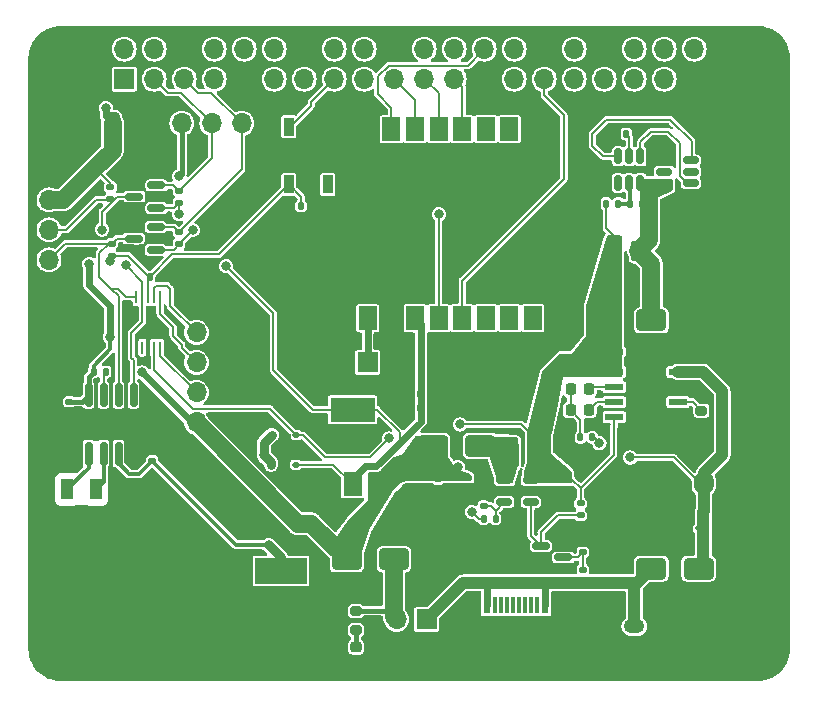
<source format=gtl>
G04 #@! TF.GenerationSoftware,KiCad,Pcbnew,7.0.7*
G04 #@! TF.CreationDate,2023-12-10T12:49:09-04:00*
G04 #@! TF.ProjectId,Pi hat LoRa,50692068-6174-4204-9c6f-52612e6b6963,rev?*
G04 #@! TF.SameCoordinates,Original*
G04 #@! TF.FileFunction,Copper,L1,Top*
G04 #@! TF.FilePolarity,Positive*
%FSLAX46Y46*%
G04 Gerber Fmt 4.6, Leading zero omitted, Abs format (unit mm)*
G04 Created by KiCad (PCBNEW 7.0.7) date 2023-12-10 12:49:09*
%MOMM*%
%LPD*%
G01*
G04 APERTURE LIST*
G04 Aperture macros list*
%AMRoundRect*
0 Rectangle with rounded corners*
0 $1 Rounding radius*
0 $2 $3 $4 $5 $6 $7 $8 $9 X,Y pos of 4 corners*
0 Add a 4 corners polygon primitive as box body*
4,1,4,$2,$3,$4,$5,$6,$7,$8,$9,$2,$3,0*
0 Add four circle primitives for the rounded corners*
1,1,$1+$1,$2,$3*
1,1,$1+$1,$4,$5*
1,1,$1+$1,$6,$7*
1,1,$1+$1,$8,$9*
0 Add four rect primitives between the rounded corners*
20,1,$1+$1,$2,$3,$4,$5,0*
20,1,$1+$1,$4,$5,$6,$7,0*
20,1,$1+$1,$6,$7,$8,$9,0*
20,1,$1+$1,$8,$9,$2,$3,0*%
G04 Aperture macros list end*
G04 #@! TA.AperFunction,ComponentPad*
%ADD10RoundRect,0.250000X0.350000X0.625000X-0.350000X0.625000X-0.350000X-0.625000X0.350000X-0.625000X0*%
G04 #@! TD*
G04 #@! TA.AperFunction,ComponentPad*
%ADD11O,1.200000X1.750000*%
G04 #@! TD*
G04 #@! TA.AperFunction,SMDPad,CuDef*
%ADD12RoundRect,0.135000X0.185000X-0.135000X0.185000X0.135000X-0.185000X0.135000X-0.185000X-0.135000X0*%
G04 #@! TD*
G04 #@! TA.AperFunction,ComponentPad*
%ADD13RoundRect,0.250000X-0.600000X-0.750000X0.600000X-0.750000X0.600000X0.750000X-0.600000X0.750000X0*%
G04 #@! TD*
G04 #@! TA.AperFunction,ComponentPad*
%ADD14O,1.700000X2.000000*%
G04 #@! TD*
G04 #@! TA.AperFunction,SMDPad,CuDef*
%ADD15RoundRect,0.150000X-0.150000X0.512500X-0.150000X-0.512500X0.150000X-0.512500X0.150000X0.512500X0*%
G04 #@! TD*
G04 #@! TA.AperFunction,SMDPad,CuDef*
%ADD16RoundRect,0.140000X-0.170000X0.140000X-0.170000X-0.140000X0.170000X-0.140000X0.170000X0.140000X0*%
G04 #@! TD*
G04 #@! TA.AperFunction,SMDPad,CuDef*
%ADD17R,1.500000X2.000000*%
G04 #@! TD*
G04 #@! TA.AperFunction,SMDPad,CuDef*
%ADD18RoundRect,0.218750X0.218750X0.256250X-0.218750X0.256250X-0.218750X-0.256250X0.218750X-0.256250X0*%
G04 #@! TD*
G04 #@! TA.AperFunction,SMDPad,CuDef*
%ADD19RoundRect,0.200000X-0.275000X0.200000X-0.275000X-0.200000X0.275000X-0.200000X0.275000X0.200000X0*%
G04 #@! TD*
G04 #@! TA.AperFunction,SMDPad,CuDef*
%ADD20RoundRect,0.140000X0.140000X0.170000X-0.140000X0.170000X-0.140000X-0.170000X0.140000X-0.170000X0*%
G04 #@! TD*
G04 #@! TA.AperFunction,SMDPad,CuDef*
%ADD21RoundRect,0.140000X0.170000X-0.140000X0.170000X0.140000X-0.170000X0.140000X-0.170000X-0.140000X0*%
G04 #@! TD*
G04 #@! TA.AperFunction,SMDPad,CuDef*
%ADD22RoundRect,0.135000X-0.135000X-0.185000X0.135000X-0.185000X0.135000X0.185000X-0.135000X0.185000X0*%
G04 #@! TD*
G04 #@! TA.AperFunction,SMDPad,CuDef*
%ADD23RoundRect,0.218750X0.256250X-0.218750X0.256250X0.218750X-0.256250X0.218750X-0.256250X-0.218750X0*%
G04 #@! TD*
G04 #@! TA.AperFunction,SMDPad,CuDef*
%ADD24RoundRect,0.150000X0.150000X-0.825000X0.150000X0.825000X-0.150000X0.825000X-0.150000X-0.825000X0*%
G04 #@! TD*
G04 #@! TA.AperFunction,SMDPad,CuDef*
%ADD25RoundRect,0.135000X-0.185000X0.135000X-0.185000X-0.135000X0.185000X-0.135000X0.185000X0.135000X0*%
G04 #@! TD*
G04 #@! TA.AperFunction,SMDPad,CuDef*
%ADD26RoundRect,0.250000X0.325000X0.650000X-0.325000X0.650000X-0.325000X-0.650000X0.325000X-0.650000X0*%
G04 #@! TD*
G04 #@! TA.AperFunction,SMDPad,CuDef*
%ADD27RoundRect,0.150000X0.587500X0.150000X-0.587500X0.150000X-0.587500X-0.150000X0.587500X-0.150000X0*%
G04 #@! TD*
G04 #@! TA.AperFunction,SMDPad,CuDef*
%ADD28RoundRect,0.112500X-0.187500X-0.112500X0.187500X-0.112500X0.187500X0.112500X-0.187500X0.112500X0*%
G04 #@! TD*
G04 #@! TA.AperFunction,SMDPad,CuDef*
%ADD29RoundRect,0.150000X-0.512500X-0.150000X0.512500X-0.150000X0.512500X0.150000X-0.512500X0.150000X0*%
G04 #@! TD*
G04 #@! TA.AperFunction,SMDPad,CuDef*
%ADD30R,1.550000X0.600000*%
G04 #@! TD*
G04 #@! TA.AperFunction,ComponentPad*
%ADD31C,0.600000*%
G04 #@! TD*
G04 #@! TA.AperFunction,SMDPad,CuDef*
%ADD32R,2.950000X4.900000*%
G04 #@! TD*
G04 #@! TA.AperFunction,SMDPad,CuDef*
%ADD33R,0.600000X1.450000*%
G04 #@! TD*
G04 #@! TA.AperFunction,SMDPad,CuDef*
%ADD34R,0.300000X1.450000*%
G04 #@! TD*
G04 #@! TA.AperFunction,ComponentPad*
%ADD35O,1.000000X2.100000*%
G04 #@! TD*
G04 #@! TA.AperFunction,ComponentPad*
%ADD36O,1.000000X1.600000*%
G04 #@! TD*
G04 #@! TA.AperFunction,SMDPad,CuDef*
%ADD37R,1.000000X1.800000*%
G04 #@! TD*
G04 #@! TA.AperFunction,ComponentPad*
%ADD38R,1.700000X1.700000*%
G04 #@! TD*
G04 #@! TA.AperFunction,SMDPad,CuDef*
%ADD39RoundRect,0.250000X-1.000000X-0.650000X1.000000X-0.650000X1.000000X0.650000X-1.000000X0.650000X0*%
G04 #@! TD*
G04 #@! TA.AperFunction,SMDPad,CuDef*
%ADD40R,0.250000X1.100000*%
G04 #@! TD*
G04 #@! TA.AperFunction,ComponentPad*
%ADD41RoundRect,0.250000X0.625000X-0.350000X0.625000X0.350000X-0.625000X0.350000X-0.625000X-0.350000X0*%
G04 #@! TD*
G04 #@! TA.AperFunction,ComponentPad*
%ADD42O,1.750000X1.200000*%
G04 #@! TD*
G04 #@! TA.AperFunction,SMDPad,CuDef*
%ADD43RoundRect,0.140000X-0.140000X-0.170000X0.140000X-0.170000X0.140000X0.170000X-0.140000X0.170000X0*%
G04 #@! TD*
G04 #@! TA.AperFunction,SMDPad,CuDef*
%ADD44RoundRect,0.135000X0.135000X0.185000X-0.135000X0.185000X-0.135000X-0.185000X0.135000X-0.185000X0*%
G04 #@! TD*
G04 #@! TA.AperFunction,SMDPad,CuDef*
%ADD45R,3.800000X2.000000*%
G04 #@! TD*
G04 #@! TA.AperFunction,SMDPad,CuDef*
%ADD46R,4.400000X2.200000*%
G04 #@! TD*
G04 #@! TA.AperFunction,SMDPad,CuDef*
%ADD47R,4.000000X2.200000*%
G04 #@! TD*
G04 #@! TA.AperFunction,SMDPad,CuDef*
%ADD48RoundRect,0.112500X0.187500X0.112500X-0.187500X0.112500X-0.187500X-0.112500X0.187500X-0.112500X0*%
G04 #@! TD*
G04 #@! TA.AperFunction,SMDPad,CuDef*
%ADD49RoundRect,0.250000X1.000000X0.650000X-1.000000X0.650000X-1.000000X-0.650000X1.000000X-0.650000X0*%
G04 #@! TD*
G04 #@! TA.AperFunction,SMDPad,CuDef*
%ADD50RoundRect,0.250000X0.375000X0.850000X-0.375000X0.850000X-0.375000X-0.850000X0.375000X-0.850000X0*%
G04 #@! TD*
G04 #@! TA.AperFunction,SMDPad,CuDef*
%ADD51R,0.900000X1.500000*%
G04 #@! TD*
G04 #@! TA.AperFunction,ComponentPad*
%ADD52O,1.700000X1.700000*%
G04 #@! TD*
G04 #@! TA.AperFunction,ViaPad*
%ADD53C,0.800000*%
G04 #@! TD*
G04 #@! TA.AperFunction,Conductor*
%ADD54C,0.200000*%
G04 #@! TD*
G04 #@! TA.AperFunction,Conductor*
%ADD55C,0.600000*%
G04 #@! TD*
G04 #@! TA.AperFunction,Conductor*
%ADD56C,0.400000*%
G04 #@! TD*
G04 #@! TA.AperFunction,Conductor*
%ADD57C,1.500000*%
G04 #@! TD*
G04 #@! TA.AperFunction,Conductor*
%ADD58C,0.350000*%
G04 #@! TD*
G04 #@! TA.AperFunction,Conductor*
%ADD59C,0.580000*%
G04 #@! TD*
G04 #@! TA.AperFunction,Conductor*
%ADD60C,1.000000*%
G04 #@! TD*
G04 #@! TA.AperFunction,Conductor*
%ADD61C,0.800000*%
G04 #@! TD*
G04 APERTURE END LIST*
D10*
X151900000Y-63300000D03*
D11*
X149900000Y-63300000D03*
D12*
X147187500Y-88822500D03*
X147187500Y-87802500D03*
D13*
X154950000Y-83000000D03*
D14*
X157450000Y-83000000D03*
D15*
X152070000Y-55282500D03*
X151120000Y-55282500D03*
X150170000Y-55282500D03*
X150170000Y-57557500D03*
X151120000Y-57557500D03*
X152070000Y-57557500D03*
D16*
X132400000Y-82500000D03*
X132400000Y-83460000D03*
D17*
X128980000Y-69000000D03*
X130980000Y-69000000D03*
X132980000Y-69000000D03*
X134980000Y-69000000D03*
X136980000Y-69000000D03*
X138980000Y-69000000D03*
X140980000Y-69000000D03*
X142980000Y-69000000D03*
X142980000Y-53000000D03*
X140980000Y-53000000D03*
X138980000Y-53000000D03*
X136980000Y-53000000D03*
X134980000Y-53000000D03*
X132980000Y-53000000D03*
X130980000Y-53000000D03*
X128980000Y-53000000D03*
D16*
X103720000Y-76070000D03*
X103720000Y-77030000D03*
D18*
X147727500Y-75030000D03*
X146152500Y-75030000D03*
D19*
X157240000Y-75180000D03*
X157240000Y-76830000D03*
D20*
X133470000Y-74150000D03*
X132510000Y-74150000D03*
X133480000Y-72750000D03*
X132520000Y-72750000D03*
D21*
X110735000Y-81080000D03*
X110735000Y-80120000D03*
D22*
X105775000Y-73550000D03*
X106795000Y-73550000D03*
D23*
X128000000Y-98425000D03*
X128000000Y-96850000D03*
D24*
X105345000Y-80475000D03*
X106615000Y-80475000D03*
X107885000Y-80475000D03*
X109155000Y-80475000D03*
X109155000Y-75525000D03*
X107885000Y-75525000D03*
X106615000Y-75525000D03*
X105345000Y-75525000D03*
D25*
X113000000Y-58250000D03*
X113000000Y-59270000D03*
D26*
X107375000Y-52500000D03*
X104425000Y-52500000D03*
D27*
X111037500Y-63210000D03*
X111037500Y-61310000D03*
X109162500Y-62260000D03*
D28*
X120850000Y-78900000D03*
X122950000Y-78900000D03*
D27*
X145537500Y-89262500D03*
X145537500Y-87362500D03*
X143662500Y-88312500D03*
D29*
X140525000Y-82690000D03*
X140525000Y-83640000D03*
X140525000Y-84590000D03*
X142800000Y-84590000D03*
X142800000Y-82690000D03*
D25*
X147200000Y-90290000D03*
X147200000Y-91310000D03*
D30*
X155250000Y-77355000D03*
X155250000Y-76085000D03*
X155250000Y-74815000D03*
X155250000Y-73545000D03*
X149850000Y-73545000D03*
X149850000Y-74815000D03*
X149850000Y-76085000D03*
X149850000Y-77355000D03*
D31*
X153200000Y-77400000D03*
X153200000Y-76100000D03*
X153200000Y-74800000D03*
X153200000Y-73500000D03*
D32*
X152550000Y-75450000D03*
D31*
X151900000Y-77400000D03*
X151900000Y-76100000D03*
X151900000Y-74800000D03*
X151900000Y-73500000D03*
D12*
X107200000Y-58910000D03*
X107200000Y-57890000D03*
D33*
X138300000Y-93315000D03*
X139100000Y-93315000D03*
D34*
X140300000Y-93315000D03*
X141300000Y-93315000D03*
X141800000Y-93315000D03*
X142800000Y-93315000D03*
D33*
X144000000Y-93315000D03*
X144800000Y-93315000D03*
X144800000Y-93315000D03*
X144000000Y-93315000D03*
D34*
X143300000Y-93315000D03*
X142300000Y-93315000D03*
X140800000Y-93315000D03*
X139800000Y-93315000D03*
D33*
X139100000Y-93315000D03*
X138300000Y-93315000D03*
D35*
X137230000Y-94230000D03*
D36*
X137230000Y-98410000D03*
D35*
X145870000Y-94230000D03*
D36*
X145870000Y-98410000D03*
D25*
X107300000Y-62690000D03*
X107300000Y-63710000D03*
D22*
X149840000Y-53400000D03*
X150860000Y-53400000D03*
D20*
X133480000Y-71300000D03*
X132520000Y-71300000D03*
D16*
X137500000Y-82520000D03*
X137500000Y-83480000D03*
D25*
X147000000Y-84690000D03*
X147000000Y-85710000D03*
D21*
X144400000Y-83680000D03*
X144400000Y-82720000D03*
D37*
X103500000Y-83500000D03*
X106000000Y-83500000D03*
D38*
X128980000Y-72750000D03*
D16*
X145500000Y-82670000D03*
X145500000Y-83630000D03*
D39*
X127200000Y-89400000D03*
X131200000Y-89400000D03*
D28*
X120800000Y-81400000D03*
X122900000Y-81400000D03*
D29*
X154075000Y-55650000D03*
X154075000Y-56600000D03*
X154075000Y-57550000D03*
X156350000Y-57550000D03*
X156350000Y-56600000D03*
X156350000Y-55650000D03*
D40*
X109400000Y-71500000D03*
X109900000Y-71500000D03*
X110400000Y-71500000D03*
X110900000Y-71500000D03*
X111400000Y-71500000D03*
X111400000Y-67200000D03*
X110900000Y-67200000D03*
X110400000Y-67200000D03*
X109900000Y-67200000D03*
X109400000Y-67200000D03*
D39*
X149000000Y-69200000D03*
X153000000Y-69200000D03*
D41*
X151550000Y-97100000D03*
D42*
X151550000Y-95100000D03*
D27*
X111100000Y-59660000D03*
X111100000Y-57760000D03*
X109225000Y-58710000D03*
D18*
X147727500Y-76780000D03*
X146152500Y-76780000D03*
D16*
X134900000Y-82620000D03*
X134900000Y-83580000D03*
D43*
X123340000Y-59500000D03*
X124300000Y-59500000D03*
D22*
X149190000Y-59300000D03*
X150210000Y-59300000D03*
D43*
X150340000Y-71830000D03*
X151300000Y-71830000D03*
D16*
X136300000Y-82520000D03*
X136300000Y-83480000D03*
D43*
X110520000Y-65500000D03*
X111480000Y-65500000D03*
D44*
X139810000Y-86000000D03*
X138790000Y-86000000D03*
D17*
X125400000Y-83050000D03*
X127700000Y-83050000D03*
D45*
X127700000Y-76750000D03*
D17*
X130000000Y-83050000D03*
D46*
X121650000Y-90400000D03*
D47*
X105650000Y-90400000D03*
D48*
X157050000Y-86800000D03*
X154950000Y-86800000D03*
D43*
X151220000Y-59300000D03*
X152180000Y-59300000D03*
D49*
X157000000Y-90200000D03*
X153000000Y-90200000D03*
D50*
X143300000Y-80200000D03*
X141150000Y-80200000D03*
D20*
X133430000Y-76650000D03*
X132470000Y-76650000D03*
D25*
X113000000Y-61730000D03*
X113000000Y-62750000D03*
D19*
X128000000Y-93775000D03*
X128000000Y-95425000D03*
D51*
X122300000Y-57680000D03*
X125600000Y-57680000D03*
X125600000Y-52780000D03*
X122300000Y-52780000D03*
D39*
X134500000Y-79800000D03*
X138500000Y-79800000D03*
D16*
X133600000Y-82500000D03*
X133600000Y-83460000D03*
D22*
X146990000Y-79100000D03*
X148010000Y-79100000D03*
D20*
X133450000Y-75400000D03*
X132490000Y-75400000D03*
D25*
X138800000Y-83890000D03*
X138800000Y-84910000D03*
D38*
X108370000Y-48770000D03*
D52*
X108370000Y-46230000D03*
X110910000Y-48770000D03*
X110910000Y-46230000D03*
X113450000Y-48770000D03*
X113450000Y-46230000D03*
X115990000Y-48770000D03*
X115990000Y-46230000D03*
X118530000Y-48770000D03*
X118530000Y-46230000D03*
X121070000Y-48770000D03*
X121070000Y-46230000D03*
X123610000Y-48770000D03*
X123610000Y-46230000D03*
X126150000Y-48770000D03*
X126150000Y-46230000D03*
X128690000Y-48770000D03*
X128690000Y-46230000D03*
X131230000Y-48770000D03*
X131230000Y-46230000D03*
X133770000Y-48770000D03*
X133770000Y-46230000D03*
X136310000Y-48770000D03*
X136310000Y-46230000D03*
X138850000Y-48770000D03*
X138850000Y-46230000D03*
X141390000Y-48770000D03*
X141390000Y-46230000D03*
X143930000Y-48770000D03*
X143930000Y-46230000D03*
X146470000Y-48770000D03*
X146470000Y-46230000D03*
X149010000Y-48770000D03*
X149010000Y-46230000D03*
X151550000Y-48770000D03*
X151550000Y-46230000D03*
X154090000Y-48770000D03*
X154090000Y-46230000D03*
X156630000Y-48770000D03*
X156630000Y-46230000D03*
D38*
X110700000Y-52500000D03*
D52*
X113240000Y-52500000D03*
X115780000Y-52500000D03*
X118320000Y-52500000D03*
D38*
X102000000Y-56450000D03*
D52*
X102000000Y-58990000D03*
X102000000Y-61530000D03*
X102000000Y-64070000D03*
D38*
X114500000Y-67675000D03*
D52*
X114500000Y-70215000D03*
X114500000Y-72755000D03*
X114500000Y-75295000D03*
X114500000Y-77835000D03*
D38*
X133975000Y-94500000D03*
D52*
X131435000Y-94500000D03*
D53*
X148850000Y-90000000D03*
X141300000Y-51100000D03*
X110800000Y-79000000D03*
X149650000Y-98750000D03*
X117200000Y-66000000D03*
X154650000Y-98750000D03*
X108050000Y-50750000D03*
X122000000Y-72950000D03*
X123050000Y-98650000D03*
X154900000Y-66150000D03*
X163500000Y-75000000D03*
X130500000Y-68000000D03*
X114150000Y-55550000D03*
X114000000Y-82950000D03*
X129700000Y-74400000D03*
X130500000Y-73600000D03*
X145750000Y-78400000D03*
X144200000Y-84800000D03*
X160800000Y-76600000D03*
X163500000Y-67500000D03*
X112800000Y-65400000D03*
X124400000Y-52800000D03*
X141400000Y-89700000D03*
X127300000Y-70400000D03*
X134950000Y-71200000D03*
X125950000Y-79750000D03*
X138650000Y-76950000D03*
X144450000Y-56600000D03*
X163500000Y-65000000D03*
X133400000Y-85000000D03*
X120500000Y-74400000D03*
X101000000Y-88000000D03*
X141300000Y-59950000D03*
X163500000Y-60000000D03*
X120550000Y-98650000D03*
X147150000Y-98750000D03*
X115000000Y-86850000D03*
X136800000Y-85000000D03*
X131200000Y-54900000D03*
X152600000Y-71800000D03*
X132000000Y-67000000D03*
X143600000Y-86000000D03*
X119300000Y-54700000D03*
X157750000Y-53550000D03*
X109200000Y-78600000D03*
X142900000Y-72700000D03*
X118400000Y-79700000D03*
X120300000Y-61300000D03*
X124950000Y-75650000D03*
X156600000Y-72000000D03*
X163500000Y-92500000D03*
X115550000Y-98650000D03*
X127300000Y-71200000D03*
X153800000Y-78800000D03*
X157000000Y-78000000D03*
X101000000Y-78000000D03*
X138900000Y-51000000D03*
X130500000Y-68800000D03*
X141400000Y-86000000D03*
X104400000Y-87600000D03*
X139650000Y-98750000D03*
X108050000Y-98650000D03*
X123600000Y-84200000D03*
X163500000Y-77500000D03*
X142150000Y-98750000D03*
X138900000Y-65350000D03*
X158700000Y-72750000D03*
X122850000Y-50550000D03*
X135400000Y-91000000D03*
X147150000Y-82000000D03*
X151600000Y-78800000D03*
X150700000Y-90050000D03*
X130500000Y-70400000D03*
X101000000Y-75500000D03*
X127300000Y-74400000D03*
X107600000Y-60400000D03*
X138800000Y-81550000D03*
X129200000Y-98400000D03*
X104050000Y-65300000D03*
X155500000Y-58950000D03*
X108800000Y-68400000D03*
X116550000Y-89000000D03*
X111550000Y-56250000D03*
X103600000Y-78000000D03*
X124900000Y-91200000D03*
X134950000Y-75950000D03*
X148350000Y-83750000D03*
X127300000Y-67200000D03*
X130500000Y-71200000D03*
X123600000Y-83000000D03*
X154400000Y-54400000D03*
X159250000Y-87550000D03*
X110550000Y-98650000D03*
X116400000Y-85300000D03*
X147200000Y-64600000D03*
X150650000Y-51150000D03*
X146400000Y-50800000D03*
X110500000Y-64400000D03*
X133700000Y-54900000D03*
X137600000Y-96400000D03*
X153800000Y-86800000D03*
X135600000Y-85000000D03*
X153900000Y-92150000D03*
X153400000Y-54200000D03*
X143000000Y-51200000D03*
X127300000Y-91400000D03*
X106800000Y-88000000D03*
X129700000Y-67200000D03*
X149150000Y-92700000D03*
X147400000Y-86800000D03*
X117650000Y-50350000D03*
X129650000Y-78700000D03*
X125550000Y-98650000D03*
X152150000Y-98750000D03*
X164100000Y-50650000D03*
X127300000Y-68800000D03*
X155250000Y-61150000D03*
X137550000Y-63500000D03*
X136500000Y-54900000D03*
X152600000Y-78800000D03*
X127300000Y-73600000D03*
X113050000Y-98650000D03*
X125400000Y-54600000D03*
X130900000Y-85800000D03*
X132400000Y-85000000D03*
X130500000Y-74400000D03*
X121850000Y-92500000D03*
X146900000Y-56950000D03*
X145400000Y-84800000D03*
X128750000Y-79850000D03*
X141900000Y-76400000D03*
X136550000Y-79800000D03*
X150250000Y-82100000D03*
X163500000Y-57500000D03*
X155750000Y-78750000D03*
X127300000Y-72800000D03*
X128100000Y-67200000D03*
X101000000Y-83000000D03*
X122000000Y-67800000D03*
X148800000Y-56350000D03*
X125400000Y-59500000D03*
X163500000Y-90000000D03*
X113000000Y-84900000D03*
X163500000Y-87500000D03*
X123750000Y-57550000D03*
X160600000Y-79600000D03*
X137700000Y-89900000D03*
X111400000Y-77200000D03*
X157150000Y-98750000D03*
X104800000Y-54200000D03*
X116200000Y-62150000D03*
X104300000Y-74900000D03*
X114150000Y-80300000D03*
X122500000Y-77100000D03*
X143100000Y-61200000D03*
X119050000Y-64650000D03*
X117000000Y-75600000D03*
X138700000Y-82900000D03*
X125000000Y-77550000D03*
X133500000Y-64550000D03*
X117050000Y-77850000D03*
X103400000Y-54200000D03*
X145900000Y-71000000D03*
X130500000Y-72000000D03*
X105650000Y-60500000D03*
X126200000Y-85000000D03*
X163500000Y-85000000D03*
X146600000Y-67900000D03*
X101000000Y-85500000D03*
X121100000Y-57350000D03*
X101100000Y-67000000D03*
X108300000Y-57450000D03*
X144650000Y-98750000D03*
X142800000Y-54800000D03*
X117350000Y-58550000D03*
X127300000Y-72000000D03*
X101000000Y-80500000D03*
X106150000Y-58100000D03*
X127300000Y-69600000D03*
X128900000Y-74400000D03*
X128900000Y-67200000D03*
X121850000Y-59300000D03*
X139700000Y-55000000D03*
X163500000Y-62500000D03*
X163500000Y-82500000D03*
X148800000Y-53600000D03*
X130500000Y-67200000D03*
X130500000Y-69600000D03*
X120100000Y-69000000D03*
X122900000Y-88050000D03*
X124800000Y-85000000D03*
X134600000Y-85000000D03*
X118050000Y-98650000D03*
X110500000Y-70250000D03*
X105000000Y-50800000D03*
X118350000Y-87100000D03*
X130500000Y-72800000D03*
X106800000Y-92800000D03*
X130350000Y-87550000D03*
X129000000Y-51200000D03*
X154550000Y-51250000D03*
X101000000Y-90500000D03*
X146650000Y-92750000D03*
X111150000Y-82900000D03*
X163500000Y-80000000D03*
X133100000Y-92400000D03*
X128100000Y-74400000D03*
X152600000Y-88250000D03*
X128800000Y-54800000D03*
X159200000Y-84100000D03*
X101000000Y-93000000D03*
X117500000Y-83250000D03*
X155050000Y-71300000D03*
X123800000Y-80400000D03*
X103200000Y-51000000D03*
X127300000Y-68000000D03*
X135000000Y-60200000D03*
X136600000Y-81600000D03*
X137800000Y-85400000D03*
X106800000Y-51200000D03*
X109854500Y-73600000D03*
X105400000Y-64400000D03*
X107185500Y-70600000D03*
X107200000Y-64200000D03*
X136800000Y-78000000D03*
X130788957Y-79188957D03*
X114159622Y-61559622D03*
X117000000Y-64600000D03*
X113000000Y-57000000D03*
X113000000Y-60200000D03*
X148600000Y-79600000D03*
X151200000Y-80800000D03*
X106500000Y-61500000D03*
X108500000Y-64500000D03*
X120600000Y-88200000D03*
X120200000Y-80600000D03*
D54*
X156875000Y-74815000D02*
X157240000Y-75180000D01*
X109875000Y-70250000D02*
X110500000Y-70250000D01*
X110400000Y-70350000D02*
X110500000Y-70250000D01*
X155250000Y-74815000D02*
X153215000Y-74815000D01*
X153215000Y-74815000D02*
X153200000Y-74800000D01*
X155250000Y-74815000D02*
X156875000Y-74815000D01*
X109400000Y-71500000D02*
X109400000Y-70725000D01*
X109400000Y-70725000D02*
X109875000Y-70250000D01*
X110400000Y-71500000D02*
X110400000Y-70350000D01*
X112060000Y-49920000D02*
X113200000Y-49920000D01*
X115780000Y-55470000D02*
X115780000Y-52500000D01*
X111100000Y-57760000D02*
X112510000Y-57760000D01*
X110910000Y-48770000D02*
X112060000Y-49920000D01*
X113000000Y-58250000D02*
X115780000Y-55470000D01*
X113200000Y-49920000D02*
X115780000Y-52500000D01*
X112510000Y-57760000D02*
X113000000Y-58250000D01*
X118320000Y-52500000D02*
X118320000Y-56410000D01*
X112580000Y-61310000D02*
X113000000Y-61730000D01*
X111037500Y-61310000D02*
X112580000Y-61310000D01*
X114600000Y-49920000D02*
X115740000Y-49920000D01*
X115740000Y-49920000D02*
X118320000Y-52500000D01*
X118320000Y-56410000D02*
X113000000Y-61730000D01*
X113450000Y-48770000D02*
X114600000Y-49920000D01*
X122300000Y-52780000D02*
X122420000Y-52780000D01*
X122420000Y-52780000D02*
X124200000Y-51000000D01*
X124200000Y-51000000D02*
X124200000Y-50720000D01*
X124200000Y-50720000D02*
X126150000Y-48770000D01*
X132980000Y-53000000D02*
X132980000Y-50520000D01*
X132980000Y-50520000D02*
X131230000Y-48770000D01*
X134980000Y-49980000D02*
X133770000Y-48770000D01*
X134980000Y-53000000D02*
X134980000Y-49980000D01*
X135000000Y-60200000D02*
X134980000Y-60220000D01*
X134980000Y-60220000D02*
X134980000Y-69000000D01*
X136980000Y-49440000D02*
X136310000Y-48770000D01*
X136980000Y-53000000D02*
X136980000Y-49440000D01*
X130980000Y-51180000D02*
X130980000Y-53000000D01*
X137460000Y-47620000D02*
X130753654Y-47620000D01*
X129840000Y-50040000D02*
X130980000Y-51180000D01*
X129840000Y-48533654D02*
X129840000Y-50040000D01*
X130753654Y-47620000D02*
X129840000Y-48533654D01*
X138850000Y-46230000D02*
X137460000Y-47620000D01*
X136980000Y-65820000D02*
X145600000Y-57200000D01*
X143930000Y-50130000D02*
X143930000Y-48770000D01*
X136980000Y-69000000D02*
X136980000Y-65820000D01*
X145600000Y-57200000D02*
X145600000Y-51800000D01*
X145600000Y-51800000D02*
X143930000Y-50130000D01*
D55*
X107185500Y-67985500D02*
X107185500Y-70600000D01*
D54*
X138400000Y-86000000D02*
X137800000Y-85400000D01*
X107300000Y-64100000D02*
X107200000Y-64200000D01*
D55*
X105400000Y-64400000D02*
X105400000Y-66200000D01*
D56*
X104800000Y-76070000D02*
X105345000Y-75525000D01*
D54*
X110400000Y-67200000D02*
X110400000Y-65620000D01*
D57*
X107375000Y-54817081D02*
X105896041Y-56296041D01*
D54*
X107300000Y-63710000D02*
X107300000Y-64100000D01*
D55*
X114500000Y-77835000D02*
X114089500Y-77835000D01*
D58*
X105775000Y-73025000D02*
X107185500Y-71614500D01*
D57*
X104496041Y-57696041D02*
X103202081Y-58990000D01*
D55*
X106800000Y-51925000D02*
X107375000Y-52500000D01*
D54*
X107200000Y-57890000D02*
X107200000Y-57600000D01*
D56*
X105345000Y-75525000D02*
X105345000Y-73980000D01*
D55*
X106800000Y-51200000D02*
X106800000Y-51925000D01*
D58*
X105775000Y-73550000D02*
X105775000Y-73025000D01*
D56*
X103720000Y-76070000D02*
X104800000Y-76070000D01*
D57*
X123065000Y-86400000D02*
X124200000Y-86400000D01*
X107375000Y-52500000D02*
X107375000Y-54817081D01*
D54*
X123340000Y-59500000D02*
X123340000Y-58720000D01*
X110400000Y-65620000D02*
X110520000Y-65500000D01*
D57*
X123065000Y-86400000D02*
X114500000Y-77835000D01*
D54*
X110520000Y-65500000D02*
X112410000Y-63610000D01*
X110489950Y-65500000D02*
X110520000Y-65500000D01*
D57*
X103202081Y-58990000D02*
X102000000Y-58990000D01*
D56*
X105345000Y-73980000D02*
X105775000Y-73550000D01*
D54*
X116370000Y-63610000D02*
X122300000Y-57680000D01*
D57*
X105896041Y-56296041D02*
X104496041Y-57696041D01*
X124200000Y-86400000D02*
X127200000Y-89400000D01*
D54*
X108699950Y-63710000D02*
X110489950Y-65500000D01*
X123340000Y-58720000D02*
X122300000Y-57680000D01*
X138790000Y-86000000D02*
X138400000Y-86000000D01*
X107300000Y-63710000D02*
X108699950Y-63710000D01*
D58*
X107185500Y-71614500D02*
X107185500Y-70600000D01*
D55*
X114089500Y-77835000D02*
X109854500Y-73600000D01*
X105400000Y-66200000D02*
X107185500Y-67985500D01*
D54*
X112410000Y-63610000D02*
X116370000Y-63610000D01*
X107200000Y-57600000D02*
X105896041Y-56296041D01*
D59*
X128980000Y-69000000D02*
X128980000Y-72750000D01*
D54*
X114157588Y-76685000D02*
X120735000Y-76685000D01*
X110900000Y-73427412D02*
X114157588Y-76685000D01*
X136800000Y-78000000D02*
X142000000Y-78000000D01*
X143300000Y-79300000D02*
X143300000Y-80200000D01*
X120735000Y-76685000D02*
X122950000Y-78900000D01*
X149800000Y-80600000D02*
X147000000Y-83400000D01*
X145500000Y-82670000D02*
X146270000Y-82670000D01*
X147000000Y-84690000D02*
X147000000Y-83400000D01*
X123500000Y-78900000D02*
X125400000Y-80800000D01*
X149190000Y-59300000D02*
X149190000Y-61390000D01*
X149800000Y-78245183D02*
X149800000Y-80600000D01*
X149190000Y-61390000D02*
X149900000Y-62100000D01*
X149900000Y-62100000D02*
X149900000Y-63300000D01*
X142000000Y-78000000D02*
X143300000Y-79300000D01*
X125400000Y-80800000D02*
X129177914Y-80800000D01*
X110900000Y-71500000D02*
X110900000Y-73427412D01*
X129177914Y-80800000D02*
X130788957Y-79188957D01*
X122950000Y-78900000D02*
X123500000Y-78900000D01*
X146270000Y-82670000D02*
X147000000Y-83400000D01*
X149850000Y-77355000D02*
X149850000Y-78195183D01*
X149850000Y-78195183D02*
X149800000Y-78245183D01*
D57*
X152800000Y-62400000D02*
X152800000Y-58000000D01*
X153000000Y-69200000D02*
X153000000Y-64400000D01*
D55*
X152070000Y-57557500D02*
X152357500Y-57557500D01*
X154075000Y-57550000D02*
X153250000Y-57550000D01*
D57*
X151900000Y-63300000D02*
X152800000Y-62400000D01*
D55*
X153250000Y-57550000D02*
X152800000Y-58000000D01*
X152357500Y-57557500D02*
X152800000Y-58000000D01*
D57*
X153000000Y-64400000D02*
X151900000Y-63300000D01*
D58*
X151220000Y-59300000D02*
X151220000Y-57657500D01*
X151220000Y-59300000D02*
X150210000Y-59300000D01*
X151220000Y-57657500D02*
X151120000Y-57557500D01*
D55*
X127700000Y-83050000D02*
X127700000Y-82600000D01*
X133480000Y-71300000D02*
X133480000Y-69500000D01*
D54*
X112610000Y-59660000D02*
X113000000Y-59270000D01*
X124350000Y-76750000D02*
X121000000Y-73400000D01*
D55*
X129700000Y-81550000D02*
X133480000Y-77770000D01*
D54*
X121000000Y-73400000D02*
X121000000Y-68600000D01*
X111037500Y-63210000D02*
X112540000Y-63210000D01*
D55*
X128750000Y-81550000D02*
X129700000Y-81550000D01*
D54*
X126050000Y-81400000D02*
X127700000Y-83050000D01*
X131725000Y-78675000D02*
X131725000Y-79525000D01*
X127700000Y-76750000D02*
X129800000Y-76750000D01*
X113000000Y-59270000D02*
X113000000Y-60200000D01*
X122900000Y-81400000D02*
X126050000Y-81400000D01*
X121000000Y-68600000D02*
X117000000Y-64600000D01*
X113000000Y-62719244D02*
X114159622Y-61559622D01*
D55*
X133480000Y-77770000D02*
X133480000Y-71300000D01*
D54*
X129800000Y-76750000D02*
X131725000Y-78675000D01*
X111100000Y-59660000D02*
X112610000Y-59660000D01*
X113000000Y-62750000D02*
X113000000Y-62719244D01*
X112540000Y-63210000D02*
X113000000Y-62750000D01*
D56*
X113240000Y-52500000D02*
X113240000Y-56760000D01*
D54*
X127700000Y-76750000D02*
X124350000Y-76750000D01*
D55*
X133480000Y-69500000D02*
X132980000Y-69000000D01*
D56*
X113240000Y-56760000D02*
X113000000Y-57000000D01*
D55*
X127700000Y-82600000D02*
X128750000Y-81550000D01*
D54*
X147727500Y-75030000D02*
X147942500Y-74815000D01*
X147942500Y-74815000D02*
X149850000Y-74815000D01*
X146990000Y-77617500D02*
X146152500Y-76780000D01*
X146152500Y-75030000D02*
X146152500Y-76780000D01*
X146990000Y-79100000D02*
X146990000Y-77617500D01*
X149850000Y-76085000D02*
X148422500Y-76085000D01*
X148422500Y-76085000D02*
X147727500Y-76780000D01*
X148010000Y-79100000D02*
X148100000Y-79100000D01*
D60*
X157450000Y-82150000D02*
X157450000Y-83000000D01*
X159000000Y-75192208D02*
X159000000Y-80600000D01*
X157450000Y-85350000D02*
X157450000Y-83000000D01*
D54*
X151200000Y-80800000D02*
X154877817Y-80800000D01*
D60*
X157400000Y-85400000D02*
X157450000Y-85350000D01*
D54*
X157077817Y-83000000D02*
X157450000Y-83000000D01*
D60*
X157352792Y-73545000D02*
X159000000Y-75192208D01*
X157400000Y-89800000D02*
X157400000Y-85400000D01*
D54*
X154877817Y-80800000D02*
X157077817Y-83000000D01*
X148100000Y-79100000D02*
X148600000Y-79600000D01*
D60*
X155250000Y-73545000D02*
X157352792Y-73545000D01*
X159000000Y-80600000D02*
X157450000Y-82150000D01*
X157000000Y-90200000D02*
X157400000Y-89800000D01*
D56*
X128000000Y-96850000D02*
X128000000Y-95425000D01*
D57*
X131200000Y-89400000D02*
X131200000Y-94265000D01*
D56*
X130710000Y-93775000D02*
X131435000Y-94500000D01*
X128000000Y-93775000D02*
X130710000Y-93775000D01*
D57*
X131200000Y-94265000D02*
X131435000Y-94500000D01*
D54*
X114500000Y-70215000D02*
X112250000Y-67965000D01*
X112000000Y-66250000D02*
X111075000Y-66250000D01*
X110900000Y-66425000D02*
X110900000Y-67200000D01*
X112250000Y-67965000D02*
X112250000Y-66500000D01*
X111075000Y-66250000D02*
X110900000Y-66425000D01*
X112250000Y-66500000D02*
X112000000Y-66250000D01*
D60*
X144000000Y-91400000D02*
X151200000Y-91400000D01*
X137075000Y-91400000D02*
X133975000Y-94500000D01*
X144000000Y-91400000D02*
X137075000Y-91400000D01*
X151550000Y-91750000D02*
X151200000Y-91400000D01*
X151800000Y-91400000D02*
X153000000Y-90200000D01*
D55*
X144000000Y-93315000D02*
X144000000Y-91400000D01*
X139100000Y-91700000D02*
X139100000Y-93315000D01*
D60*
X151200000Y-91400000D02*
X151800000Y-91400000D01*
X151550000Y-95100000D02*
X151550000Y-91750000D01*
D54*
X103380000Y-62690000D02*
X102000000Y-64070000D01*
X107250000Y-66500000D02*
X107800000Y-66500000D01*
X106250000Y-63500000D02*
X107060000Y-62690000D01*
X109400000Y-62497500D02*
X109162500Y-62260000D01*
X106250000Y-65500000D02*
X106250000Y-63500000D01*
X107800000Y-66500000D02*
X108500000Y-67200000D01*
X107300000Y-62690000D02*
X103380000Y-62690000D01*
X107250000Y-66500000D02*
X106250000Y-65500000D01*
X107730000Y-62260000D02*
X107300000Y-62690000D01*
X107060000Y-62690000D02*
X107300000Y-62690000D01*
X107885000Y-75525000D02*
X107885000Y-67135000D01*
X107885000Y-67135000D02*
X107250000Y-66500000D01*
X109162500Y-62260000D02*
X107730000Y-62260000D01*
X109400000Y-67200000D02*
X108500000Y-67200000D01*
X102180000Y-64250000D02*
X102000000Y-64070000D01*
X103470000Y-61530000D02*
X102000000Y-61530000D01*
X108975000Y-72350000D02*
X108975000Y-70275000D01*
X108975000Y-70275000D02*
X109900000Y-69350000D01*
X109155000Y-72530000D02*
X108975000Y-72350000D01*
X107500000Y-58990000D02*
X106010000Y-58990000D01*
X109225000Y-58710000D02*
X107780000Y-58710000D01*
X109155000Y-75525000D02*
X109155000Y-72530000D01*
X109900000Y-67200000D02*
X109900000Y-65900000D01*
X107500000Y-58990000D02*
X106500000Y-59990000D01*
X107780000Y-58710000D02*
X107500000Y-58990000D01*
X109900000Y-65900000D02*
X108500000Y-64500000D01*
X109900000Y-69350000D02*
X109900000Y-67200000D01*
X106500000Y-59990000D02*
X106500000Y-61500000D01*
X106010000Y-58990000D02*
X103470000Y-61530000D01*
X154400000Y-53200000D02*
X153000000Y-53200000D01*
X155400000Y-55200000D02*
X155400000Y-54200000D01*
X152070000Y-54130000D02*
X152070000Y-55282500D01*
X155400000Y-54200000D02*
X154400000Y-53200000D01*
X156350000Y-57550000D02*
X156001104Y-57550000D01*
X155387500Y-56936396D02*
X155387500Y-55212500D01*
X156001104Y-57550000D02*
X155387500Y-56936396D01*
X155387500Y-55212500D02*
X155400000Y-55200000D01*
X153000000Y-53200000D02*
X152070000Y-54130000D01*
X148882500Y-55282500D02*
X148000000Y-54400000D01*
X150170000Y-55282500D02*
X148882500Y-55282500D01*
X156350000Y-55650000D02*
X156400000Y-55600000D01*
X156400000Y-54000000D02*
X154600000Y-52200000D01*
X149200000Y-52200000D02*
X148000000Y-53400000D01*
X154600000Y-52200000D02*
X149200000Y-52200000D01*
X148000000Y-53400000D02*
X148000000Y-54400000D01*
X156400000Y-55600000D02*
X156400000Y-54000000D01*
X143662500Y-88312500D02*
X143662500Y-87137500D01*
X142800000Y-87450000D02*
X143662500Y-88312500D01*
X143662500Y-87137500D02*
X145090000Y-85710000D01*
X142800000Y-84590000D02*
X142800000Y-87450000D01*
X145090000Y-85710000D02*
X147000000Y-85710000D01*
X106615000Y-75525000D02*
X106615000Y-73730000D01*
X106615000Y-73730000D02*
X106795000Y-73550000D01*
X156495000Y-76085000D02*
X157240000Y-76830000D01*
X155250000Y-76085000D02*
X156495000Y-76085000D01*
X151120000Y-53660000D02*
X150860000Y-53400000D01*
X151120000Y-55282500D02*
X151120000Y-53660000D01*
X139810000Y-85305000D02*
X139415000Y-84910000D01*
X139810000Y-86000000D02*
X139810000Y-85305000D01*
X139415000Y-84910000D02*
X138800000Y-84910000D01*
X140445000Y-84510000D02*
X140525000Y-84590000D01*
X139810000Y-85305000D02*
X140525000Y-84590000D01*
D58*
X105345000Y-81655000D02*
X103500000Y-83500000D01*
X105345000Y-80475000D02*
X105345000Y-81655000D01*
X106000000Y-83500000D02*
X106615000Y-82885000D01*
X106615000Y-82885000D02*
X106615000Y-80475000D01*
D54*
X145537500Y-89262500D02*
X146747500Y-89262500D01*
X146747500Y-89262500D02*
X147187500Y-88822500D01*
X147200000Y-88835000D02*
X147187500Y-88822500D01*
X147200000Y-90290000D02*
X147200000Y-88835000D01*
X111400000Y-67200000D02*
X111400000Y-68650000D01*
X111400000Y-68650000D02*
X112500000Y-69750000D01*
X113250000Y-71505000D02*
X114500000Y-72755000D01*
X112500000Y-70500000D02*
X113250000Y-71250000D01*
X113250000Y-71250000D02*
X113250000Y-71505000D01*
X112500000Y-69750000D02*
X112500000Y-70500000D01*
X111400000Y-71500000D02*
X111400000Y-72195000D01*
X111400000Y-72195000D02*
X114500000Y-75295000D01*
D58*
X117855000Y-88200000D02*
X120600000Y-88200000D01*
X109615000Y-82200000D02*
X110735000Y-81080000D01*
X108800000Y-82200000D02*
X109615000Y-82200000D01*
X110735000Y-81080000D02*
X117855000Y-88200000D01*
D61*
X121650000Y-89250000D02*
X120600000Y-88200000D01*
D58*
X107885000Y-80475000D02*
X107885000Y-81285000D01*
D61*
X121650000Y-90400000D02*
X121650000Y-89250000D01*
D58*
X107885000Y-81285000D02*
X108800000Y-82200000D01*
D61*
X120200000Y-80600000D02*
X120200000Y-79550000D01*
X120800000Y-81400000D02*
X120800000Y-81200000D01*
X120800000Y-81200000D02*
X120200000Y-80600000D01*
X120200000Y-79550000D02*
X120850000Y-78900000D01*
D57*
X138500000Y-79800000D02*
X140750000Y-79800000D01*
G04 #@! TA.AperFunction,Conductor*
G36*
X135693039Y-79019685D02*
G01*
X135738794Y-79072489D01*
X135750000Y-79124000D01*
X135750000Y-80750000D01*
X136500000Y-81750000D01*
X137672054Y-82218821D01*
X137726986Y-82261994D01*
X137749858Y-82328015D01*
X137750000Y-82333951D01*
X137750000Y-82626000D01*
X137730315Y-82693039D01*
X137677511Y-82738794D01*
X137626000Y-82750000D01*
X132249999Y-82750000D01*
X131749999Y-83000000D01*
X131250005Y-83499994D01*
X131249998Y-83500003D01*
X129199999Y-86800000D01*
X128241945Y-89482551D01*
X128200859Y-89539064D01*
X128135743Y-89564393D01*
X128082793Y-89557379D01*
X126081624Y-88829681D01*
X126025348Y-88788272D01*
X126000393Y-88723010D01*
X126000000Y-88713147D01*
X126000000Y-88039087D01*
X126019685Y-87972048D01*
X126022415Y-87967978D01*
X127393779Y-86008886D01*
X127407672Y-85992327D01*
X129000000Y-84400000D01*
X129000000Y-82174500D01*
X129019685Y-82107461D01*
X129072489Y-82061706D01*
X129124000Y-82050500D01*
X129632857Y-82050500D01*
X129659215Y-82053334D01*
X129663927Y-82054359D01*
X129715671Y-82050657D01*
X129720094Y-82050500D01*
X129735799Y-82050500D01*
X129751342Y-82048264D01*
X129755740Y-82047791D01*
X129807483Y-82044091D01*
X129811992Y-82042408D01*
X129837685Y-82035850D01*
X129842457Y-82035165D01*
X129889646Y-82013613D01*
X129893728Y-82011922D01*
X129922638Y-82001140D01*
X129942329Y-81993797D01*
X129942329Y-81993796D01*
X129942331Y-81993796D01*
X129946189Y-81990907D01*
X129968995Y-81977375D01*
X129973373Y-81975377D01*
X130012564Y-81941416D01*
X130016014Y-81938637D01*
X130018930Y-81936453D01*
X130028593Y-81929221D01*
X130039720Y-81918092D01*
X130042925Y-81915109D01*
X130082143Y-81881128D01*
X130084751Y-81877068D01*
X130101381Y-81856431D01*
X131166024Y-80791788D01*
X131214483Y-80761838D01*
X132000000Y-80500000D01*
X132722391Y-79416412D01*
X132963189Y-79055217D01*
X133016754Y-79010356D01*
X133066363Y-79000000D01*
X135626000Y-79000000D01*
X135693039Y-79019685D01*
G37*
G04 #@! TD.AperFunction*
G04 #@! TA.AperFunction,Conductor*
G36*
X150443039Y-62019685D02*
G01*
X150488794Y-62072489D01*
X150500000Y-62124000D01*
X150500000Y-73876000D01*
X150480315Y-73943039D01*
X150427511Y-73988794D01*
X150376000Y-74000000D01*
X145500000Y-74000000D01*
X145000000Y-76750000D01*
X144555556Y-78750000D01*
X144500000Y-79000000D01*
X144500000Y-80500000D01*
X146206699Y-81962885D01*
X146244788Y-82021458D01*
X146250000Y-82057031D01*
X146250000Y-82876000D01*
X146230315Y-82943039D01*
X146177511Y-82988794D01*
X146126000Y-83000000D01*
X142374000Y-83000000D01*
X142306961Y-82980315D01*
X142261206Y-82927511D01*
X142250000Y-82876000D01*
X142250000Y-82020122D01*
X142256363Y-81980910D01*
X142500000Y-81249999D01*
X142500000Y-78764558D01*
X142503372Y-78735837D01*
X143633620Y-73988794D01*
X143741871Y-73534139D01*
X143774815Y-73475184D01*
X145213681Y-72036319D01*
X145275004Y-72002834D01*
X145301362Y-72000000D01*
X146249999Y-72000000D01*
X146250000Y-72000000D01*
X147500000Y-70500000D01*
X147500000Y-68017714D01*
X147504960Y-67982994D01*
X149223960Y-62089280D01*
X149261628Y-62030434D01*
X149325131Y-62001294D01*
X149343000Y-62000000D01*
X150376000Y-62000000D01*
X150443039Y-62019685D01*
G37*
G04 #@! TD.AperFunction*
G04 #@! TA.AperFunction,Conductor*
G36*
X141693039Y-79519685D02*
G01*
X141738794Y-79572489D01*
X141750000Y-79624000D01*
X141750000Y-81470727D01*
X141736909Y-81526181D01*
X141500001Y-81999996D01*
X141273482Y-82906074D01*
X141238125Y-82966338D01*
X141175801Y-82997920D01*
X141153184Y-83000000D01*
X140092259Y-83000000D01*
X140025220Y-82980315D01*
X139979465Y-82927511D01*
X139973489Y-82911631D01*
X139274051Y-80580171D01*
X139273641Y-80510303D01*
X139311071Y-80451304D01*
X139315337Y-80447729D01*
X140466034Y-79527172D01*
X140530681Y-79500664D01*
X140543497Y-79500000D01*
X141626000Y-79500000D01*
X141693039Y-79519685D01*
G37*
G04 #@! TD.AperFunction*
G04 #@! TA.AperFunction,Conductor*
G36*
X154743039Y-57219685D02*
G01*
X154788794Y-57272489D01*
X154800000Y-57324000D01*
X154800000Y-58120660D01*
X154780315Y-58187699D01*
X154727963Y-58233247D01*
X152375963Y-59318786D01*
X152306845Y-59329007D01*
X152243174Y-59300237D01*
X152205164Y-59241611D01*
X152200000Y-59206199D01*
X152200000Y-57324000D01*
X152219685Y-57256961D01*
X152272489Y-57211206D01*
X152324000Y-57200000D01*
X154676000Y-57200000D01*
X154743039Y-57219685D01*
G37*
G04 #@! TD.AperFunction*
G04 #@! TA.AperFunction,Conductor*
G36*
X154800000Y-54024971D02*
G01*
X154800000Y-55000000D01*
X154800000Y-55800000D01*
X154600000Y-56000000D01*
X153200000Y-56000000D01*
X153000000Y-53800000D01*
X154575029Y-53800000D01*
X154800000Y-54024971D01*
G37*
G04 #@! TD.AperFunction*
G04 #@! TA.AperFunction,Conductor*
G36*
X120626206Y-77005185D02*
G01*
X120646848Y-77021819D01*
X122413181Y-78788152D01*
X122446666Y-78849475D01*
X122449500Y-78875832D01*
X122449500Y-79049180D01*
X122455500Y-79094756D01*
X122455502Y-79094763D01*
X122475252Y-79137117D01*
X122502150Y-79194799D01*
X122580201Y-79272850D01*
X122680240Y-79319499D01*
X122725821Y-79325500D01*
X123174178Y-79325499D01*
X123174180Y-79325499D01*
X123189372Y-79323499D01*
X123219760Y-79319499D01*
X123319799Y-79272850D01*
X123319800Y-79272848D01*
X123328457Y-79268812D01*
X123397534Y-79258320D01*
X123461318Y-79286839D01*
X123468543Y-79293513D01*
X125062848Y-80887819D01*
X125096333Y-80949142D01*
X125091349Y-81018834D01*
X125049477Y-81074767D01*
X124984013Y-81099184D01*
X124975167Y-81099500D01*
X123393511Y-81099500D01*
X123326472Y-81079815D01*
X123305830Y-81063181D01*
X123269799Y-81027150D01*
X123248875Y-81017393D01*
X123169760Y-80980501D01*
X123169758Y-80980500D01*
X123124188Y-80974501D01*
X123124185Y-80974500D01*
X123124179Y-80974500D01*
X123124172Y-80974500D01*
X122675819Y-80974500D01*
X122630243Y-80980500D01*
X122630236Y-80980502D01*
X122530200Y-81027150D01*
X122452150Y-81105200D01*
X122405500Y-81205241D01*
X122399501Y-81250811D01*
X122399500Y-81250827D01*
X122399500Y-81549180D01*
X122405500Y-81594756D01*
X122405502Y-81594763D01*
X122426864Y-81640573D01*
X122452150Y-81694799D01*
X122530201Y-81772850D01*
X122630240Y-81819499D01*
X122675821Y-81825500D01*
X123124178Y-81825499D01*
X123124180Y-81825499D01*
X123139372Y-81823499D01*
X123169760Y-81819499D01*
X123269799Y-81772850D01*
X123305829Y-81736819D01*
X123367153Y-81703334D01*
X123393511Y-81700500D01*
X125874167Y-81700500D01*
X125941206Y-81720185D01*
X125961848Y-81736819D01*
X126713181Y-82488152D01*
X126746666Y-82549475D01*
X126749500Y-82575833D01*
X126749500Y-84069752D01*
X126761131Y-84128229D01*
X126761132Y-84128230D01*
X126805447Y-84194552D01*
X126871769Y-84238867D01*
X126871770Y-84238868D01*
X126930247Y-84250499D01*
X126930250Y-84250500D01*
X126930252Y-84250500D01*
X128469750Y-84250500D01*
X128469751Y-84250499D01*
X128489242Y-84246622D01*
X128528223Y-84238869D01*
X128528224Y-84238868D01*
X128528231Y-84238867D01*
X128528236Y-84238863D01*
X128536598Y-84235400D01*
X128606067Y-84227928D01*
X128668548Y-84259200D01*
X128704204Y-84319287D01*
X128701713Y-84389112D01*
X128671738Y-84437640D01*
X127259190Y-85850187D01*
X127253127Y-85856805D01*
X127233465Y-85880239D01*
X127230547Y-85884043D01*
X127228001Y-85887363D01*
X127031521Y-86168049D01*
X126408345Y-87058297D01*
X126353774Y-87101930D01*
X126284276Y-87109133D01*
X126221917Y-87077619D01*
X126219079Y-87074869D01*
X124880627Y-85736417D01*
X124822324Y-85675082D01*
X124822320Y-85675079D01*
X124774567Y-85641841D01*
X124770833Y-85639025D01*
X124725751Y-85602266D01*
X124725747Y-85602264D01*
X124725746Y-85602263D01*
X124725745Y-85602262D01*
X124696997Y-85587246D01*
X124690277Y-85583174D01*
X124663659Y-85564647D01*
X124610209Y-85541710D01*
X124605952Y-85539688D01*
X124554409Y-85512764D01*
X124554407Y-85512763D01*
X124554406Y-85512763D01*
X124537689Y-85507979D01*
X124523221Y-85503839D01*
X124515822Y-85501205D01*
X124486011Y-85488412D01*
X124486012Y-85488412D01*
X124429038Y-85476703D01*
X124424463Y-85475580D01*
X124368556Y-85459583D01*
X124368545Y-85459582D01*
X124336208Y-85457120D01*
X124328428Y-85456029D01*
X124296657Y-85449500D01*
X124296656Y-85449500D01*
X124238497Y-85449500D01*
X124233790Y-85449321D01*
X124228850Y-85448944D01*
X124175798Y-85444904D01*
X124158176Y-85447149D01*
X124143614Y-85449003D01*
X124135785Y-85449500D01*
X123510072Y-85449500D01*
X123443033Y-85429815D01*
X123422391Y-85413181D01*
X118609211Y-80600001D01*
X119594318Y-80600001D01*
X119614955Y-80756760D01*
X119614956Y-80756762D01*
X119674328Y-80900100D01*
X119675464Y-80902841D01*
X119771718Y-81028282D01*
X119799995Y-81049980D01*
X119806085Y-81055320D01*
X119990126Y-81239361D01*
X120171157Y-81420392D01*
X120204642Y-81481715D01*
X120206415Y-81491887D01*
X120214956Y-81556761D01*
X120214956Y-81556762D01*
X120266859Y-81682068D01*
X120275464Y-81702841D01*
X120371718Y-81828282D01*
X120497159Y-81924536D01*
X120643238Y-81985044D01*
X120721619Y-81995363D01*
X120799999Y-82005682D01*
X120800000Y-82005682D01*
X120800001Y-82005682D01*
X120852254Y-81998802D01*
X120956762Y-81985044D01*
X121102841Y-81924536D01*
X121228282Y-81828282D01*
X121324536Y-81702841D01*
X121385044Y-81556762D01*
X121400500Y-81439361D01*
X121400499Y-81243430D01*
X121401030Y-81235328D01*
X121405682Y-81199999D01*
X121405682Y-81199998D01*
X121388253Y-81067615D01*
X121385044Y-81043238D01*
X121324536Y-80897159D01*
X121314178Y-80883660D01*
X121228282Y-80771718D01*
X121200005Y-80750020D01*
X121193904Y-80744669D01*
X120836818Y-80387583D01*
X120803333Y-80326260D01*
X120800499Y-80299911D01*
X120800500Y-79850096D01*
X120820185Y-79783057D01*
X120836819Y-79762416D01*
X121302445Y-79296790D01*
X121302450Y-79296785D01*
X121374536Y-79202841D01*
X121435044Y-79056762D01*
X121450795Y-78937118D01*
X121455682Y-78900001D01*
X121455682Y-78899998D01*
X121437060Y-78758552D01*
X121435044Y-78743238D01*
X121374536Y-78597159D01*
X121278282Y-78471718D01*
X121152841Y-78375464D01*
X121058148Y-78336241D01*
X121006762Y-78314956D01*
X121006760Y-78314955D01*
X120850001Y-78294318D01*
X120849999Y-78294318D01*
X120693239Y-78314955D01*
X120693234Y-78314957D01*
X120547163Y-78375461D01*
X120547158Y-78375464D01*
X120453216Y-78447548D01*
X120453209Y-78447554D01*
X119806096Y-79094668D01*
X119799994Y-79100019D01*
X119771716Y-79121718D01*
X119709290Y-79203076D01*
X119675463Y-79247160D01*
X119675462Y-79247162D01*
X119614956Y-79393237D01*
X119614955Y-79393239D01*
X119594318Y-79549998D01*
X119594318Y-79550004D01*
X119598968Y-79585328D01*
X119599499Y-79593428D01*
X119599499Y-80556571D01*
X119598968Y-80564670D01*
X119594318Y-80600001D01*
X118609211Y-80600001D01*
X115512425Y-77503215D01*
X115481445Y-77451527D01*
X115475233Y-77431048D01*
X115447763Y-77379656D01*
X115377685Y-77248550D01*
X115328129Y-77188165D01*
X115300816Y-77123855D01*
X115312607Y-77054987D01*
X115359760Y-77003427D01*
X115423982Y-76985500D01*
X120559167Y-76985500D01*
X120626206Y-77005185D01*
G37*
G04 #@! TD.AperFunction*
G04 #@! TA.AperFunction,Conductor*
G36*
X154491206Y-52520185D02*
G01*
X154511848Y-52536819D01*
X154760176Y-52785147D01*
X154793661Y-52846470D01*
X154788677Y-52916162D01*
X154746805Y-52972095D01*
X154681341Y-52996512D01*
X154613068Y-52981660D01*
X154593279Y-52968226D01*
X154592800Y-52967829D01*
X154592797Y-52967826D01*
X154590586Y-52966311D01*
X154583853Y-52960978D01*
X154560933Y-52940084D01*
X154554470Y-52937580D01*
X154529192Y-52924256D01*
X154523481Y-52920344D01*
X154523478Y-52920343D01*
X154523479Y-52920343D01*
X154493302Y-52913244D01*
X154485094Y-52910703D01*
X154456173Y-52899500D01*
X154449249Y-52899500D01*
X154420858Y-52896206D01*
X154414119Y-52894621D01*
X154383409Y-52898905D01*
X154374834Y-52899500D01*
X153062842Y-52899500D01*
X153054268Y-52898905D01*
X153042239Y-52897227D01*
X153042236Y-52897227D01*
X153017220Y-52898383D01*
X152994491Y-52899434D01*
X152991628Y-52899500D01*
X152972156Y-52899500D01*
X152972151Y-52899500D01*
X152972149Y-52899501D01*
X152969515Y-52899993D01*
X152960985Y-52900982D01*
X152930008Y-52902415D01*
X152930006Y-52902415D01*
X152923665Y-52905215D01*
X152896379Y-52913664D01*
X152889572Y-52914936D01*
X152889566Y-52914939D01*
X152863202Y-52931261D01*
X152855603Y-52935266D01*
X152827237Y-52947792D01*
X152822336Y-52952693D01*
X152799942Y-52970431D01*
X152794048Y-52974080D01*
X152775359Y-52998827D01*
X152769718Y-53005310D01*
X151901948Y-53873080D01*
X151895464Y-53878722D01*
X151885768Y-53886044D01*
X151853559Y-53921374D01*
X151851585Y-53923442D01*
X151837827Y-53937200D01*
X151837822Y-53937206D01*
X151836306Y-53939420D01*
X151830976Y-53946148D01*
X151810083Y-53969066D01*
X151810083Y-53969067D01*
X151807578Y-53975533D01*
X151794259Y-54000802D01*
X151790345Y-54006515D01*
X151790343Y-54006521D01*
X151783244Y-54036699D01*
X151780702Y-54044907D01*
X151769500Y-54073826D01*
X151769500Y-54080751D01*
X151766206Y-54109141D01*
X151764621Y-54115877D01*
X151764621Y-54115881D01*
X151768905Y-54146590D01*
X151769500Y-54155166D01*
X151769500Y-54377002D01*
X151749815Y-54444041D01*
X151717555Y-54477918D01*
X151713516Y-54480801D01*
X151682681Y-54511637D01*
X151621358Y-54545122D01*
X151551666Y-54540138D01*
X151507319Y-54511637D01*
X151476483Y-54480801D01*
X151472445Y-54477918D01*
X151429324Y-54422942D01*
X151420500Y-54377002D01*
X151420500Y-53722846D01*
X151421095Y-53714270D01*
X151422772Y-53702240D01*
X151422774Y-53702236D01*
X151420566Y-53654468D01*
X151420500Y-53651606D01*
X151420500Y-53632159D01*
X151420500Y-53632156D01*
X151420009Y-53629532D01*
X151419018Y-53620995D01*
X151418428Y-53608229D01*
X151417586Y-53590009D01*
X151414787Y-53583672D01*
X151406331Y-53556367D01*
X151405061Y-53549567D01*
X151388736Y-53523202D01*
X151384730Y-53515600D01*
X151380762Y-53506614D01*
X151373870Y-53491004D01*
X151372207Y-53487237D01*
X151372206Y-53487236D01*
X151372206Y-53487235D01*
X151367310Y-53482339D01*
X151349527Y-53459876D01*
X151349036Y-53459082D01*
X151330500Y-53393864D01*
X151330500Y-53175683D01*
X151324068Y-53126828D01*
X151324068Y-53126827D01*
X151274065Y-53019596D01*
X151190404Y-52935935D01*
X151083173Y-52885932D01*
X151083171Y-52885931D01*
X151083172Y-52885931D01*
X151034317Y-52879500D01*
X151034316Y-52879500D01*
X150685684Y-52879500D01*
X150685683Y-52879500D01*
X150636828Y-52885931D01*
X150529595Y-52935935D01*
X150445935Y-53019595D01*
X150395931Y-53126828D01*
X150389500Y-53175683D01*
X150389500Y-53624316D01*
X150395931Y-53673171D01*
X150395932Y-53673173D01*
X150445935Y-53780404D01*
X150529596Y-53864065D01*
X150636827Y-53914068D01*
X150685683Y-53920500D01*
X150685684Y-53920500D01*
X150695500Y-53920500D01*
X150762539Y-53940185D01*
X150808294Y-53992989D01*
X150819500Y-54044500D01*
X150819500Y-54377002D01*
X150799815Y-54444041D01*
X150767555Y-54477918D01*
X150763515Y-54480802D01*
X150732680Y-54511637D01*
X150671357Y-54545122D01*
X150601665Y-54540136D01*
X150557320Y-54511637D01*
X150526485Y-54480803D01*
X150421391Y-54429426D01*
X150353261Y-54419500D01*
X150353260Y-54419500D01*
X149986740Y-54419500D01*
X149986739Y-54419500D01*
X149918608Y-54429426D01*
X149813514Y-54480803D01*
X149730803Y-54563514D01*
X149679426Y-54668608D01*
X149669500Y-54736739D01*
X149669500Y-54858000D01*
X149649815Y-54925039D01*
X149597011Y-54970794D01*
X149545500Y-54982000D01*
X149058334Y-54982000D01*
X148991295Y-54962315D01*
X148970653Y-54945681D01*
X148336819Y-54311847D01*
X148303334Y-54250524D01*
X148300500Y-54224166D01*
X148300500Y-53575832D01*
X148320185Y-53508793D01*
X148336814Y-53488156D01*
X149288152Y-52536819D01*
X149349475Y-52503334D01*
X149375833Y-52500500D01*
X154424167Y-52500500D01*
X154491206Y-52520185D01*
G37*
G04 #@! TD.AperFunction*
G04 #@! TA.AperFunction,Conductor*
G36*
X162001735Y-44250598D02*
G01*
X162152467Y-44259062D01*
X162304376Y-44267593D01*
X162311269Y-44268369D01*
X162552899Y-44309424D01*
X162608383Y-44318852D01*
X162615167Y-44320400D01*
X162904756Y-44403829D01*
X162911320Y-44406126D01*
X163189754Y-44521456D01*
X163196002Y-44524466D01*
X163384070Y-44628407D01*
X163459771Y-44670246D01*
X163465663Y-44673948D01*
X163711441Y-44848337D01*
X163716882Y-44852675D01*
X163941591Y-45053488D01*
X163946511Y-45058408D01*
X164147324Y-45283117D01*
X164151662Y-45288558D01*
X164326051Y-45534336D01*
X164329753Y-45540228D01*
X164475529Y-45803988D01*
X164478548Y-45810257D01*
X164593872Y-46088676D01*
X164596170Y-46095243D01*
X164679599Y-46384832D01*
X164681147Y-46391616D01*
X164731628Y-46688718D01*
X164732407Y-46695632D01*
X164749402Y-46998264D01*
X164749500Y-47001741D01*
X164749500Y-96998258D01*
X164749402Y-97001735D01*
X164732407Y-97304367D01*
X164731628Y-97311281D01*
X164681147Y-97608383D01*
X164679599Y-97615167D01*
X164596170Y-97904756D01*
X164593872Y-97911323D01*
X164478548Y-98189742D01*
X164475529Y-98196011D01*
X164329753Y-98459771D01*
X164326051Y-98465663D01*
X164151662Y-98711441D01*
X164147324Y-98716882D01*
X163946511Y-98941591D01*
X163941591Y-98946511D01*
X163716882Y-99147324D01*
X163711441Y-99151662D01*
X163465663Y-99326051D01*
X163459771Y-99329753D01*
X163196011Y-99475529D01*
X163189742Y-99478548D01*
X162911323Y-99593872D01*
X162904756Y-99596170D01*
X162615167Y-99679599D01*
X162608383Y-99681147D01*
X162311281Y-99731628D01*
X162304367Y-99732407D01*
X162001735Y-99749402D01*
X161998258Y-99749500D01*
X103001742Y-99749500D01*
X102998265Y-99749402D01*
X102695632Y-99732407D01*
X102688718Y-99731628D01*
X102391616Y-99681147D01*
X102384832Y-99679599D01*
X102095243Y-99596170D01*
X102088676Y-99593872D01*
X101912307Y-99520818D01*
X101810253Y-99478546D01*
X101803988Y-99475529D01*
X101540228Y-99329753D01*
X101534336Y-99326051D01*
X101288558Y-99151662D01*
X101283117Y-99147324D01*
X101058408Y-98946511D01*
X101053488Y-98941591D01*
X100852675Y-98716882D01*
X100848337Y-98711441D01*
X100673948Y-98465663D01*
X100670246Y-98459771D01*
X100628407Y-98384070D01*
X100524466Y-98196002D01*
X100521456Y-98189754D01*
X100406126Y-97911320D01*
X100403829Y-97904756D01*
X100320400Y-97615167D01*
X100318852Y-97608383D01*
X100295756Y-97472451D01*
X100268369Y-97311269D01*
X100267593Y-97304376D01*
X100256214Y-97101751D01*
X127324500Y-97101751D01*
X127340047Y-97199917D01*
X127340049Y-97199920D01*
X127400342Y-97318251D01*
X127400344Y-97318253D01*
X127400346Y-97318256D01*
X127494243Y-97412153D01*
X127494245Y-97412154D01*
X127494249Y-97412158D01*
X127612580Y-97472451D01*
X127612581Y-97472451D01*
X127612583Y-97472452D01*
X127612582Y-97472452D01*
X127710749Y-97488000D01*
X127710754Y-97488000D01*
X128289251Y-97488000D01*
X128387417Y-97472452D01*
X128387418Y-97472451D01*
X128387420Y-97472451D01*
X128505751Y-97412158D01*
X128599658Y-97318251D01*
X128659951Y-97199920D01*
X128659951Y-97199918D01*
X128659952Y-97199917D01*
X128675500Y-97101751D01*
X128675500Y-96598248D01*
X128659952Y-96500082D01*
X128659951Y-96500080D01*
X128599658Y-96381749D01*
X128599654Y-96381745D01*
X128599653Y-96381743D01*
X128505752Y-96287842D01*
X128468204Y-96268710D01*
X128417409Y-96220735D01*
X128400500Y-96158226D01*
X128400500Y-96086533D01*
X128420185Y-96019494D01*
X128468203Y-95976049D01*
X128513342Y-95953050D01*
X128603050Y-95863342D01*
X128660646Y-95750304D01*
X128660646Y-95750302D01*
X128660647Y-95750301D01*
X128675499Y-95656524D01*
X128675500Y-95656519D01*
X128675499Y-95193482D01*
X128660646Y-95099696D01*
X128603050Y-94986658D01*
X128603046Y-94986654D01*
X128603045Y-94986652D01*
X128513347Y-94896954D01*
X128513344Y-94896952D01*
X128513342Y-94896950D01*
X128436517Y-94857805D01*
X128400301Y-94839352D01*
X128306524Y-94824500D01*
X127693482Y-94824500D01*
X127612519Y-94837323D01*
X127599696Y-94839354D01*
X127486658Y-94896950D01*
X127486657Y-94896951D01*
X127486652Y-94896954D01*
X127396954Y-94986652D01*
X127396951Y-94986657D01*
X127339352Y-95099698D01*
X127324500Y-95193475D01*
X127324500Y-95656517D01*
X127335292Y-95724657D01*
X127339354Y-95750304D01*
X127396950Y-95863342D01*
X127396952Y-95863344D01*
X127396954Y-95863347D01*
X127486652Y-95953045D01*
X127486654Y-95953046D01*
X127486658Y-95953050D01*
X127531796Y-95976049D01*
X127582591Y-96024023D01*
X127599500Y-96086533D01*
X127599500Y-96158226D01*
X127579815Y-96225265D01*
X127531796Y-96268710D01*
X127494247Y-96287842D01*
X127400346Y-96381743D01*
X127400343Y-96381748D01*
X127340047Y-96500082D01*
X127324500Y-96598248D01*
X127324500Y-97101751D01*
X100256214Y-97101751D01*
X100256214Y-97101746D01*
X100250598Y-97001735D01*
X100250500Y-96998258D01*
X100250500Y-94006517D01*
X127324500Y-94006517D01*
X127332931Y-94059748D01*
X127339354Y-94100304D01*
X127396950Y-94213342D01*
X127396952Y-94213344D01*
X127396954Y-94213347D01*
X127486652Y-94303045D01*
X127486654Y-94303046D01*
X127486658Y-94303050D01*
X127599694Y-94360645D01*
X127599698Y-94360647D01*
X127693475Y-94375499D01*
X127693481Y-94375500D01*
X128306518Y-94375499D01*
X128400304Y-94360646D01*
X128513342Y-94303050D01*
X128522326Y-94294066D01*
X128604574Y-94211819D01*
X128665897Y-94178334D01*
X128692255Y-94175500D01*
X130124280Y-94175500D01*
X130191319Y-94195185D01*
X130237074Y-94247989D01*
X130248240Y-94302642D01*
X130247355Y-94337544D01*
X130247355Y-94337546D01*
X130257615Y-94394787D01*
X130258269Y-94399452D01*
X130264154Y-94457318D01*
X130264156Y-94457326D01*
X130273865Y-94488269D01*
X130275737Y-94495898D01*
X130281460Y-94527828D01*
X130281461Y-94527830D01*
X130303032Y-94581833D01*
X130304613Y-94586272D01*
X130322025Y-94641768D01*
X130337765Y-94670125D01*
X130341135Y-94677221D01*
X130352604Y-94705932D01*
X130353170Y-94707348D01*
X130353172Y-94707351D01*
X130353173Y-94707353D01*
X130385174Y-94755908D01*
X130387605Y-94759920D01*
X130401368Y-94784715D01*
X130415840Y-94810791D01*
X130423069Y-94819211D01*
X130447642Y-94863982D01*
X130459768Y-94903955D01*
X130495347Y-94970518D01*
X130557315Y-95086450D01*
X130568432Y-95099996D01*
X130688589Y-95246410D01*
X130785209Y-95325702D01*
X130848550Y-95377685D01*
X131031046Y-95475232D01*
X131229066Y-95535300D01*
X131229065Y-95535300D01*
X131247529Y-95537118D01*
X131435000Y-95555583D01*
X131640934Y-95535300D01*
X131838954Y-95475232D01*
X132021450Y-95377685D01*
X132031116Y-95369752D01*
X132924500Y-95369752D01*
X132936131Y-95428229D01*
X132936132Y-95428230D01*
X132980447Y-95494552D01*
X133046769Y-95538867D01*
X133046770Y-95538868D01*
X133105247Y-95550499D01*
X133105250Y-95550500D01*
X133105252Y-95550500D01*
X134844750Y-95550500D01*
X134844751Y-95550499D01*
X134859568Y-95547552D01*
X134903229Y-95538868D01*
X134903229Y-95538867D01*
X134903231Y-95538867D01*
X134969552Y-95494552D01*
X135013867Y-95428231D01*
X135013867Y-95428229D01*
X135013868Y-95428229D01*
X135025499Y-95369752D01*
X135025500Y-95369750D01*
X135025500Y-94491519D01*
X135045185Y-94424480D01*
X135061819Y-94403838D01*
X137328838Y-92136819D01*
X137390161Y-92103334D01*
X137416519Y-92100500D01*
X138475500Y-92100500D01*
X138542539Y-92120185D01*
X138588294Y-92172989D01*
X138599500Y-92224500D01*
X138599500Y-94059752D01*
X138611131Y-94118229D01*
X138611132Y-94118230D01*
X138655447Y-94184552D01*
X138721769Y-94228867D01*
X138721770Y-94228868D01*
X138780247Y-94240499D01*
X138780250Y-94240500D01*
X138780252Y-94240500D01*
X139419750Y-94240500D01*
X139419751Y-94240499D01*
X139434485Y-94237568D01*
X139490210Y-94226485D01*
X139490464Y-94227762D01*
X139547009Y-94221680D01*
X139570899Y-94228694D01*
X139630247Y-94240499D01*
X139630250Y-94240500D01*
X139630252Y-94240500D01*
X139969750Y-94240500D01*
X140025808Y-94229349D01*
X140074192Y-94229349D01*
X140130249Y-94240500D01*
X140130252Y-94240500D01*
X140469749Y-94240500D01*
X140500481Y-94234386D01*
X140525808Y-94229349D01*
X140574191Y-94229349D01*
X140630249Y-94240500D01*
X140630252Y-94240500D01*
X140969749Y-94240500D01*
X141000481Y-94234386D01*
X141025808Y-94229349D01*
X141074191Y-94229349D01*
X141130249Y-94240500D01*
X141130252Y-94240500D01*
X141469749Y-94240500D01*
X141500481Y-94234386D01*
X141525808Y-94229349D01*
X141574191Y-94229349D01*
X141630249Y-94240500D01*
X141630252Y-94240500D01*
X141969750Y-94240500D01*
X142025808Y-94229349D01*
X142074192Y-94229349D01*
X142130249Y-94240500D01*
X142130252Y-94240500D01*
X142469749Y-94240500D01*
X142500481Y-94234386D01*
X142525808Y-94229349D01*
X142574191Y-94229349D01*
X142630249Y-94240500D01*
X142630252Y-94240500D01*
X142969749Y-94240500D01*
X143000481Y-94234386D01*
X143025808Y-94229349D01*
X143074191Y-94229349D01*
X143130249Y-94240500D01*
X143130252Y-94240500D01*
X143469750Y-94240500D01*
X143469751Y-94240499D01*
X143484485Y-94237568D01*
X143540210Y-94226485D01*
X143540464Y-94227762D01*
X143597009Y-94221680D01*
X143620899Y-94228694D01*
X143680247Y-94240499D01*
X143680250Y-94240500D01*
X143680252Y-94240500D01*
X144319750Y-94240500D01*
X144319751Y-94240499D01*
X144334568Y-94237552D01*
X144378229Y-94228868D01*
X144378229Y-94228867D01*
X144378231Y-94228867D01*
X144444552Y-94184552D01*
X144488867Y-94118231D01*
X144488867Y-94118229D01*
X144488868Y-94118229D01*
X144500499Y-94059752D01*
X144500500Y-94059750D01*
X144500500Y-92224500D01*
X144520185Y-92157461D01*
X144572989Y-92111706D01*
X144624500Y-92100500D01*
X150725500Y-92100500D01*
X150792539Y-92120185D01*
X150838294Y-92172989D01*
X150849500Y-92224500D01*
X150849500Y-94353418D01*
X150829815Y-94420457D01*
X150791475Y-94458410D01*
X150772739Y-94470183D01*
X150772737Y-94470184D01*
X150645184Y-94597737D01*
X150549211Y-94750476D01*
X150489631Y-94920745D01*
X150489630Y-94920750D01*
X150469435Y-95099996D01*
X150469435Y-95100003D01*
X150489630Y-95279249D01*
X150489631Y-95279254D01*
X150549211Y-95449523D01*
X150645184Y-95602261D01*
X150645184Y-95602262D01*
X150772738Y-95729816D01*
X150925478Y-95825789D01*
X151032813Y-95863347D01*
X151095745Y-95885368D01*
X151095750Y-95885369D01*
X151186246Y-95895565D01*
X151230040Y-95900499D01*
X151230043Y-95900500D01*
X151230046Y-95900500D01*
X151869957Y-95900500D01*
X151869958Y-95900499D01*
X151937104Y-95892934D01*
X152004249Y-95885369D01*
X152004252Y-95885368D01*
X152004255Y-95885368D01*
X152174522Y-95825789D01*
X152327262Y-95729816D01*
X152454816Y-95602262D01*
X152550789Y-95449522D01*
X152610368Y-95279255D01*
X152614069Y-95246410D01*
X152630565Y-95100003D01*
X152630565Y-95099996D01*
X152610369Y-94920750D01*
X152610368Y-94920745D01*
X152590506Y-94863982D01*
X152550789Y-94750478D01*
X152523685Y-94707343D01*
X152511581Y-94688080D01*
X152454816Y-94597738D01*
X152327262Y-94470184D01*
X152322255Y-94467038D01*
X152308525Y-94458410D01*
X152262235Y-94406074D01*
X152250500Y-94353418D01*
X152250500Y-91994882D01*
X152270185Y-91927843D01*
X152281683Y-91912657D01*
X152309080Y-91881731D01*
X152311599Y-91879056D01*
X152853837Y-91336819D01*
X152915161Y-91303334D01*
X152941519Y-91300500D01*
X154054270Y-91300500D01*
X154084699Y-91297646D01*
X154084701Y-91297646D01*
X154148790Y-91275219D01*
X154212882Y-91252793D01*
X154322150Y-91172150D01*
X154402793Y-91062882D01*
X154425219Y-90998790D01*
X154447646Y-90934701D01*
X154447646Y-90934699D01*
X154450500Y-90904269D01*
X154450500Y-89495730D01*
X154447646Y-89465300D01*
X154447646Y-89465298D01*
X154402793Y-89337119D01*
X154402792Y-89337117D01*
X154389210Y-89318714D01*
X154322150Y-89227850D01*
X154212882Y-89147207D01*
X154212880Y-89147206D01*
X154084700Y-89102353D01*
X154054270Y-89099500D01*
X154054266Y-89099500D01*
X151945734Y-89099500D01*
X151945730Y-89099500D01*
X151915300Y-89102353D01*
X151915298Y-89102353D01*
X151787119Y-89147206D01*
X151787117Y-89147207D01*
X151677850Y-89227850D01*
X151597207Y-89337117D01*
X151597206Y-89337119D01*
X151552353Y-89465298D01*
X151552353Y-89465300D01*
X151549500Y-89495730D01*
X151549500Y-90575500D01*
X151529815Y-90642539D01*
X151477011Y-90688294D01*
X151425500Y-90699500D01*
X151274927Y-90699500D01*
X151252576Y-90697469D01*
X151242607Y-90695642D01*
X151242603Y-90695642D01*
X151180697Y-90699387D01*
X151176952Y-90699500D01*
X147821823Y-90699500D01*
X147754784Y-90679815D01*
X147709029Y-90627011D01*
X147699085Y-90557853D01*
X147709441Y-90523095D01*
X147714068Y-90513173D01*
X147720500Y-90464316D01*
X147720500Y-90115684D01*
X147714068Y-90066827D01*
X147664065Y-89959596D01*
X147580404Y-89875935D01*
X147580401Y-89875932D01*
X147572089Y-89872056D01*
X147519652Y-89825881D01*
X147500500Y-89759677D01*
X147500500Y-89346992D01*
X147520185Y-89279953D01*
X147560428Y-89244803D01*
X147559017Y-89242788D01*
X147567901Y-89236566D01*
X147567904Y-89236565D01*
X147651565Y-89152904D01*
X147701568Y-89045673D01*
X147708000Y-88996816D01*
X147708000Y-88648184D01*
X147701568Y-88599327D01*
X147651565Y-88492096D01*
X147567904Y-88408435D01*
X147460673Y-88358432D01*
X147460671Y-88358431D01*
X147460672Y-88358431D01*
X147411817Y-88352000D01*
X147411816Y-88352000D01*
X146963184Y-88352000D01*
X146963183Y-88352000D01*
X146914328Y-88358431D01*
X146807095Y-88408435D01*
X146723435Y-88492095D01*
X146673431Y-88599328D01*
X146667000Y-88648183D01*
X146667000Y-88838000D01*
X146647315Y-88905039D01*
X146594511Y-88950794D01*
X146543000Y-88962000D01*
X146517997Y-88962000D01*
X146450958Y-88942315D01*
X146417077Y-88910050D01*
X146414194Y-88906012D01*
X146331485Y-88823303D01*
X146226391Y-88771926D01*
X146158261Y-88762000D01*
X146158260Y-88762000D01*
X144916740Y-88762000D01*
X144916739Y-88762000D01*
X144848608Y-88771926D01*
X144743514Y-88823303D01*
X144660803Y-88906014D01*
X144609426Y-89011108D01*
X144599500Y-89079239D01*
X144599500Y-89445760D01*
X144609426Y-89513891D01*
X144660803Y-89618985D01*
X144743514Y-89701696D01*
X144743515Y-89701696D01*
X144743517Y-89701698D01*
X144848607Y-89753073D01*
X144882673Y-89758036D01*
X144916739Y-89763000D01*
X144916740Y-89763000D01*
X146158261Y-89763000D01*
X146181067Y-89759677D01*
X146226393Y-89753073D01*
X146331483Y-89701698D01*
X146414198Y-89618983D01*
X146414200Y-89618977D01*
X146417077Y-89614950D01*
X146472051Y-89571826D01*
X146517997Y-89563000D01*
X146684659Y-89563000D01*
X146693233Y-89563595D01*
X146705261Y-89565272D01*
X146705261Y-89565271D01*
X146705265Y-89565273D01*
X146748420Y-89563278D01*
X146753010Y-89563066D01*
X146755873Y-89563000D01*
X146775500Y-89563000D01*
X146842539Y-89582685D01*
X146888294Y-89635489D01*
X146899500Y-89687000D01*
X146899500Y-89759677D01*
X146879815Y-89826716D01*
X146827911Y-89872056D01*
X146819598Y-89875932D01*
X146735935Y-89959595D01*
X146685931Y-90066828D01*
X146679500Y-90115683D01*
X146679500Y-90464316D01*
X146685931Y-90513171D01*
X146690559Y-90523095D01*
X146701051Y-90592173D01*
X146672531Y-90655957D01*
X146614055Y-90694196D01*
X146578177Y-90699500D01*
X137098048Y-90699500D01*
X137094303Y-90699387D01*
X137032396Y-90695642D01*
X137032390Y-90695642D01*
X136971386Y-90706821D01*
X136967685Y-90707384D01*
X136906128Y-90714859D01*
X136906127Y-90714860D01*
X136896653Y-90718453D01*
X136875042Y-90724477D01*
X136865068Y-90726305D01*
X136808513Y-90751757D01*
X136805055Y-90753189D01*
X136747077Y-90775179D01*
X136747074Y-90775180D01*
X136747070Y-90775182D01*
X136747067Y-90775183D01*
X136747061Y-90775187D01*
X136738723Y-90780942D01*
X136719188Y-90791960D01*
X136709948Y-90796119D01*
X136709939Y-90796124D01*
X136661124Y-90834368D01*
X136658109Y-90836586D01*
X136607068Y-90871818D01*
X136565942Y-90918240D01*
X136563375Y-90920966D01*
X134071162Y-93413181D01*
X134009839Y-93446666D01*
X133983481Y-93449500D01*
X133105247Y-93449500D01*
X133046770Y-93461131D01*
X133046769Y-93461132D01*
X132980447Y-93505447D01*
X132936132Y-93571769D01*
X132936131Y-93571770D01*
X132924500Y-93630247D01*
X132924500Y-95369752D01*
X132031116Y-95369752D01*
X132181410Y-95246410D01*
X132312685Y-95086450D01*
X132410232Y-94903954D01*
X132470300Y-94705934D01*
X132490583Y-94500000D01*
X132470300Y-94294066D01*
X132410232Y-94096046D01*
X132312685Y-93913550D01*
X132181410Y-93753590D01*
X132178647Y-93750223D01*
X132151334Y-93685913D01*
X132150500Y-93671558D01*
X132150500Y-90623146D01*
X132170185Y-90556107D01*
X132222989Y-90510352D01*
X132262919Y-90499688D01*
X132284699Y-90497646D01*
X132284701Y-90497645D01*
X132284704Y-90497645D01*
X132350991Y-90474449D01*
X132412882Y-90452793D01*
X132522150Y-90372150D01*
X132602793Y-90262882D01*
X132625219Y-90198790D01*
X132647646Y-90134701D01*
X132647646Y-90134699D01*
X132650500Y-90104269D01*
X132650500Y-88695730D01*
X132647646Y-88665300D01*
X132647646Y-88665298D01*
X132609985Y-88557673D01*
X132602793Y-88537118D01*
X132522150Y-88427850D01*
X132412882Y-88347207D01*
X132412880Y-88347206D01*
X132284700Y-88302353D01*
X132254270Y-88299500D01*
X132254266Y-88299500D01*
X130145734Y-88299500D01*
X130145730Y-88299500D01*
X130115300Y-88302353D01*
X130115298Y-88302353D01*
X129987119Y-88347206D01*
X129987117Y-88347207D01*
X129877850Y-88427850D01*
X129797207Y-88537117D01*
X129797206Y-88537119D01*
X129752353Y-88665298D01*
X129752353Y-88665300D01*
X129749500Y-88695730D01*
X129749500Y-90104269D01*
X129752353Y-90134699D01*
X129752353Y-90134701D01*
X129797206Y-90262880D01*
X129797207Y-90262882D01*
X129877850Y-90372150D01*
X129987118Y-90452793D01*
X130018063Y-90463621D01*
X130115295Y-90497645D01*
X130115299Y-90497645D01*
X130115301Y-90497646D01*
X130137078Y-90499688D01*
X130201984Y-90525544D01*
X130242610Y-90582388D01*
X130249500Y-90623146D01*
X130249500Y-93250500D01*
X130229815Y-93317539D01*
X130177011Y-93363294D01*
X130125500Y-93374500D01*
X128692255Y-93374500D01*
X128625216Y-93354815D01*
X128604574Y-93338181D01*
X128513347Y-93246954D01*
X128513344Y-93246952D01*
X128513342Y-93246950D01*
X128436517Y-93207805D01*
X128400301Y-93189352D01*
X128306524Y-93174500D01*
X127693482Y-93174500D01*
X127612519Y-93187323D01*
X127599696Y-93189354D01*
X127486658Y-93246950D01*
X127486657Y-93246951D01*
X127486652Y-93246954D01*
X127396954Y-93336652D01*
X127396951Y-93336657D01*
X127339352Y-93449698D01*
X127324500Y-93543475D01*
X127324500Y-94006517D01*
X100250500Y-94006517D01*
X100250500Y-84447870D01*
X102499500Y-84447870D01*
X102499501Y-84447876D01*
X102505908Y-84507483D01*
X102556202Y-84642328D01*
X102556206Y-84642335D01*
X102642452Y-84757544D01*
X102642455Y-84757547D01*
X102757664Y-84843793D01*
X102757671Y-84843797D01*
X102892517Y-84894091D01*
X102892516Y-84894091D01*
X102899444Y-84894835D01*
X102952127Y-84900500D01*
X104047872Y-84900499D01*
X104107483Y-84894091D01*
X104242331Y-84843796D01*
X104267795Y-84824733D01*
X104333261Y-84800316D01*
X104342107Y-84800000D01*
X105157893Y-84800000D01*
X105224932Y-84819685D01*
X105232204Y-84824733D01*
X105254456Y-84841391D01*
X105257668Y-84843795D01*
X105257671Y-84843797D01*
X105392517Y-84894091D01*
X105392516Y-84894091D01*
X105399444Y-84894835D01*
X105452127Y-84900500D01*
X106547872Y-84900499D01*
X106607483Y-84894091D01*
X106742331Y-84843796D01*
X106857546Y-84757546D01*
X106943796Y-84642331D01*
X106994091Y-84507483D01*
X107000500Y-84447873D01*
X107000499Y-82552128D01*
X106994091Y-82492517D01*
X106994091Y-82492516D01*
X106993823Y-82491382D01*
X106990500Y-82462867D01*
X106990500Y-81621543D01*
X107010185Y-81554504D01*
X107026819Y-81533862D01*
X107035048Y-81525631D01*
X107054198Y-81506483D01*
X107105573Y-81401393D01*
X107115500Y-81333260D01*
X107384500Y-81333260D01*
X107394426Y-81401391D01*
X107445803Y-81506485D01*
X107528514Y-81589196D01*
X107528515Y-81589196D01*
X107528517Y-81589198D01*
X107633607Y-81640573D01*
X107681775Y-81647591D01*
X107745274Y-81676735D01*
X107751577Y-81682614D01*
X108497849Y-82428886D01*
X108513977Y-82448745D01*
X108519916Y-82457836D01*
X108547932Y-82479641D01*
X108553693Y-82484730D01*
X108556482Y-82487519D01*
X108575483Y-82501085D01*
X108605529Y-82524471D01*
X108618811Y-82534809D01*
X108625722Y-82538549D01*
X108632800Y-82542010D01*
X108666790Y-82552129D01*
X108685405Y-82557671D01*
X108737340Y-82575500D01*
X108737342Y-82575500D01*
X108745079Y-82576791D01*
X108752909Y-82577767D01*
X108752911Y-82577768D01*
X108752912Y-82577767D01*
X108752913Y-82577768D01*
X108807755Y-82575500D01*
X109563196Y-82575500D01*
X109588641Y-82578139D01*
X109592440Y-82578935D01*
X109599268Y-82580367D01*
X109620225Y-82577754D01*
X109634492Y-82575977D01*
X109642168Y-82575500D01*
X109646112Y-82575500D01*
X109646114Y-82575500D01*
X109646116Y-82575499D01*
X109646122Y-82575499D01*
X109661487Y-82572934D01*
X109669140Y-82571657D01*
X109723626Y-82564866D01*
X109723627Y-82564865D01*
X109723629Y-82564865D01*
X109731141Y-82562628D01*
X109738606Y-82560066D01*
X109738606Y-82560065D01*
X109738610Y-82560065D01*
X109786877Y-82533944D01*
X109836211Y-82509826D01*
X109836213Y-82509823D01*
X109842594Y-82505268D01*
X109848819Y-82500422D01*
X109848826Y-82500419D01*
X109886008Y-82460028D01*
X110647320Y-81698715D01*
X110708641Y-81665232D01*
X110778332Y-81670216D01*
X110822680Y-81698717D01*
X117552849Y-88428886D01*
X117568978Y-88448747D01*
X117574916Y-88457836D01*
X117602929Y-88479639D01*
X117608691Y-88484728D01*
X117611483Y-88487520D01*
X117630486Y-88501088D01*
X117673811Y-88534809D01*
X117673813Y-88534809D01*
X117680735Y-88538555D01*
X117687798Y-88542008D01*
X117687801Y-88542010D01*
X117740412Y-88557673D01*
X117758530Y-88563893D01*
X117792339Y-88575500D01*
X117800101Y-88576795D01*
X117807911Y-88577768D01*
X117807912Y-88577769D01*
X117807912Y-88577768D01*
X117807913Y-88577769D01*
X117835340Y-88576634D01*
X117862769Y-88575500D01*
X120070067Y-88575500D01*
X120137106Y-88595185D01*
X120168441Y-88624012D01*
X120171716Y-88628280D01*
X120171718Y-88628282D01*
X120199995Y-88649980D01*
X120206085Y-88655320D01*
X120322691Y-88771926D01*
X120438584Y-88887819D01*
X120472069Y-88949142D01*
X120467085Y-89018834D01*
X120425213Y-89074767D01*
X120359749Y-89099184D01*
X120350903Y-89099500D01*
X119430247Y-89099500D01*
X119371770Y-89111131D01*
X119371769Y-89111132D01*
X119305447Y-89155447D01*
X119261132Y-89221769D01*
X119261131Y-89221770D01*
X119249500Y-89280247D01*
X119249500Y-91519752D01*
X119261131Y-91578229D01*
X119261132Y-91578230D01*
X119305447Y-91644552D01*
X119371769Y-91688867D01*
X119371770Y-91688868D01*
X119430247Y-91700499D01*
X119430250Y-91700500D01*
X119430252Y-91700500D01*
X123869750Y-91700500D01*
X123869751Y-91700499D01*
X123884568Y-91697552D01*
X123928229Y-91688868D01*
X123928229Y-91688867D01*
X123928231Y-91688867D01*
X123994552Y-91644552D01*
X124038867Y-91578231D01*
X124038867Y-91578229D01*
X124038868Y-91578229D01*
X124050499Y-91519752D01*
X124050500Y-91519750D01*
X124050500Y-89280249D01*
X124050499Y-89280247D01*
X124038868Y-89221770D01*
X124038867Y-89221769D01*
X123994552Y-89155447D01*
X123928230Y-89111132D01*
X123928229Y-89111131D01*
X123869752Y-89099500D01*
X123869748Y-89099500D01*
X122320492Y-89099500D01*
X122253453Y-89079815D01*
X122207698Y-89027011D01*
X122205931Y-89022953D01*
X122174535Y-88947157D01*
X122142967Y-88906017D01*
X122129003Y-88887819D01*
X122078282Y-88821718D01*
X122050005Y-88800020D01*
X122043904Y-88794669D01*
X121551588Y-88302353D01*
X121055320Y-87806085D01*
X121049980Y-87799995D01*
X121028282Y-87771718D01*
X120902841Y-87675464D01*
X120900849Y-87674639D01*
X120756762Y-87614956D01*
X120756760Y-87614955D01*
X120600001Y-87594318D01*
X120599999Y-87594318D01*
X120443239Y-87614955D01*
X120443237Y-87614956D01*
X120297160Y-87675463D01*
X120290880Y-87680282D01*
X120171718Y-87771718D01*
X120171716Y-87771719D01*
X120171715Y-87771721D01*
X120168441Y-87775988D01*
X120112013Y-87817190D01*
X120070067Y-87824500D01*
X118061899Y-87824500D01*
X117994860Y-87804815D01*
X117974218Y-87788181D01*
X111281818Y-81095780D01*
X111248333Y-81034457D01*
X111245499Y-81008099D01*
X111245499Y-80900105D01*
X111245499Y-80900104D01*
X111245499Y-80900100D01*
X111238972Y-80850513D01*
X111188224Y-80741684D01*
X111103316Y-80656776D01*
X110994487Y-80606028D01*
X110994485Y-80606027D01*
X110994486Y-80606027D01*
X110944901Y-80599500D01*
X110525105Y-80599500D01*
X110509386Y-80601569D01*
X110475513Y-80606028D01*
X110475511Y-80606029D01*
X110475509Y-80606029D01*
X110366683Y-80656776D01*
X110281776Y-80741683D01*
X110231027Y-80850514D01*
X110224500Y-80900098D01*
X110224500Y-81008099D01*
X110204815Y-81075138D01*
X110188181Y-81095780D01*
X109495781Y-81788181D01*
X109434458Y-81821666D01*
X109408100Y-81824500D01*
X109006900Y-81824500D01*
X108939861Y-81804815D01*
X108919219Y-81788181D01*
X108421819Y-81290781D01*
X108388334Y-81229458D01*
X108385500Y-81203100D01*
X108385500Y-79616739D01*
X108377825Y-79564064D01*
X108375573Y-79548607D01*
X108324198Y-79443517D01*
X108324196Y-79443515D01*
X108324196Y-79443514D01*
X108241485Y-79360803D01*
X108136391Y-79309426D01*
X108068261Y-79299500D01*
X108068260Y-79299500D01*
X107701740Y-79299500D01*
X107701739Y-79299500D01*
X107633608Y-79309426D01*
X107528514Y-79360803D01*
X107445803Y-79443514D01*
X107394426Y-79548608D01*
X107384500Y-79616739D01*
X107384500Y-81333260D01*
X107115500Y-81333260D01*
X107115500Y-79616740D01*
X107105573Y-79548607D01*
X107054198Y-79443517D01*
X107054196Y-79443515D01*
X107054196Y-79443514D01*
X106971485Y-79360803D01*
X106866391Y-79309426D01*
X106798261Y-79299500D01*
X106798260Y-79299500D01*
X106431740Y-79299500D01*
X106431739Y-79299500D01*
X106363608Y-79309426D01*
X106258514Y-79360803D01*
X106255637Y-79363681D01*
X106250733Y-79366358D01*
X106250153Y-79366773D01*
X106250102Y-79366702D01*
X106194314Y-79397166D01*
X106167956Y-79400000D01*
X105792044Y-79400000D01*
X105725005Y-79380315D01*
X105704363Y-79363681D01*
X105701485Y-79360803D01*
X105596391Y-79309426D01*
X105528261Y-79299500D01*
X105528260Y-79299500D01*
X105161740Y-79299500D01*
X105161739Y-79299500D01*
X105093608Y-79309426D01*
X104988514Y-79360803D01*
X104905803Y-79443514D01*
X104854426Y-79548608D01*
X104844500Y-79616739D01*
X104844500Y-81333260D01*
X104854426Y-81401391D01*
X104885528Y-81465011D01*
X104897287Y-81533884D01*
X104869943Y-81598181D01*
X104861808Y-81607152D01*
X104349975Y-82118986D01*
X104288652Y-82152471D01*
X104218961Y-82147487D01*
X104107482Y-82105908D01*
X104107483Y-82105908D01*
X104047883Y-82099501D01*
X104047881Y-82099500D01*
X104047873Y-82099500D01*
X104047864Y-82099500D01*
X102952129Y-82099500D01*
X102952123Y-82099501D01*
X102892516Y-82105908D01*
X102757671Y-82156202D01*
X102757664Y-82156206D01*
X102642455Y-82242452D01*
X102642452Y-82242455D01*
X102556206Y-82357664D01*
X102556202Y-82357671D01*
X102505908Y-82492517D01*
X102499785Y-82549475D01*
X102499501Y-82552123D01*
X102499500Y-82552135D01*
X102499500Y-84447870D01*
X100250500Y-84447870D01*
X100250500Y-64070000D01*
X100944417Y-64070000D01*
X100964699Y-64275932D01*
X100980328Y-64327454D01*
X101024768Y-64473954D01*
X101122315Y-64656450D01*
X101156969Y-64698677D01*
X101253589Y-64816410D01*
X101350209Y-64895702D01*
X101413550Y-64947685D01*
X101596046Y-65045232D01*
X101794066Y-65105300D01*
X101794065Y-65105300D01*
X101797944Y-65105682D01*
X102000000Y-65125583D01*
X102205934Y-65105300D01*
X102403954Y-65045232D01*
X102586450Y-64947685D01*
X102746410Y-64816410D01*
X102877685Y-64656450D01*
X102975232Y-64473954D01*
X103035300Y-64275934D01*
X103055583Y-64070000D01*
X103035300Y-63864066D01*
X102975232Y-63666046D01*
X102967620Y-63651806D01*
X102953379Y-63583404D01*
X102978379Y-63518160D01*
X102989298Y-63505672D01*
X103214935Y-63280036D01*
X103468151Y-63026819D01*
X103529475Y-62993334D01*
X103555833Y-62990500D01*
X106035166Y-62990500D01*
X106102205Y-63010185D01*
X106147960Y-63062989D01*
X106157904Y-63132147D01*
X106128879Y-63195703D01*
X106122846Y-63202182D01*
X106081947Y-63243081D01*
X106075464Y-63248722D01*
X106065768Y-63256044D01*
X106033559Y-63291374D01*
X106031585Y-63293442D01*
X106017827Y-63307200D01*
X106017822Y-63307206D01*
X106016306Y-63309420D01*
X106010976Y-63316148D01*
X105990083Y-63339066D01*
X105990083Y-63339067D01*
X105987578Y-63345533D01*
X105974259Y-63370802D01*
X105970345Y-63376515D01*
X105970343Y-63376521D01*
X105963244Y-63406699D01*
X105960703Y-63414907D01*
X105949501Y-63443824D01*
X105949499Y-63443831D01*
X105949499Y-63450760D01*
X105946208Y-63479125D01*
X105944621Y-63485875D01*
X105944620Y-63485878D01*
X105945416Y-63491581D01*
X105948817Y-63515963D01*
X105948905Y-63516590D01*
X105949500Y-63525166D01*
X105949500Y-63813284D01*
X105929815Y-63880323D01*
X105877011Y-63926078D01*
X105807853Y-63936022D01*
X105750015Y-63911661D01*
X105702841Y-63875464D01*
X105556762Y-63814956D01*
X105556760Y-63814955D01*
X105400001Y-63794318D01*
X105399999Y-63794318D01*
X105243239Y-63814955D01*
X105243237Y-63814956D01*
X105097160Y-63875463D01*
X104971718Y-63971718D01*
X104875463Y-64097160D01*
X104814956Y-64243237D01*
X104814955Y-64243239D01*
X104794318Y-64399998D01*
X104794318Y-64400001D01*
X104814955Y-64556760D01*
X104814957Y-64556765D01*
X104875461Y-64702836D01*
X104879526Y-64709876D01*
X104877785Y-64710880D01*
X104899070Y-64765950D01*
X104899499Y-64776257D01*
X104899499Y-66132859D01*
X104896667Y-66159208D01*
X104895640Y-66163927D01*
X104899342Y-66215669D01*
X104899500Y-66220094D01*
X104899500Y-66235799D01*
X104901734Y-66251343D01*
X104902207Y-66255740D01*
X104905909Y-66307485D01*
X104907593Y-66312000D01*
X104914148Y-66337682D01*
X104914834Y-66342455D01*
X104914835Y-66342457D01*
X104936383Y-66389642D01*
X104938071Y-66393716D01*
X104956203Y-66442329D01*
X104959096Y-66446194D01*
X104972617Y-66468983D01*
X104974619Y-66473367D01*
X104974622Y-66473371D01*
X104974623Y-66473373D01*
X105008598Y-66512583D01*
X105011362Y-66516013D01*
X105020775Y-66528588D01*
X105020782Y-66528596D01*
X105031886Y-66539700D01*
X105034896Y-66542932D01*
X105052144Y-66562838D01*
X105068871Y-66582142D01*
X105068874Y-66582145D01*
X105072928Y-66584750D01*
X105093571Y-66601385D01*
X105876414Y-67384228D01*
X106648681Y-68156494D01*
X106682166Y-68217817D01*
X106685000Y-68244175D01*
X106685000Y-70223742D01*
X106665315Y-70290781D01*
X106661573Y-70296103D01*
X106660965Y-70297156D01*
X106600456Y-70443237D01*
X106600455Y-70443239D01*
X106579818Y-70599998D01*
X106579818Y-70600001D01*
X106600455Y-70756760D01*
X106600456Y-70756762D01*
X106660964Y-70902842D01*
X106757216Y-71028280D01*
X106757218Y-71028282D01*
X106761485Y-71031556D01*
X106802688Y-71087983D01*
X106809999Y-71129932D01*
X106809999Y-71407599D01*
X106790314Y-71474638D01*
X106773680Y-71495280D01*
X105546108Y-72722852D01*
X105526254Y-72738976D01*
X105517165Y-72744914D01*
X105517164Y-72744915D01*
X105495363Y-72772923D01*
X105490286Y-72778674D01*
X105487484Y-72781477D01*
X105487474Y-72781488D01*
X105473905Y-72800495D01*
X105440192Y-72843808D01*
X105436447Y-72850729D01*
X105432988Y-72857804D01*
X105417329Y-72910403D01*
X105399500Y-72962338D01*
X105398206Y-72970092D01*
X105397231Y-72977911D01*
X105399500Y-73032755D01*
X105399499Y-73079672D01*
X105379813Y-73146711D01*
X105363185Y-73167346D01*
X105360935Y-73169595D01*
X105310931Y-73276828D01*
X105304500Y-73325683D01*
X105304500Y-73402744D01*
X105284815Y-73469783D01*
X105268181Y-73490425D01*
X105039516Y-73719091D01*
X105039513Y-73719094D01*
X105016949Y-73741659D01*
X105016948Y-73741660D01*
X105006891Y-73761397D01*
X104996731Y-73777977D01*
X104983706Y-73795905D01*
X104983703Y-73795910D01*
X104976854Y-73816988D01*
X104969413Y-73834952D01*
X104959354Y-73854695D01*
X104955887Y-73876582D01*
X104951347Y-73895491D01*
X104944500Y-73916567D01*
X104944500Y-74403456D01*
X104924815Y-74470495D01*
X104908181Y-74491137D01*
X104905803Y-74493514D01*
X104854426Y-74598608D01*
X104844500Y-74666739D01*
X104844500Y-75407745D01*
X104824815Y-75474784D01*
X104808181Y-75495426D01*
X104670426Y-75633181D01*
X104609103Y-75666666D01*
X104582745Y-75669500D01*
X104159866Y-75669500D01*
X104092827Y-75649815D01*
X104088743Y-75647075D01*
X104088317Y-75646776D01*
X103999686Y-75605447D01*
X103979487Y-75596028D01*
X103979485Y-75596027D01*
X103979486Y-75596027D01*
X103929901Y-75589500D01*
X103510105Y-75589500D01*
X103494386Y-75591569D01*
X103460513Y-75596028D01*
X103460511Y-75596029D01*
X103460509Y-75596029D01*
X103351683Y-75646776D01*
X103266776Y-75731683D01*
X103216027Y-75840514D01*
X103209500Y-75890097D01*
X103209500Y-76249894D01*
X103209501Y-76249900D01*
X103216028Y-76299487D01*
X103216029Y-76299489D01*
X103216029Y-76299490D01*
X103246491Y-76364815D01*
X103266776Y-76408316D01*
X103351684Y-76493224D01*
X103460513Y-76543972D01*
X103510099Y-76550500D01*
X103929900Y-76550499D01*
X103979487Y-76543972D01*
X104088316Y-76493224D01*
X104088319Y-76493220D01*
X104088743Y-76492925D01*
X104089515Y-76492664D01*
X104098148Y-76488639D01*
X104098597Y-76489601D01*
X104154949Y-76470598D01*
X104159866Y-76470500D01*
X104786362Y-76470500D01*
X104853401Y-76490185D01*
X104897762Y-76540039D01*
X104905801Y-76556482D01*
X104905801Y-76556483D01*
X104988514Y-76639196D01*
X104988515Y-76639196D01*
X104988517Y-76639198D01*
X105093607Y-76690573D01*
X105127673Y-76695536D01*
X105161739Y-76700500D01*
X105161740Y-76700500D01*
X105528261Y-76700500D01*
X105550970Y-76697190D01*
X105596393Y-76690573D01*
X105701483Y-76639198D01*
X105784198Y-76556483D01*
X105835573Y-76451393D01*
X105845500Y-76383260D01*
X105845500Y-74666740D01*
X105835573Y-74598607D01*
X105784198Y-74493517D01*
X105784196Y-74493515D01*
X105784196Y-74493514D01*
X105781819Y-74491137D01*
X105779606Y-74487085D01*
X105778227Y-74485153D01*
X105778460Y-74484986D01*
X105748334Y-74429814D01*
X105745500Y-74403457D01*
X105745500Y-74304880D01*
X105745499Y-74197252D01*
X105765183Y-74130216D01*
X105781829Y-74109563D01*
X105784590Y-74106803D01*
X105845919Y-74073329D01*
X105872255Y-74070500D01*
X105949317Y-74070500D01*
X105972673Y-74067425D01*
X105998173Y-74064068D01*
X106105404Y-74014065D01*
X106105408Y-74014060D01*
X106114290Y-74007843D01*
X106115578Y-74009682D01*
X106164142Y-73983165D01*
X106233834Y-73988149D01*
X106289767Y-74030021D01*
X106314184Y-74095485D01*
X106314500Y-74104331D01*
X106314500Y-74307002D01*
X106294815Y-74374041D01*
X106262555Y-74407918D01*
X106258516Y-74410801D01*
X106175803Y-74493514D01*
X106124426Y-74598608D01*
X106114500Y-74666739D01*
X106114500Y-76383260D01*
X106124426Y-76451391D01*
X106175803Y-76556485D01*
X106258514Y-76639196D01*
X106258515Y-76639196D01*
X106258517Y-76639198D01*
X106363607Y-76690573D01*
X106397673Y-76695536D01*
X106431739Y-76700500D01*
X106431740Y-76700500D01*
X106798261Y-76700500D01*
X106820971Y-76697190D01*
X106866393Y-76690573D01*
X106971483Y-76639198D01*
X107054198Y-76556483D01*
X107105573Y-76451393D01*
X107115500Y-76383260D01*
X107115500Y-74666740D01*
X107105573Y-74598607D01*
X107054198Y-74493517D01*
X107054196Y-74493515D01*
X107054196Y-74493514D01*
X106971483Y-74410801D01*
X106967445Y-74407918D01*
X106924324Y-74352942D01*
X106915500Y-74307002D01*
X106915500Y-74186330D01*
X106935185Y-74119291D01*
X106987989Y-74073536D01*
X107009266Y-74067425D01*
X107009062Y-74066724D01*
X107018167Y-74064068D01*
X107018173Y-74064068D01*
X107125404Y-74014065D01*
X107209065Y-73930404D01*
X107259068Y-73823173D01*
X107265500Y-73774316D01*
X107265500Y-73325684D01*
X107259068Y-73276827D01*
X107209065Y-73169596D01*
X107125404Y-73085935D01*
X107018173Y-73035932D01*
X107018171Y-73035931D01*
X107018172Y-73035931D01*
X106969317Y-73029500D01*
X106969316Y-73029500D01*
X106620684Y-73029500D01*
X106620681Y-73029500D01*
X106615308Y-73030207D01*
X106546274Y-73019437D01*
X106494021Y-72973054D01*
X106475140Y-72905783D01*
X106495625Y-72838984D01*
X106511446Y-72819589D01*
X107372819Y-71958216D01*
X107434142Y-71924732D01*
X107503834Y-71929716D01*
X107559767Y-71971588D01*
X107584184Y-72037052D01*
X107584500Y-72045898D01*
X107584500Y-74307002D01*
X107564815Y-74374041D01*
X107532555Y-74407918D01*
X107528516Y-74410801D01*
X107445803Y-74493514D01*
X107394426Y-74598608D01*
X107384500Y-74666739D01*
X107384500Y-76383260D01*
X107394426Y-76451391D01*
X107445803Y-76556485D01*
X107528514Y-76639196D01*
X107528515Y-76639196D01*
X107528517Y-76639198D01*
X107633607Y-76690573D01*
X107667673Y-76695536D01*
X107701739Y-76700500D01*
X107701740Y-76700500D01*
X108068261Y-76700500D01*
X108090971Y-76697190D01*
X108136393Y-76690573D01*
X108241483Y-76639198D01*
X108324198Y-76556483D01*
X108375573Y-76451393D01*
X108385500Y-76383260D01*
X108385500Y-74666740D01*
X108375573Y-74598607D01*
X108324198Y-74493517D01*
X108324196Y-74493515D01*
X108324196Y-74493514D01*
X108241483Y-74410801D01*
X108237445Y-74407918D01*
X108194324Y-74352942D01*
X108185500Y-74307002D01*
X108185500Y-70961410D01*
X108185500Y-67584046D01*
X108205184Y-67517011D01*
X108257988Y-67471256D01*
X108327146Y-67461312D01*
X108365461Y-67476248D01*
X108366006Y-67475014D01*
X108376514Y-67479653D01*
X108376519Y-67479656D01*
X108406702Y-67486754D01*
X108414903Y-67489294D01*
X108443827Y-67500500D01*
X108450751Y-67500500D01*
X108479141Y-67503793D01*
X108485881Y-67505379D01*
X108516590Y-67501095D01*
X108525166Y-67500500D01*
X108950500Y-67500500D01*
X109017539Y-67520185D01*
X109063294Y-67572989D01*
X109074500Y-67624500D01*
X109074500Y-67769752D01*
X109086131Y-67828229D01*
X109086132Y-67828230D01*
X109130447Y-67894552D01*
X109196769Y-67938867D01*
X109196770Y-67938868D01*
X109255247Y-67950499D01*
X109255250Y-67950500D01*
X109475500Y-67950500D01*
X109542539Y-67970185D01*
X109588294Y-68022989D01*
X109599500Y-68074500D01*
X109599500Y-69174166D01*
X109579815Y-69241205D01*
X109563181Y-69261847D01*
X108806948Y-70018080D01*
X108800464Y-70023722D01*
X108790768Y-70031044D01*
X108758559Y-70066374D01*
X108756585Y-70068442D01*
X108742827Y-70082200D01*
X108742822Y-70082206D01*
X108741306Y-70084420D01*
X108735976Y-70091148D01*
X108715083Y-70114066D01*
X108715083Y-70114067D01*
X108712578Y-70120533D01*
X108699259Y-70145802D01*
X108695345Y-70151515D01*
X108695343Y-70151521D01*
X108688244Y-70181699D01*
X108685702Y-70189907D01*
X108674500Y-70218826D01*
X108674500Y-70225751D01*
X108671206Y-70254141D01*
X108669621Y-70260877D01*
X108669621Y-70260885D01*
X108673904Y-70291593D01*
X108674499Y-70300167D01*
X108674500Y-72287158D01*
X108673905Y-72295732D01*
X108672227Y-72307763D01*
X108674434Y-72355509D01*
X108674500Y-72358372D01*
X108674500Y-72377845D01*
X108674993Y-72380482D01*
X108675982Y-72389015D01*
X108677415Y-72419991D01*
X108677416Y-72419997D01*
X108680214Y-72426334D01*
X108688664Y-72453620D01*
X108689937Y-72460429D01*
X108689937Y-72460430D01*
X108706260Y-72486793D01*
X108710263Y-72494386D01*
X108722794Y-72522765D01*
X108722795Y-72522766D01*
X108722796Y-72522768D01*
X108727689Y-72527661D01*
X108745435Y-72550065D01*
X108749077Y-72555948D01*
X108749080Y-72555951D01*
X108773826Y-72574639D01*
X108780311Y-72580282D01*
X108818181Y-72618152D01*
X108851666Y-72679475D01*
X108854500Y-72705833D01*
X108854500Y-74307002D01*
X108834815Y-74374041D01*
X108802555Y-74407918D01*
X108798516Y-74410801D01*
X108715803Y-74493514D01*
X108664426Y-74598608D01*
X108654500Y-74666739D01*
X108654500Y-76383260D01*
X108664426Y-76451391D01*
X108715803Y-76556485D01*
X108798514Y-76639196D01*
X108798515Y-76639196D01*
X108798517Y-76639198D01*
X108903607Y-76690573D01*
X108937673Y-76695536D01*
X108971739Y-76700500D01*
X108971740Y-76700500D01*
X109338261Y-76700500D01*
X109360970Y-76697190D01*
X109406393Y-76690573D01*
X109511483Y-76639198D01*
X109594198Y-76556483D01*
X109645573Y-76451393D01*
X109655500Y-76383260D01*
X109655500Y-74666740D01*
X109645573Y-74598607D01*
X109594198Y-74493517D01*
X109594196Y-74493515D01*
X109594196Y-74493514D01*
X109511483Y-74410801D01*
X109507445Y-74407918D01*
X109464324Y-74352942D01*
X109455500Y-74307002D01*
X109455500Y-74270284D01*
X109475185Y-74203245D01*
X109527989Y-74157490D01*
X109597147Y-74147546D01*
X109626946Y-74155721D01*
X109697738Y-74185044D01*
X109697745Y-74185044D01*
X109705594Y-74187149D01*
X109705072Y-74189093D01*
X109759044Y-74212967D01*
X109766648Y-74219962D01*
X113419896Y-77873210D01*
X113453381Y-77934533D01*
X113455618Y-77948735D01*
X113464699Y-78040932D01*
X113487466Y-78115985D01*
X113524768Y-78238954D01*
X113622315Y-78421450D01*
X113646044Y-78450364D01*
X113753589Y-78581410D01*
X113825085Y-78640084D01*
X113913550Y-78712685D01*
X114054738Y-78788152D01*
X114096048Y-78810233D01*
X114116527Y-78816445D01*
X114168215Y-78847425D01*
X122384372Y-87063582D01*
X122442674Y-87124917D01*
X122442675Y-87124918D01*
X122490413Y-87158145D01*
X122494161Y-87160970D01*
X122539249Y-87197734D01*
X122567998Y-87212751D01*
X122574716Y-87216821D01*
X122601342Y-87235353D01*
X122654819Y-87258301D01*
X122659038Y-87260305D01*
X122710594Y-87287236D01*
X122741778Y-87296159D01*
X122749161Y-87298787D01*
X122778986Y-87311586D01*
X122778988Y-87311587D01*
X122835964Y-87323295D01*
X122840530Y-87324416D01*
X122896448Y-87340417D01*
X122928805Y-87342880D01*
X122936559Y-87343967D01*
X122968344Y-87350500D01*
X123026503Y-87350500D01*
X123031209Y-87350678D01*
X123054216Y-87352430D01*
X123089201Y-87355095D01*
X123089201Y-87355094D01*
X123089203Y-87355095D01*
X123121385Y-87350996D01*
X123129215Y-87350500D01*
X123754928Y-87350500D01*
X123821967Y-87370185D01*
X123842609Y-87386819D01*
X125713181Y-89257391D01*
X125746666Y-89318714D01*
X125749500Y-89345072D01*
X125749500Y-90104269D01*
X125752353Y-90134699D01*
X125752353Y-90134701D01*
X125797206Y-90262880D01*
X125797207Y-90262882D01*
X125877850Y-90372150D01*
X125987118Y-90452793D01*
X126020049Y-90464316D01*
X126115299Y-90497646D01*
X126145730Y-90500500D01*
X126145734Y-90500500D01*
X128254270Y-90500500D01*
X128284699Y-90497646D01*
X128284701Y-90497646D01*
X128348790Y-90475219D01*
X128412882Y-90452793D01*
X128522150Y-90372150D01*
X128602793Y-90262882D01*
X128625219Y-90198790D01*
X128647646Y-90134701D01*
X128647646Y-90134699D01*
X128649429Y-90115683D01*
X128650500Y-90104266D01*
X128650500Y-88971063D01*
X128657721Y-88929369D01*
X129381689Y-86902259D01*
X129393128Y-86878544D01*
X130311618Y-85400001D01*
X137194318Y-85400001D01*
X137214955Y-85556760D01*
X137214956Y-85556762D01*
X137263964Y-85675079D01*
X137275464Y-85702841D01*
X137371718Y-85828282D01*
X137497159Y-85924536D01*
X137643238Y-85985044D01*
X137700936Y-85992640D01*
X137799999Y-86005682D01*
X137800000Y-86005682D01*
X137899061Y-85992640D01*
X137968096Y-86003405D01*
X138002927Y-86027898D01*
X138143078Y-86168049D01*
X138148721Y-86174533D01*
X138156041Y-86184226D01*
X138156042Y-86184228D01*
X138180659Y-86206669D01*
X138191375Y-86216439D01*
X138193423Y-86218394D01*
X138207203Y-86232174D01*
X138209413Y-86233688D01*
X138216143Y-86239018D01*
X138227016Y-86248930D01*
X138239064Y-86259914D01*
X138239065Y-86259914D01*
X138239067Y-86259916D01*
X138245530Y-86262419D01*
X138270807Y-86275743D01*
X138276519Y-86279656D01*
X138276841Y-86279731D01*
X138277365Y-86280029D01*
X138287029Y-86284296D01*
X138286597Y-86285272D01*
X138337594Y-86314237D01*
X138360838Y-86348031D01*
X138375935Y-86380404D01*
X138459596Y-86464065D01*
X138566827Y-86514068D01*
X138615683Y-86520500D01*
X138615684Y-86520500D01*
X138964317Y-86520500D01*
X138980601Y-86518356D01*
X139013173Y-86514068D01*
X139120404Y-86464065D01*
X139204065Y-86380404D01*
X139204065Y-86380403D01*
X139211736Y-86372733D01*
X139214564Y-86375561D01*
X139252977Y-86344843D01*
X139322474Y-86337635D01*
X139384835Y-86369143D01*
X139388093Y-86372903D01*
X139388264Y-86372733D01*
X139395934Y-86380404D01*
X139395935Y-86380404D01*
X139479596Y-86464065D01*
X139586827Y-86514068D01*
X139635683Y-86520500D01*
X139635684Y-86520500D01*
X139984317Y-86520500D01*
X140000601Y-86518356D01*
X140033173Y-86514068D01*
X140140404Y-86464065D01*
X140224065Y-86380404D01*
X140274068Y-86273173D01*
X140280500Y-86224316D01*
X140280500Y-85775684D01*
X140274068Y-85726827D01*
X140224065Y-85619596D01*
X140159901Y-85555432D01*
X140126416Y-85494109D01*
X140131400Y-85424417D01*
X140159901Y-85380070D01*
X140413152Y-85126819D01*
X140474475Y-85093334D01*
X140500833Y-85090500D01*
X141070761Y-85090500D01*
X141093471Y-85087190D01*
X141138893Y-85080573D01*
X141243983Y-85029198D01*
X141326698Y-84946483D01*
X141378073Y-84841393D01*
X141388000Y-84773260D01*
X141388000Y-84406740D01*
X141378073Y-84338607D01*
X141326698Y-84233517D01*
X141326696Y-84233515D01*
X141326696Y-84233514D01*
X141243985Y-84150803D01*
X141138891Y-84099426D01*
X141070761Y-84089500D01*
X141070760Y-84089500D01*
X139979240Y-84089500D01*
X139979239Y-84089500D01*
X139911108Y-84099426D01*
X139806014Y-84150803D01*
X139723303Y-84233514D01*
X139671926Y-84338608D01*
X139662000Y-84406739D01*
X139662000Y-84502408D01*
X139642315Y-84569447D01*
X139589511Y-84615202D01*
X139520353Y-84625146D01*
X139493211Y-84618037D01*
X139480702Y-84613191D01*
X139471173Y-84609500D01*
X139471172Y-84609500D01*
X139464249Y-84609500D01*
X139435858Y-84606206D01*
X139429119Y-84604621D01*
X139398409Y-84608905D01*
X139389834Y-84609500D01*
X139345331Y-84609500D01*
X139278292Y-84589815D01*
X139257650Y-84573181D01*
X139180404Y-84495935D01*
X139117982Y-84466827D01*
X139073173Y-84445932D01*
X139073171Y-84445931D01*
X139073172Y-84445931D01*
X139024317Y-84439500D01*
X139024316Y-84439500D01*
X138575684Y-84439500D01*
X138575683Y-84439500D01*
X138526828Y-84445931D01*
X138419595Y-84495935D01*
X138335935Y-84579595D01*
X138285931Y-84686828D01*
X138279500Y-84735683D01*
X138279500Y-84763059D01*
X138259815Y-84830098D01*
X138207011Y-84875853D01*
X138137853Y-84885797D01*
X138108048Y-84877620D01*
X137956765Y-84814957D01*
X137956760Y-84814955D01*
X137800001Y-84794318D01*
X137799999Y-84794318D01*
X137643239Y-84814955D01*
X137643237Y-84814956D01*
X137497160Y-84875463D01*
X137371718Y-84971718D01*
X137275463Y-85097160D01*
X137214956Y-85243237D01*
X137214955Y-85243239D01*
X137194318Y-85399998D01*
X137194318Y-85400001D01*
X130311618Y-85400001D01*
X131404520Y-83640696D01*
X131422163Y-83618457D01*
X131857503Y-83183115D01*
X131889722Y-83159893D01*
X132222329Y-82993589D01*
X132277783Y-82980499D01*
X132609895Y-82980499D01*
X132609900Y-82980499D01*
X132659487Y-82973972D01*
X132659491Y-82973970D01*
X132674186Y-82967118D01*
X132726591Y-82955500D01*
X133273410Y-82955500D01*
X133325814Y-82967118D01*
X133340509Y-82973970D01*
X133340513Y-82973972D01*
X133390099Y-82980500D01*
X133809900Y-82980499D01*
X133859487Y-82973972D01*
X133859491Y-82973970D01*
X133874186Y-82967118D01*
X133926591Y-82955500D01*
X134392598Y-82955500D01*
X134459637Y-82975185D01*
X134480279Y-82991819D01*
X134531684Y-83043224D01*
X134640513Y-83093972D01*
X134690099Y-83100500D01*
X135109900Y-83100499D01*
X135159487Y-83093972D01*
X135268316Y-83043224D01*
X135319721Y-82991819D01*
X135381044Y-82958334D01*
X135407402Y-82955500D01*
X135930520Y-82955500D01*
X135982924Y-82967117D01*
X136040513Y-82993972D01*
X136090099Y-83000500D01*
X136509900Y-83000499D01*
X136559487Y-82993972D01*
X136617075Y-82967117D01*
X136669480Y-82955500D01*
X137130520Y-82955500D01*
X137182924Y-82967117D01*
X137240513Y-82993972D01*
X137290099Y-83000500D01*
X137709900Y-83000499D01*
X137759487Y-82993972D01*
X137868316Y-82943224D01*
X137953224Y-82858316D01*
X138003972Y-82749487D01*
X138010500Y-82699901D01*
X138010499Y-82340100D01*
X138003972Y-82290513D01*
X137953224Y-82181684D01*
X137868316Y-82096776D01*
X137868314Y-82096774D01*
X137834597Y-82081051D01*
X137810382Y-82066165D01*
X137799040Y-82057251D01*
X137777004Y-82044537D01*
X137748375Y-82028019D01*
X137378465Y-81880055D01*
X137268763Y-81836174D01*
X137213830Y-81793000D01*
X137190958Y-81726979D01*
X137191877Y-81704857D01*
X137192143Y-81702841D01*
X137205682Y-81600000D01*
X137204737Y-81592824D01*
X137185044Y-81443239D01*
X137185044Y-81443238D01*
X137124536Y-81297159D01*
X137028282Y-81171718D01*
X136902841Y-81075464D01*
X136901158Y-81074767D01*
X136756762Y-81014956D01*
X136756760Y-81014955D01*
X136600001Y-80994318D01*
X136599999Y-80994318D01*
X136443239Y-81014955D01*
X136443234Y-81014957D01*
X136350830Y-81053232D01*
X136281361Y-81060701D01*
X136218882Y-81029426D01*
X136204178Y-81013071D01*
X135980300Y-80714566D01*
X135955824Y-80649123D01*
X135955500Y-80640166D01*
X135955500Y-79124008D01*
X135955499Y-79123991D01*
X135954821Y-79117686D01*
X135950803Y-79080316D01*
X135948525Y-79069851D01*
X135948252Y-79068080D01*
X135947646Y-79065306D01*
X135947646Y-79065301D01*
X135947644Y-79065296D01*
X135947009Y-79062386D01*
X135946543Y-79060737D01*
X135939597Y-79028805D01*
X135937110Y-79018627D01*
X135924699Y-78995337D01*
X135917089Y-78977975D01*
X135902793Y-78937118D01*
X135877135Y-78902353D01*
X135822150Y-78827850D01*
X135712882Y-78747207D01*
X135712880Y-78747206D01*
X135584700Y-78702353D01*
X135554270Y-78699500D01*
X135554266Y-78699500D01*
X133557675Y-78699500D01*
X133490636Y-78679815D01*
X133444881Y-78627011D01*
X133434937Y-78557853D01*
X133463962Y-78494297D01*
X133469986Y-78487826D01*
X133786432Y-78171379D01*
X133807069Y-78154750D01*
X133811128Y-78152143D01*
X133845129Y-78112902D01*
X133848100Y-78109711D01*
X133859220Y-78098593D01*
X133868645Y-78086000D01*
X133871390Y-78082594D01*
X133905377Y-78043373D01*
X133907375Y-78038995D01*
X133920907Y-78016189D01*
X133923796Y-78012331D01*
X133928394Y-78000001D01*
X136194318Y-78000001D01*
X136214955Y-78156760D01*
X136214956Y-78156762D01*
X136271933Y-78294318D01*
X136275464Y-78302841D01*
X136371718Y-78428282D01*
X136497159Y-78524536D01*
X136643238Y-78585044D01*
X136715983Y-78594621D01*
X136799999Y-78605682D01*
X136800000Y-78605682D01*
X136800001Y-78605682D01*
X136864739Y-78597159D01*
X136956762Y-78585044D01*
X137102841Y-78524536D01*
X137228282Y-78428282D01*
X137289106Y-78349013D01*
X137345534Y-78307811D01*
X137387482Y-78300500D01*
X141824167Y-78300500D01*
X141891206Y-78320185D01*
X141911848Y-78336819D01*
X142258181Y-78683152D01*
X142291666Y-78744475D01*
X142294500Y-78770833D01*
X142294500Y-81196529D01*
X142288137Y-81235741D01*
X142197137Y-81508741D01*
X142157263Y-81566116D01*
X142092699Y-81592824D01*
X142023945Y-81580388D01*
X141972830Y-81532754D01*
X141955500Y-81469529D01*
X141955500Y-81204766D01*
X141962459Y-81163811D01*
X141967637Y-81149014D01*
X141972646Y-81134699D01*
X141974298Y-81117083D01*
X141975500Y-81104269D01*
X141975500Y-79295730D01*
X141972646Y-79265300D01*
X141972646Y-79265298D01*
X141927793Y-79137119D01*
X141927792Y-79137117D01*
X141918117Y-79124008D01*
X141847150Y-79027850D01*
X141737882Y-78947207D01*
X141737880Y-78947206D01*
X141609700Y-78902353D01*
X141579270Y-78899500D01*
X141579266Y-78899500D01*
X141087331Y-78899500D01*
X141042046Y-78890194D01*
X141042015Y-78890296D01*
X141041012Y-78889981D01*
X141038431Y-78889451D01*
X141036013Y-78888413D01*
X140846656Y-78849500D01*
X139892288Y-78849500D01*
X139825249Y-78829815D01*
X139818655Y-78825270D01*
X139712886Y-78747209D01*
X139712880Y-78747206D01*
X139584700Y-78702353D01*
X139554270Y-78699500D01*
X139554266Y-78699500D01*
X137445734Y-78699500D01*
X137445730Y-78699500D01*
X137415300Y-78702353D01*
X137415298Y-78702353D01*
X137287119Y-78747206D01*
X137287117Y-78747207D01*
X137177850Y-78827850D01*
X137097207Y-78937117D01*
X137097206Y-78937119D01*
X137052353Y-79065298D01*
X137052353Y-79065300D01*
X137049500Y-79095730D01*
X137049500Y-80504269D01*
X137052353Y-80534699D01*
X137052353Y-80534701D01*
X137092436Y-80649248D01*
X137097207Y-80662882D01*
X137177850Y-80772150D01*
X137287118Y-80852793D01*
X137298924Y-80856924D01*
X137415299Y-80897646D01*
X137445730Y-80900500D01*
X137445734Y-80900500D01*
X139063343Y-80900500D01*
X139130382Y-80920185D01*
X139176137Y-80972989D01*
X139182111Y-80988864D01*
X139654912Y-82564866D01*
X139656770Y-82571060D01*
X139662000Y-82606691D01*
X139662000Y-82873260D01*
X139671926Y-82941391D01*
X139723303Y-83046485D01*
X139806014Y-83129196D01*
X139806015Y-83129196D01*
X139806017Y-83129198D01*
X139911107Y-83180573D01*
X139940448Y-83184848D01*
X139979239Y-83190500D01*
X139979240Y-83190500D01*
X139993798Y-83190500D01*
X140028734Y-83195523D01*
X140034353Y-83197173D01*
X140034355Y-83197173D01*
X140034361Y-83197175D01*
X140092259Y-83205500D01*
X140092263Y-83205500D01*
X141157897Y-83205500D01*
X141158533Y-83205470D01*
X141167311Y-83205068D01*
X141167322Y-83205067D01*
X141167323Y-83205067D01*
X141170402Y-83204783D01*
X141194621Y-83202556D01*
X141248263Y-83187110D01*
X141268684Y-83181230D01*
X141268686Y-83181229D01*
X141268690Y-83181228D01*
X141331014Y-83149646D01*
X141352698Y-83136935D01*
X141415371Y-83070329D01*
X141415373Y-83070326D01*
X141450725Y-83010071D01*
X141450730Y-83010060D01*
X141457457Y-82993590D01*
X141472846Y-82955915D01*
X141690593Y-82084923D01*
X141699978Y-82059553D01*
X141860337Y-81738835D01*
X141907923Y-81687679D01*
X141975615Y-81670369D01*
X142041919Y-81692404D01*
X142085785Y-81746788D01*
X142093285Y-81816254D01*
X142088882Y-81833503D01*
X142072784Y-81881799D01*
X142061409Y-81915925D01*
X142053516Y-81947994D01*
X142047504Y-81985043D01*
X142047152Y-81987214D01*
X142044500Y-82020116D01*
X142044500Y-82235956D01*
X142024815Y-82302995D01*
X142008181Y-82323637D01*
X141998303Y-82333514D01*
X141946926Y-82438608D01*
X141937000Y-82506739D01*
X141937000Y-82873260D01*
X141946926Y-82941391D01*
X141998303Y-83046485D01*
X142081014Y-83129196D01*
X142081015Y-83129196D01*
X142081017Y-83129198D01*
X142186107Y-83180573D01*
X142215448Y-83184848D01*
X142254239Y-83190500D01*
X142254240Y-83190500D01*
X142275539Y-83190500D01*
X142310475Y-83195523D01*
X142316094Y-83197173D01*
X142316096Y-83197173D01*
X142316102Y-83197175D01*
X142374000Y-83205500D01*
X142374004Y-83205500D01*
X146125991Y-83205500D01*
X146126000Y-83205500D01*
X146169684Y-83200803D01*
X146195439Y-83195200D01*
X146221193Y-83189598D01*
X146225374Y-83188575D01*
X146231373Y-83187110D01*
X146235619Y-83184847D01*
X146304034Y-83170685D01*
X146369249Y-83195762D01*
X146381622Y-83206593D01*
X146663182Y-83488153D01*
X146696666Y-83549474D01*
X146699500Y-83575832D01*
X146699500Y-84159677D01*
X146679815Y-84226716D01*
X146627911Y-84272056D01*
X146619598Y-84275932D01*
X146535935Y-84359595D01*
X146485931Y-84466828D01*
X146479500Y-84515683D01*
X146479500Y-84864316D01*
X146485931Y-84913171D01*
X146535935Y-85020404D01*
X146627267Y-85111736D01*
X146624443Y-85114559D01*
X146655183Y-85153042D01*
X146662352Y-85222542D01*
X146630808Y-85284886D01*
X146627101Y-85288098D01*
X146627267Y-85288264D01*
X146542350Y-85373181D01*
X146481027Y-85406666D01*
X146454669Y-85409500D01*
X145152842Y-85409500D01*
X145144268Y-85408905D01*
X145132239Y-85407227D01*
X145132236Y-85407227D01*
X145107220Y-85408383D01*
X145084491Y-85409434D01*
X145081628Y-85409500D01*
X145062156Y-85409500D01*
X145062151Y-85409500D01*
X145062149Y-85409501D01*
X145059515Y-85409993D01*
X145050985Y-85410982D01*
X145020008Y-85412415D01*
X145020006Y-85412415D01*
X145013665Y-85415215D01*
X144986379Y-85423664D01*
X144979572Y-85424936D01*
X144979566Y-85424939D01*
X144953202Y-85441261D01*
X144945603Y-85445266D01*
X144917237Y-85457792D01*
X144912336Y-85462693D01*
X144889942Y-85480431D01*
X144884048Y-85484080D01*
X144865359Y-85508827D01*
X144859718Y-85515310D01*
X143494448Y-86880580D01*
X143487964Y-86886222D01*
X143478268Y-86893544D01*
X143446059Y-86928874D01*
X143444085Y-86930942D01*
X143430327Y-86944700D01*
X143430322Y-86944706D01*
X143428806Y-86946920D01*
X143423476Y-86953648D01*
X143402583Y-86976566D01*
X143402583Y-86976567D01*
X143400078Y-86983033D01*
X143386759Y-87008302D01*
X143382845Y-87014015D01*
X143382843Y-87014021D01*
X143375744Y-87044199D01*
X143373202Y-87052407D01*
X143362000Y-87081326D01*
X143362000Y-87088251D01*
X143358706Y-87116641D01*
X143357121Y-87123377D01*
X143357121Y-87123381D01*
X143361405Y-87154090D01*
X143362000Y-87162666D01*
X143362000Y-87287666D01*
X143342315Y-87354705D01*
X143289511Y-87400460D01*
X143220353Y-87410404D01*
X143156797Y-87381379D01*
X143150319Y-87375347D01*
X143136819Y-87361847D01*
X143103334Y-87300524D01*
X143100500Y-87274166D01*
X143100500Y-85214500D01*
X143120185Y-85147461D01*
X143172989Y-85101706D01*
X143224500Y-85090500D01*
X143345761Y-85090500D01*
X143368470Y-85087191D01*
X143413893Y-85080573D01*
X143518983Y-85029198D01*
X143601698Y-84946483D01*
X143653073Y-84841393D01*
X143663000Y-84773260D01*
X143663000Y-84406740D01*
X143653073Y-84338607D01*
X143601698Y-84233517D01*
X143601696Y-84233515D01*
X143601696Y-84233514D01*
X143518985Y-84150803D01*
X143413891Y-84099426D01*
X143345761Y-84089500D01*
X143345760Y-84089500D01*
X142254240Y-84089500D01*
X142254239Y-84089500D01*
X142186108Y-84099426D01*
X142081014Y-84150803D01*
X141998303Y-84233514D01*
X141946926Y-84338608D01*
X141937000Y-84406739D01*
X141937000Y-84773260D01*
X141946926Y-84841391D01*
X141998303Y-84946485D01*
X142081014Y-85029196D01*
X142081015Y-85029196D01*
X142081017Y-85029198D01*
X142186107Y-85080573D01*
X142220173Y-85085536D01*
X142254239Y-85090500D01*
X142254240Y-85090500D01*
X142375500Y-85090500D01*
X142442539Y-85110185D01*
X142488294Y-85162989D01*
X142499500Y-85214500D01*
X142499500Y-87387158D01*
X142498905Y-87395732D01*
X142497227Y-87407763D01*
X142499434Y-87455509D01*
X142499500Y-87458372D01*
X142499500Y-87477845D01*
X142499993Y-87480482D01*
X142500982Y-87489015D01*
X142502415Y-87519991D01*
X142502416Y-87519997D01*
X142505214Y-87526334D01*
X142513664Y-87553620D01*
X142514937Y-87560429D01*
X142514937Y-87560430D01*
X142531260Y-87586793D01*
X142535263Y-87594386D01*
X142547794Y-87622765D01*
X142547795Y-87622766D01*
X142547796Y-87622768D01*
X142552689Y-87627661D01*
X142570435Y-87650065D01*
X142574077Y-87655948D01*
X142574080Y-87655951D01*
X142598826Y-87674639D01*
X142605311Y-87680282D01*
X142754472Y-87829443D01*
X142787957Y-87890766D01*
X142782973Y-87960458D01*
X142778192Y-87971584D01*
X142734426Y-88061108D01*
X142724500Y-88129239D01*
X142724500Y-88495760D01*
X142734426Y-88563891D01*
X142785803Y-88668985D01*
X142868514Y-88751696D01*
X142868515Y-88751696D01*
X142868517Y-88751698D01*
X142973607Y-88803073D01*
X143007673Y-88808036D01*
X143041739Y-88813000D01*
X143041740Y-88813000D01*
X144283261Y-88813000D01*
X144305971Y-88809690D01*
X144351393Y-88803073D01*
X144456483Y-88751698D01*
X144539198Y-88668983D01*
X144590573Y-88563893D01*
X144600500Y-88495760D01*
X144600500Y-88129240D01*
X144590573Y-88061107D01*
X144539198Y-87956017D01*
X144539196Y-87956015D01*
X144539196Y-87956014D01*
X144456485Y-87873303D01*
X144351391Y-87821926D01*
X144283261Y-87812000D01*
X144283260Y-87812000D01*
X144087000Y-87812000D01*
X144019961Y-87792315D01*
X143974206Y-87739511D01*
X143963000Y-87688000D01*
X143963000Y-87313333D01*
X143982685Y-87246294D01*
X143999319Y-87225652D01*
X145178152Y-86046819D01*
X145239475Y-86013334D01*
X145265833Y-86010500D01*
X146454669Y-86010500D01*
X146521708Y-86030185D01*
X146542350Y-86046818D01*
X146619596Y-86124065D01*
X146726827Y-86174068D01*
X146775683Y-86180500D01*
X146775684Y-86180500D01*
X147224317Y-86180500D01*
X147240601Y-86178356D01*
X147273173Y-86174068D01*
X147380404Y-86124065D01*
X147464065Y-86040404D01*
X147514068Y-85933173D01*
X147520500Y-85884316D01*
X147520500Y-85535684D01*
X147514068Y-85486827D01*
X147464065Y-85379596D01*
X147380404Y-85295935D01*
X147380403Y-85295935D01*
X147372733Y-85288264D01*
X147375561Y-85285435D01*
X147344843Y-85247023D01*
X147337635Y-85177526D01*
X147369143Y-85115165D01*
X147372903Y-85111906D01*
X147372733Y-85111736D01*
X147403896Y-85080573D01*
X147464065Y-85020404D01*
X147514068Y-84913173D01*
X147520500Y-84864316D01*
X147520500Y-84515684D01*
X147514068Y-84466827D01*
X147464065Y-84359596D01*
X147380404Y-84275935D01*
X147380402Y-84275933D01*
X147372090Y-84272057D01*
X147319653Y-84225883D01*
X147300500Y-84159680D01*
X147300500Y-83575832D01*
X147320185Y-83508792D01*
X147336814Y-83488156D01*
X149968059Y-80856910D01*
X149974532Y-80851279D01*
X149984224Y-80843959D01*
X149984228Y-80843958D01*
X150016459Y-80808600D01*
X150018367Y-80806602D01*
X150024969Y-80800001D01*
X150594318Y-80800001D01*
X150614955Y-80956760D01*
X150614956Y-80956762D01*
X150650775Y-81043238D01*
X150675464Y-81102841D01*
X150771718Y-81228282D01*
X150897159Y-81324536D01*
X151043238Y-81385044D01*
X151121619Y-81395363D01*
X151199999Y-81405682D01*
X151200000Y-81405682D01*
X151200001Y-81405682D01*
X151252254Y-81398802D01*
X151356762Y-81385044D01*
X151502841Y-81324536D01*
X151628282Y-81228282D01*
X151689106Y-81149013D01*
X151745534Y-81107811D01*
X151787482Y-81100500D01*
X154701984Y-81100500D01*
X154769023Y-81120185D01*
X154789665Y-81136819D01*
X156363182Y-82710336D01*
X156396666Y-82771657D01*
X156399500Y-82798015D01*
X156399500Y-82798391D01*
X156399500Y-82798392D01*
X156399500Y-83201608D01*
X156399991Y-83206593D01*
X156414699Y-83355932D01*
X156414700Y-83355934D01*
X156474768Y-83553954D01*
X156572315Y-83736450D01*
X156703590Y-83896410D01*
X156704159Y-83896877D01*
X156704379Y-83897199D01*
X156707893Y-83900713D01*
X156707226Y-83901379D01*
X156743496Y-83954618D01*
X156749500Y-83992734D01*
X156749500Y-85111912D01*
X156738576Y-85162803D01*
X156726304Y-85190068D01*
X156724477Y-85200041D01*
X156718453Y-85221653D01*
X156714860Y-85231127D01*
X156714859Y-85231128D01*
X156707384Y-85292685D01*
X156706821Y-85296386D01*
X156695642Y-85357390D01*
X156695642Y-85357395D01*
X156699387Y-85419302D01*
X156699500Y-85423047D01*
X156699500Y-86356488D01*
X156679815Y-86423527D01*
X156663182Y-86444169D01*
X156602149Y-86505202D01*
X156555500Y-86605241D01*
X156549501Y-86650811D01*
X156549500Y-86650827D01*
X156549500Y-86949180D01*
X156555500Y-86994756D01*
X156555502Y-86994763D01*
X156602150Y-87094799D01*
X156663181Y-87155830D01*
X156696666Y-87217153D01*
X156699500Y-87243511D01*
X156699500Y-88975500D01*
X156679815Y-89042539D01*
X156627011Y-89088294D01*
X156575500Y-89099500D01*
X155945730Y-89099500D01*
X155915300Y-89102353D01*
X155915298Y-89102353D01*
X155787119Y-89147206D01*
X155787117Y-89147207D01*
X155677850Y-89227850D01*
X155597207Y-89337117D01*
X155597206Y-89337119D01*
X155552353Y-89465298D01*
X155552353Y-89465300D01*
X155549500Y-89495730D01*
X155549500Y-90904269D01*
X155552353Y-90934699D01*
X155552353Y-90934701D01*
X155597206Y-91062880D01*
X155597207Y-91062882D01*
X155677850Y-91172150D01*
X155787118Y-91252793D01*
X155829845Y-91267744D01*
X155915299Y-91297646D01*
X155945730Y-91300500D01*
X155945734Y-91300500D01*
X158054270Y-91300500D01*
X158084699Y-91297646D01*
X158084701Y-91297646D01*
X158148790Y-91275219D01*
X158212882Y-91252793D01*
X158322150Y-91172150D01*
X158402793Y-91062882D01*
X158425219Y-90998790D01*
X158447646Y-90934701D01*
X158447646Y-90934699D01*
X158450500Y-90904269D01*
X158450500Y-89495730D01*
X158447646Y-89465300D01*
X158447646Y-89465298D01*
X158402793Y-89337119D01*
X158402792Y-89337117D01*
X158389210Y-89318714D01*
X158322150Y-89227850D01*
X158212882Y-89147207D01*
X158183543Y-89136940D01*
X158126769Y-89096219D01*
X158101022Y-89031266D01*
X158100500Y-89019900D01*
X158100500Y-85638085D01*
X158111426Y-85587191D01*
X158123693Y-85559936D01*
X158123693Y-85559934D01*
X158123695Y-85559931D01*
X158125522Y-85549959D01*
X158131546Y-85528347D01*
X158135140Y-85518872D01*
X158142613Y-85457324D01*
X158143177Y-85453619D01*
X158147602Y-85429471D01*
X158154358Y-85392606D01*
X158150613Y-85330696D01*
X158150500Y-85326951D01*
X158150500Y-83992734D01*
X158170185Y-83925695D01*
X158192275Y-83900881D01*
X158192107Y-83900713D01*
X158195003Y-83897816D01*
X158195838Y-83896879D01*
X158196410Y-83896410D01*
X158327685Y-83736450D01*
X158425232Y-83553954D01*
X158485300Y-83355934D01*
X158500500Y-83201608D01*
X158500500Y-82798392D01*
X158485300Y-82644066D01*
X158425232Y-82446046D01*
X158370834Y-82344276D01*
X158356593Y-82275875D01*
X158381593Y-82210631D01*
X158392505Y-82198150D01*
X159479056Y-81111599D01*
X159481748Y-81109065D01*
X159528183Y-81067929D01*
X159563421Y-81016876D01*
X159565613Y-81013896D01*
X159603878Y-80965057D01*
X159608034Y-80955821D01*
X159619062Y-80936266D01*
X159624818Y-80927930D01*
X159646809Y-80869942D01*
X159648229Y-80866512D01*
X159673695Y-80809932D01*
X159675521Y-80799961D01*
X159681552Y-80778331D01*
X159683897Y-80772150D01*
X159685140Y-80768872D01*
X159692613Y-80707325D01*
X159693177Y-80703621D01*
X159700642Y-80662882D01*
X159704358Y-80642606D01*
X159700777Y-80583408D01*
X159700613Y-80580696D01*
X159700500Y-80576951D01*
X159700500Y-75215255D01*
X159700613Y-75211510D01*
X159704358Y-75149602D01*
X159693175Y-75088579D01*
X159692613Y-75084882D01*
X159690618Y-75068459D01*
X159685140Y-75023336D01*
X159681548Y-75013864D01*
X159675521Y-74992242D01*
X159673695Y-74982279D01*
X159673695Y-74982277D01*
X159648223Y-74925682D01*
X159646812Y-74922273D01*
X159624818Y-74864278D01*
X159619063Y-74855941D01*
X159608036Y-74836390D01*
X159603879Y-74827154D01*
X159603878Y-74827151D01*
X159576335Y-74791995D01*
X159565630Y-74778330D01*
X159563410Y-74775314D01*
X159528182Y-74724278D01*
X159523148Y-74719818D01*
X159481750Y-74683143D01*
X159479056Y-74680607D01*
X157864390Y-73065941D01*
X157861856Y-73063250D01*
X157820721Y-73016817D01*
X157820720Y-73016816D01*
X157820716Y-73016812D01*
X157769688Y-72981591D01*
X157766679Y-72979377D01*
X157717852Y-72941124D01*
X157717847Y-72941120D01*
X157708605Y-72936961D01*
X157689058Y-72925936D01*
X157680723Y-72920183D01*
X157680724Y-72920183D01*
X157680722Y-72920182D01*
X157622733Y-72898189D01*
X157619282Y-72896759D01*
X157562722Y-72871304D01*
X157552738Y-72869474D01*
X157531135Y-72863451D01*
X157521666Y-72859860D01*
X157521662Y-72859859D01*
X157460105Y-72852384D01*
X157456404Y-72851821D01*
X157395400Y-72840642D01*
X157395395Y-72840642D01*
X157333489Y-72844387D01*
X157329744Y-72844500D01*
X155207626Y-72844500D01*
X155081131Y-72859859D01*
X155081125Y-72859860D01*
X154922068Y-72920182D01*
X154775898Y-73021078D01*
X154774334Y-73018813D01*
X154722774Y-73043039D01*
X154703796Y-73044500D01*
X154455247Y-73044500D01*
X154396770Y-73056131D01*
X154396769Y-73056132D01*
X154330447Y-73100447D01*
X154286132Y-73166769D01*
X154286131Y-73166770D01*
X154274500Y-73225247D01*
X154274500Y-73864752D01*
X154286131Y-73923229D01*
X154286132Y-73923230D01*
X154330447Y-73989552D01*
X154396769Y-74033867D01*
X154396770Y-74033868D01*
X154455247Y-74045499D01*
X154455250Y-74045500D01*
X154455252Y-74045500D01*
X154703796Y-74045500D01*
X154770835Y-74065185D01*
X154775854Y-74068984D01*
X154775898Y-74068922D01*
X154922068Y-74169817D01*
X154922069Y-74169817D01*
X154922070Y-74169818D01*
X154965609Y-74186330D01*
X155068062Y-74225185D01*
X155081128Y-74230140D01*
X155157028Y-74239356D01*
X155207626Y-74245500D01*
X155207628Y-74245500D01*
X157011273Y-74245500D01*
X157078312Y-74265185D01*
X157098954Y-74281819D01*
X158263181Y-75446045D01*
X158296666Y-75507368D01*
X158299500Y-75533726D01*
X158299500Y-80258480D01*
X158279815Y-80325519D01*
X158263181Y-80346161D01*
X156970966Y-81638375D01*
X156968240Y-81640942D01*
X156921818Y-81682068D01*
X156886586Y-81733109D01*
X156884368Y-81736124D01*
X156846124Y-81784939D01*
X156846119Y-81784948D01*
X156841960Y-81794188D01*
X156830942Y-81813723D01*
X156825187Y-81822061D01*
X156825183Y-81822067D01*
X156825182Y-81822070D01*
X156825180Y-81822074D01*
X156825179Y-81822077D01*
X156803189Y-81880055D01*
X156801757Y-81883513D01*
X156776305Y-81940068D01*
X156774477Y-81950042D01*
X156768453Y-81971653D01*
X156764860Y-81981127D01*
X156763066Y-81988408D01*
X156761219Y-81987952D01*
X156737499Y-82043035D01*
X156679557Y-82082080D01*
X156609704Y-82083600D01*
X156554360Y-82051572D01*
X155134739Y-80631951D01*
X155129095Y-80625465D01*
X155121773Y-80615770D01*
X155086441Y-80583560D01*
X155084390Y-80581602D01*
X155070614Y-80567826D01*
X155068403Y-80566311D01*
X155061670Y-80560978D01*
X155038750Y-80540084D01*
X155032287Y-80537580D01*
X155007009Y-80524256D01*
X155001298Y-80520344D01*
X155001295Y-80520343D01*
X155001296Y-80520343D01*
X154971119Y-80513244D01*
X154962911Y-80510703D01*
X154933990Y-80499500D01*
X154927066Y-80499500D01*
X154898675Y-80496206D01*
X154891936Y-80494621D01*
X154861226Y-80498905D01*
X154852651Y-80499500D01*
X151787482Y-80499500D01*
X151720443Y-80479815D01*
X151689106Y-80450986D01*
X151628283Y-80371719D01*
X151594975Y-80346161D01*
X151502841Y-80275464D01*
X151356762Y-80214956D01*
X151356760Y-80214955D01*
X151200001Y-80194318D01*
X151199999Y-80194318D01*
X151043239Y-80214955D01*
X151043237Y-80214956D01*
X150897160Y-80275463D01*
X150771718Y-80371718D01*
X150675463Y-80497160D01*
X150614956Y-80643237D01*
X150614955Y-80643239D01*
X150594318Y-80799998D01*
X150594318Y-80800001D01*
X150024969Y-80800001D01*
X150032174Y-80792797D01*
X150033684Y-80790592D01*
X150039023Y-80783851D01*
X150049690Y-80772150D01*
X150059916Y-80760933D01*
X150062417Y-80754476D01*
X150075750Y-80729184D01*
X150079657Y-80723481D01*
X150086757Y-80693294D01*
X150089296Y-80685092D01*
X150100500Y-80656173D01*
X150100500Y-80649248D01*
X150103794Y-80620856D01*
X150105379Y-80614119D01*
X150101095Y-80583408D01*
X150100500Y-80574833D01*
X150100500Y-78403602D01*
X150108870Y-78358818D01*
X150112415Y-78349665D01*
X150125750Y-78324366D01*
X150129656Y-78318664D01*
X150129655Y-78318664D01*
X150129657Y-78318663D01*
X150136757Y-78288474D01*
X150139291Y-78280289D01*
X150150500Y-78251356D01*
X150150500Y-78244431D01*
X150153795Y-78216038D01*
X150155378Y-78209306D01*
X150155379Y-78209302D01*
X150151095Y-78178591D01*
X150150500Y-78170016D01*
X150150500Y-77979500D01*
X150170185Y-77912461D01*
X150222989Y-77866706D01*
X150274500Y-77855500D01*
X150644750Y-77855500D01*
X150644751Y-77855499D01*
X150659568Y-77852552D01*
X150703229Y-77843868D01*
X150703229Y-77843867D01*
X150703231Y-77843867D01*
X150769552Y-77799552D01*
X150813867Y-77733231D01*
X150813867Y-77733229D01*
X150813868Y-77733229D01*
X150825499Y-77674752D01*
X150825500Y-77674750D01*
X150825500Y-77035249D01*
X150825499Y-77035247D01*
X150813868Y-76976770D01*
X150813867Y-76976769D01*
X150769552Y-76910447D01*
X150703230Y-76866132D01*
X150703229Y-76866131D01*
X150644752Y-76854500D01*
X150644748Y-76854500D01*
X149055252Y-76854500D01*
X149055247Y-76854500D01*
X148996770Y-76866131D01*
X148996769Y-76866132D01*
X148930447Y-76910447D01*
X148886132Y-76976769D01*
X148886131Y-76976770D01*
X148874500Y-77035247D01*
X148874500Y-77674752D01*
X148886131Y-77733229D01*
X148886132Y-77733230D01*
X148930447Y-77799552D01*
X148996769Y-77843867D01*
X148996770Y-77843868D01*
X149055247Y-77855499D01*
X149055250Y-77855500D01*
X149055252Y-77855500D01*
X149425500Y-77855500D01*
X149492539Y-77875185D01*
X149538294Y-77927989D01*
X149549500Y-77979500D01*
X149549500Y-78036765D01*
X149541123Y-78081569D01*
X149537577Y-78090720D01*
X149524259Y-78115985D01*
X149520345Y-78121698D01*
X149520343Y-78121704D01*
X149513244Y-78151882D01*
X149510702Y-78160090D01*
X149499500Y-78189009D01*
X149499500Y-78195934D01*
X149496206Y-78224324D01*
X149494621Y-78231060D01*
X149494621Y-78231064D01*
X149498905Y-78261773D01*
X149499500Y-78270349D01*
X149499500Y-80424166D01*
X149479815Y-80491205D01*
X149463181Y-80511847D01*
X147087681Y-82887348D01*
X147026358Y-82920833D01*
X146956666Y-82915849D01*
X146912319Y-82887348D01*
X146526922Y-82501951D01*
X146521278Y-82495465D01*
X146513959Y-82485774D01*
X146513958Y-82485772D01*
X146509824Y-82482003D01*
X146495960Y-82469363D01*
X146459680Y-82409651D01*
X146455500Y-82377728D01*
X146455500Y-82057031D01*
X146453329Y-82027238D01*
X146448118Y-81991671D01*
X146448116Y-81991664D01*
X146431624Y-81947986D01*
X146417066Y-81909429D01*
X146378977Y-81850856D01*
X146378972Y-81850850D01*
X146340435Y-81806855D01*
X146340433Y-81806854D01*
X144748802Y-80442598D01*
X144710712Y-80384023D01*
X144705500Y-80348450D01*
X144705500Y-79036166D01*
X144708453Y-79009267D01*
X144712568Y-78990752D01*
X145201472Y-76790685D01*
X145412029Y-75632614D01*
X145443387Y-75570181D01*
X145503525Y-75534610D01*
X145573346Y-75537199D01*
X145621709Y-75567119D01*
X145684243Y-75629653D01*
X145684247Y-75629656D01*
X145684249Y-75629658D01*
X145784297Y-75680635D01*
X145835091Y-75728607D01*
X145852000Y-75791118D01*
X145852000Y-76018881D01*
X145832315Y-76085920D01*
X145784295Y-76129365D01*
X145684249Y-76180342D01*
X145684248Y-76180343D01*
X145684243Y-76180346D01*
X145590346Y-76274243D01*
X145590343Y-76274248D01*
X145530047Y-76392582D01*
X145514500Y-76490748D01*
X145514500Y-77069251D01*
X145530047Y-77167417D01*
X145530049Y-77167420D01*
X145590342Y-77285751D01*
X145590344Y-77285753D01*
X145590346Y-77285756D01*
X145684243Y-77379653D01*
X145684245Y-77379654D01*
X145684249Y-77379658D01*
X145802580Y-77439951D01*
X145802581Y-77439951D01*
X145802583Y-77439952D01*
X145802582Y-77439952D01*
X145900749Y-77455500D01*
X145900754Y-77455500D01*
X146351667Y-77455500D01*
X146418706Y-77475185D01*
X146439348Y-77491819D01*
X146653181Y-77705651D01*
X146686666Y-77766974D01*
X146689500Y-77793332D01*
X146689500Y-78554668D01*
X146669815Y-78621707D01*
X146653182Y-78642349D01*
X146575934Y-78719597D01*
X146525931Y-78826828D01*
X146519500Y-78875683D01*
X146519500Y-79324316D01*
X146525931Y-79373171D01*
X146570684Y-79469143D01*
X146575935Y-79480404D01*
X146659596Y-79564065D01*
X146766827Y-79614068D01*
X146815683Y-79620500D01*
X146815684Y-79620500D01*
X147164317Y-79620500D01*
X147180601Y-79618356D01*
X147213173Y-79614068D01*
X147320404Y-79564065D01*
X147404065Y-79480404D01*
X147404065Y-79480403D01*
X147411736Y-79472733D01*
X147414564Y-79475561D01*
X147452977Y-79444843D01*
X147522474Y-79437635D01*
X147584835Y-79469143D01*
X147588093Y-79472903D01*
X147588264Y-79472733D01*
X147595935Y-79480404D01*
X147679596Y-79564065D01*
X147786827Y-79614068D01*
X147835683Y-79620500D01*
X147835684Y-79620500D01*
X147888272Y-79620500D01*
X147955311Y-79640185D01*
X148001066Y-79692989D01*
X148011211Y-79728315D01*
X148014955Y-79756760D01*
X148014956Y-79756762D01*
X148028649Y-79789821D01*
X148075464Y-79902841D01*
X148171718Y-80028282D01*
X148297159Y-80124536D01*
X148443238Y-80185044D01*
X148513681Y-80194318D01*
X148599999Y-80205682D01*
X148600000Y-80205682D01*
X148600001Y-80205682D01*
X148652254Y-80198802D01*
X148756762Y-80185044D01*
X148902841Y-80124536D01*
X149028282Y-80028282D01*
X149124536Y-79902841D01*
X149185044Y-79756762D01*
X149205682Y-79600000D01*
X149204281Y-79589361D01*
X149185044Y-79443239D01*
X149185044Y-79443238D01*
X149124536Y-79297159D01*
X149028282Y-79171718D01*
X148902841Y-79075464D01*
X148885014Y-79068080D01*
X148756762Y-79014956D01*
X148756760Y-79014955D01*
X148591942Y-78993257D01*
X148592271Y-78990752D01*
X148537375Y-78974633D01*
X148491620Y-78921829D01*
X148480679Y-78878423D01*
X148480499Y-78875683D01*
X148474068Y-78826827D01*
X148424065Y-78719596D01*
X148340404Y-78635935D01*
X148233173Y-78585932D01*
X148233171Y-78585931D01*
X148233172Y-78585931D01*
X148184317Y-78579500D01*
X148184316Y-78579500D01*
X147835684Y-78579500D01*
X147835683Y-78579500D01*
X147786828Y-78585931D01*
X147679595Y-78635935D01*
X147588264Y-78727267D01*
X147585440Y-78724443D01*
X147546958Y-78755183D01*
X147477458Y-78762352D01*
X147415114Y-78730808D01*
X147411901Y-78727101D01*
X147411736Y-78727267D01*
X147326819Y-78642350D01*
X147293334Y-78581027D01*
X147290500Y-78554669D01*
X147290500Y-77680339D01*
X147291095Y-77671763D01*
X147292771Y-77659740D01*
X147292773Y-77659736D01*
X147290566Y-77611991D01*
X147290500Y-77609128D01*
X147290500Y-77589659D01*
X147289970Y-77583942D01*
X147292342Y-77583722D01*
X147298303Y-77524469D01*
X147341770Y-77469767D01*
X147407912Y-77447248D01*
X147432585Y-77448663D01*
X147475750Y-77455500D01*
X147475754Y-77455500D01*
X147979251Y-77455500D01*
X148077417Y-77439952D01*
X148077418Y-77439951D01*
X148077420Y-77439951D01*
X148195751Y-77379658D01*
X148289658Y-77285751D01*
X148349951Y-77167420D01*
X148349951Y-77167418D01*
X148349952Y-77167417D01*
X148365500Y-77069251D01*
X148365500Y-76618333D01*
X148385185Y-76551294D01*
X148401819Y-76530652D01*
X148510652Y-76421819D01*
X148571975Y-76388334D01*
X148598333Y-76385500D01*
X148771081Y-76385500D01*
X148838120Y-76405185D01*
X148883875Y-76457989D01*
X148885640Y-76462043D01*
X148886131Y-76463228D01*
X148930447Y-76529552D01*
X148996769Y-76573867D01*
X148996770Y-76573868D01*
X149055247Y-76585499D01*
X149055250Y-76585500D01*
X149055252Y-76585500D01*
X150644750Y-76585500D01*
X150644751Y-76585499D01*
X150662590Y-76581951D01*
X150703229Y-76573868D01*
X150703229Y-76573867D01*
X150703231Y-76573867D01*
X150769552Y-76529552D01*
X150813867Y-76463231D01*
X150813867Y-76463229D01*
X150813868Y-76463229D01*
X150823552Y-76414543D01*
X150825499Y-76404752D01*
X154274500Y-76404752D01*
X154286131Y-76463229D01*
X154286132Y-76463230D01*
X154330447Y-76529552D01*
X154396769Y-76573867D01*
X154396770Y-76573868D01*
X154455247Y-76585499D01*
X154455250Y-76585500D01*
X154455252Y-76585500D01*
X156044750Y-76585500D01*
X156044751Y-76585499D01*
X156062590Y-76581951D01*
X156103229Y-76573868D01*
X156103229Y-76573867D01*
X156103231Y-76573867D01*
X156169552Y-76529552D01*
X156186161Y-76504696D01*
X156220652Y-76453077D01*
X156223014Y-76454655D01*
X156255336Y-76414543D01*
X156321628Y-76392474D01*
X156389329Y-76409749D01*
X156413743Y-76428714D01*
X156528181Y-76543152D01*
X156561666Y-76604475D01*
X156564500Y-76630833D01*
X156564500Y-77061517D01*
X156567483Y-77080348D01*
X156579354Y-77155304D01*
X156636950Y-77268342D01*
X156636952Y-77268344D01*
X156636954Y-77268347D01*
X156726652Y-77358045D01*
X156726654Y-77358046D01*
X156726658Y-77358050D01*
X156838340Y-77414955D01*
X156839698Y-77415647D01*
X156933475Y-77430499D01*
X156933481Y-77430500D01*
X157546518Y-77430499D01*
X157640304Y-77415646D01*
X157753342Y-77358050D01*
X157843050Y-77268342D01*
X157900646Y-77155304D01*
X157900646Y-77155302D01*
X157900647Y-77155301D01*
X157915499Y-77061524D01*
X157915500Y-77061519D01*
X157915499Y-76598482D01*
X157900646Y-76504696D01*
X157843050Y-76391658D01*
X157843046Y-76391654D01*
X157843045Y-76391652D01*
X157753347Y-76301954D01*
X157753344Y-76301952D01*
X157753342Y-76301950D01*
X157651177Y-76249894D01*
X157640301Y-76244352D01*
X157546524Y-76229500D01*
X157546519Y-76229500D01*
X157115833Y-76229500D01*
X157048794Y-76209815D01*
X157028152Y-76193181D01*
X156751922Y-75916951D01*
X156746278Y-75910465D01*
X156738956Y-75900770D01*
X156703624Y-75868560D01*
X156701573Y-75866602D01*
X156687797Y-75852826D01*
X156685586Y-75851311D01*
X156678853Y-75845978D01*
X156655933Y-75825084D01*
X156649470Y-75822580D01*
X156624192Y-75809256D01*
X156618481Y-75805344D01*
X156618478Y-75805343D01*
X156618479Y-75805343D01*
X156588302Y-75798244D01*
X156580094Y-75795703D01*
X156551173Y-75784500D01*
X156544249Y-75784500D01*
X156515858Y-75781206D01*
X156509119Y-75779621D01*
X156478409Y-75783905D01*
X156469834Y-75784500D01*
X156328919Y-75784500D01*
X156261880Y-75764815D01*
X156216125Y-75712011D01*
X156214360Y-75707957D01*
X156213868Y-75706771D01*
X156208873Y-75699296D01*
X156190481Y-75671770D01*
X156169552Y-75640447D01*
X156103230Y-75596132D01*
X156103229Y-75596131D01*
X156044752Y-75584500D01*
X156044748Y-75584500D01*
X154455252Y-75584500D01*
X154455247Y-75584500D01*
X154396770Y-75596131D01*
X154396769Y-75596132D01*
X154330447Y-75640447D01*
X154286132Y-75706769D01*
X154286131Y-75706770D01*
X154274500Y-75765247D01*
X154274500Y-76404752D01*
X150825499Y-76404752D01*
X150825500Y-76404748D01*
X150825500Y-75765252D01*
X150825500Y-75765251D01*
X150825500Y-75765249D01*
X150825499Y-75765247D01*
X150813868Y-75706770D01*
X150813867Y-75706769D01*
X150769552Y-75640447D01*
X150703230Y-75596132D01*
X150703229Y-75596131D01*
X150644752Y-75584500D01*
X150644748Y-75584500D01*
X149055252Y-75584500D01*
X149055247Y-75584500D01*
X148996770Y-75596131D01*
X148996769Y-75596132D01*
X148930447Y-75640447D01*
X148886131Y-75706771D01*
X148885640Y-75707957D01*
X148883878Y-75710142D01*
X148879348Y-75716923D01*
X148878741Y-75716517D01*
X148841797Y-75762359D01*
X148775502Y-75784421D01*
X148771081Y-75784500D01*
X148485341Y-75784500D01*
X148476767Y-75783905D01*
X148464738Y-75782227D01*
X148464735Y-75782227D01*
X148439719Y-75783383D01*
X148416990Y-75784434D01*
X148414127Y-75784500D01*
X148394656Y-75784500D01*
X148394652Y-75784500D01*
X148394647Y-75784501D01*
X148392014Y-75784993D01*
X148383483Y-75785982D01*
X148342488Y-75787878D01*
X148274611Y-75771310D01*
X148226466Y-75720676D01*
X148213339Y-75652050D01*
X148239398Y-75587222D01*
X148249081Y-75576328D01*
X148289654Y-75535755D01*
X148289658Y-75535751D01*
X148349951Y-75417420D01*
X148349951Y-75417418D01*
X148349952Y-75417417D01*
X148365500Y-75319251D01*
X148365500Y-75239500D01*
X148385185Y-75172461D01*
X148437989Y-75126706D01*
X148489500Y-75115500D01*
X148771081Y-75115500D01*
X148838120Y-75135185D01*
X148883875Y-75187989D01*
X148885640Y-75192043D01*
X148886131Y-75193228D01*
X148930447Y-75259552D01*
X148996769Y-75303867D01*
X148996770Y-75303868D01*
X149055247Y-75315499D01*
X149055250Y-75315500D01*
X149055252Y-75315500D01*
X150644750Y-75315500D01*
X150644751Y-75315499D01*
X150659568Y-75312552D01*
X150703229Y-75303868D01*
X150703229Y-75303867D01*
X150703231Y-75303867D01*
X150769552Y-75259552D01*
X150813867Y-75193231D01*
X150813867Y-75193229D01*
X150813868Y-75193229D01*
X150825499Y-75134752D01*
X150825500Y-75134750D01*
X150825500Y-74495249D01*
X150825499Y-74495247D01*
X150813868Y-74436770D01*
X150813867Y-74436769D01*
X150769552Y-74370447D01*
X150703230Y-74326132D01*
X150703229Y-74326131D01*
X150666057Y-74318738D01*
X150604146Y-74286354D01*
X150569572Y-74225638D01*
X150573311Y-74155868D01*
X150609049Y-74103405D01*
X150614892Y-74098343D01*
X150614890Y-74098344D01*
X150632843Y-74080754D01*
X150632848Y-74080744D01*
X150634071Y-74079147D01*
X150635710Y-74077945D01*
X150639180Y-74074546D01*
X150639668Y-74075044D01*
X150690425Y-74037843D01*
X150700205Y-74035119D01*
X150703226Y-74033867D01*
X150703231Y-74033867D01*
X150769552Y-73989552D01*
X150813867Y-73923231D01*
X150813867Y-73923229D01*
X150813868Y-73923229D01*
X150825499Y-73864752D01*
X150825500Y-73864750D01*
X150825500Y-73225249D01*
X150825499Y-73225247D01*
X150813868Y-73166770D01*
X150813867Y-73166769D01*
X150769551Y-73100446D01*
X150760605Y-73094468D01*
X150715802Y-73040854D01*
X150705500Y-72991369D01*
X150705500Y-72307402D01*
X150725185Y-72240363D01*
X150741819Y-72219721D01*
X150763224Y-72198316D01*
X150813972Y-72089487D01*
X150820500Y-72039901D01*
X150820499Y-71620100D01*
X150813972Y-71570513D01*
X150763224Y-71461684D01*
X150763222Y-71461682D01*
X150763222Y-71461681D01*
X150741819Y-71440278D01*
X150708334Y-71378955D01*
X150705500Y-71352597D01*
X150705500Y-63417849D01*
X150725185Y-63350810D01*
X150777989Y-63305055D01*
X150847147Y-63295111D01*
X150910703Y-63324136D01*
X150948477Y-63382914D01*
X150951555Y-63395975D01*
X150959883Y-63442443D01*
X150960359Y-63445548D01*
X150968631Y-63510500D01*
X150969328Y-63515967D01*
X150974124Y-63529998D01*
X150978842Y-63548219D01*
X150981461Y-63562831D01*
X151007792Y-63628747D01*
X151008883Y-63631692D01*
X151031852Y-63698889D01*
X151038687Y-63710500D01*
X151039377Y-63711672D01*
X151047667Y-63728573D01*
X151053169Y-63742348D01*
X151079036Y-63781595D01*
X151099492Y-63848403D01*
X151099500Y-63849832D01*
X151099500Y-63979269D01*
X151102353Y-64009699D01*
X151102353Y-64009701D01*
X151147206Y-64137880D01*
X151147207Y-64137882D01*
X151227850Y-64247150D01*
X151337118Y-64327793D01*
X151379845Y-64342744D01*
X151465299Y-64372646D01*
X151495730Y-64375500D01*
X151495734Y-64375500D01*
X151579928Y-64375500D01*
X151646967Y-64395185D01*
X151667609Y-64411819D01*
X152013181Y-64757391D01*
X152046666Y-64818714D01*
X152049500Y-64845072D01*
X152049500Y-67976853D01*
X152029815Y-68043892D01*
X151977011Y-68089647D01*
X151937079Y-68100311D01*
X151915300Y-68102353D01*
X151915298Y-68102353D01*
X151787119Y-68147206D01*
X151787117Y-68147207D01*
X151677850Y-68227850D01*
X151597207Y-68337117D01*
X151597206Y-68337119D01*
X151552353Y-68465298D01*
X151552353Y-68465300D01*
X151549500Y-68495730D01*
X151549500Y-69904269D01*
X151552353Y-69934699D01*
X151552353Y-69934701D01*
X151586066Y-70031044D01*
X151597207Y-70062882D01*
X151677850Y-70172150D01*
X151787118Y-70252793D01*
X151810244Y-70260885D01*
X151915299Y-70297646D01*
X151945730Y-70300500D01*
X151945734Y-70300500D01*
X154054270Y-70300500D01*
X154084699Y-70297646D01*
X154084701Y-70297646D01*
X154155165Y-70272989D01*
X154212882Y-70252793D01*
X154322150Y-70172150D01*
X154402793Y-70062882D01*
X154425219Y-69998790D01*
X154447646Y-69934701D01*
X154447646Y-69934699D01*
X154450500Y-69904269D01*
X154450500Y-68495730D01*
X154447646Y-68465300D01*
X154447646Y-68465298D01*
X154402793Y-68337119D01*
X154402792Y-68337117D01*
X154322150Y-68227850D01*
X154212882Y-68147207D01*
X154212880Y-68147206D01*
X154084700Y-68102353D01*
X154062921Y-68100311D01*
X153998013Y-68074453D01*
X153957388Y-68017607D01*
X153950500Y-67976853D01*
X153950500Y-64412062D01*
X153952644Y-64327456D01*
X153947214Y-64297159D01*
X153942380Y-64270188D01*
X153941729Y-64265539D01*
X153935845Y-64207678D01*
X153926134Y-64176729D01*
X153924264Y-64169111D01*
X153918540Y-64137172D01*
X153896961Y-64083150D01*
X153895380Y-64078709D01*
X153877976Y-64023239D01*
X153877974Y-64023232D01*
X153862230Y-63994867D01*
X153858863Y-63987777D01*
X153855464Y-63979269D01*
X153846830Y-63957652D01*
X153814826Y-63909093D01*
X153812391Y-63905075D01*
X153784159Y-63854209D01*
X153763024Y-63829590D01*
X153758299Y-63823324D01*
X153740453Y-63796243D01*
X153699332Y-63755122D01*
X153696128Y-63751666D01*
X153676303Y-63728573D01*
X153658240Y-63707532D01*
X153632590Y-63687677D01*
X153626696Y-63682486D01*
X153437770Y-63493560D01*
X153331889Y-63387678D01*
X153298405Y-63326357D01*
X153303389Y-63256665D01*
X153331886Y-63212322D01*
X153463582Y-63080627D01*
X153524919Y-63022323D01*
X153558161Y-62974562D01*
X153560962Y-62970846D01*
X153597734Y-62925751D01*
X153612752Y-62896998D01*
X153616822Y-62890282D01*
X153624940Y-62878617D01*
X153635353Y-62863658D01*
X153658301Y-62810179D01*
X153660300Y-62805969D01*
X153687236Y-62754406D01*
X153690332Y-62743589D01*
X153696157Y-62723230D01*
X153698792Y-62715828D01*
X153711587Y-62686011D01*
X153723295Y-62629039D01*
X153724419Y-62624460D01*
X153727200Y-62614738D01*
X153740417Y-62568552D01*
X153742880Y-62536195D01*
X153743967Y-62528437D01*
X153750500Y-62496656D01*
X153750500Y-62438496D01*
X153750679Y-62433787D01*
X153755095Y-62375797D01*
X153755094Y-62375796D01*
X153750996Y-62343615D01*
X153750500Y-62335784D01*
X153750500Y-58990054D01*
X153770185Y-58923015D01*
X153822537Y-58877467D01*
X153827280Y-58875278D01*
X154814079Y-58419833D01*
X154862849Y-58388282D01*
X154863917Y-58387353D01*
X154915198Y-58342737D01*
X154924037Y-58334059D01*
X154932843Y-58325414D01*
X154977490Y-58245597D01*
X154997175Y-58178558D01*
X155005500Y-58120660D01*
X155005500Y-57324000D01*
X155001557Y-57287330D01*
X155013961Y-57218572D01*
X155061571Y-57167434D01*
X155129270Y-57150154D01*
X155195564Y-57172218D01*
X155212527Y-57186394D01*
X155450681Y-57424548D01*
X155484166Y-57485871D01*
X155487000Y-57512229D01*
X155487000Y-57733260D01*
X155496926Y-57801391D01*
X155548303Y-57906485D01*
X155631014Y-57989196D01*
X155631015Y-57989196D01*
X155631017Y-57989198D01*
X155736107Y-58040573D01*
X155770173Y-58045536D01*
X155804239Y-58050500D01*
X155804240Y-58050500D01*
X156895761Y-58050500D01*
X156918470Y-58047191D01*
X156963893Y-58040573D01*
X157068983Y-57989198D01*
X157151698Y-57906483D01*
X157203073Y-57801393D01*
X157213000Y-57733260D01*
X157213000Y-57366740D01*
X157203073Y-57298607D01*
X157151698Y-57193517D01*
X157151696Y-57193515D01*
X157151696Y-57193514D01*
X157120863Y-57162681D01*
X157087378Y-57101358D01*
X157092362Y-57031666D01*
X157120863Y-56987319D01*
X157151696Y-56956485D01*
X157151696Y-56956484D01*
X157151698Y-56956483D01*
X157203073Y-56851393D01*
X157213000Y-56783260D01*
X157213000Y-56416740D01*
X157203073Y-56348607D01*
X157151698Y-56243517D01*
X157151696Y-56243515D01*
X157151696Y-56243514D01*
X157120863Y-56212681D01*
X157087378Y-56151358D01*
X157092362Y-56081666D01*
X157120863Y-56037319D01*
X157151696Y-56006485D01*
X157151698Y-56006483D01*
X157203073Y-55901393D01*
X157213000Y-55833260D01*
X157213000Y-55466740D01*
X157203073Y-55398607D01*
X157151698Y-55293517D01*
X157151696Y-55293515D01*
X157151696Y-55293514D01*
X157068985Y-55210803D01*
X156963891Y-55159426D01*
X156895761Y-55149500D01*
X156895760Y-55149500D01*
X156824500Y-55149500D01*
X156757461Y-55129815D01*
X156711706Y-55077011D01*
X156700500Y-55025500D01*
X156700500Y-54062838D01*
X156701095Y-54054262D01*
X156702771Y-54042239D01*
X156702773Y-54042235D01*
X156700566Y-53994490D01*
X156700500Y-53991627D01*
X156700500Y-53972159D01*
X156700499Y-53972153D01*
X156700009Y-53969533D01*
X156699016Y-53960980D01*
X156698668Y-53953444D01*
X156697585Y-53930008D01*
X156694786Y-53923670D01*
X156686333Y-53896373D01*
X156685061Y-53889567D01*
X156682878Y-53886042D01*
X156668743Y-53863213D01*
X156664734Y-53855608D01*
X156652206Y-53827234D01*
X156647309Y-53822337D01*
X156629561Y-53799931D01*
X156625919Y-53794048D01*
X156601175Y-53775362D01*
X156594692Y-53769720D01*
X155725954Y-52900982D01*
X154856921Y-52031950D01*
X154851278Y-52025465D01*
X154843956Y-52015770D01*
X154808624Y-51983560D01*
X154806573Y-51981602D01*
X154792797Y-51967826D01*
X154790586Y-51966311D01*
X154783853Y-51960978D01*
X154760933Y-51940084D01*
X154754470Y-51937580D01*
X154729192Y-51924256D01*
X154723481Y-51920344D01*
X154723478Y-51920343D01*
X154723479Y-51920343D01*
X154693302Y-51913244D01*
X154685094Y-51910703D01*
X154656173Y-51899500D01*
X154649249Y-51899500D01*
X154620858Y-51896206D01*
X154614119Y-51894621D01*
X154583409Y-51898905D01*
X154574834Y-51899500D01*
X149262841Y-51899500D01*
X149254267Y-51898905D01*
X149242238Y-51897227D01*
X149242235Y-51897227D01*
X149217219Y-51898383D01*
X149194490Y-51899434D01*
X149191627Y-51899500D01*
X149172155Y-51899500D01*
X149171207Y-51899677D01*
X149169515Y-51899993D01*
X149160987Y-51900982D01*
X149131797Y-51902332D01*
X149130008Y-51902415D01*
X149123663Y-51905215D01*
X149096380Y-51913665D01*
X149089568Y-51914938D01*
X149089567Y-51914939D01*
X149063206Y-51931260D01*
X149055607Y-51935265D01*
X149027235Y-51947793D01*
X149022336Y-51952693D01*
X148999942Y-51970431D01*
X148994048Y-51974080D01*
X148975359Y-51998827D01*
X148969718Y-52005310D01*
X147831948Y-53143080D01*
X147825464Y-53148722D01*
X147815768Y-53156044D01*
X147783559Y-53191374D01*
X147781585Y-53193442D01*
X147767827Y-53207200D01*
X147767822Y-53207206D01*
X147766306Y-53209420D01*
X147760976Y-53216148D01*
X147740083Y-53239066D01*
X147740083Y-53239067D01*
X147737578Y-53245533D01*
X147724259Y-53270802D01*
X147720345Y-53276515D01*
X147720343Y-53276521D01*
X147713244Y-53306699D01*
X147710702Y-53314907D01*
X147699500Y-53343826D01*
X147699500Y-53350751D01*
X147696206Y-53379141D01*
X147694621Y-53385877D01*
X147694621Y-53385881D01*
X147698905Y-53416590D01*
X147699500Y-53425166D01*
X147699500Y-54337158D01*
X147698905Y-54345732D01*
X147697227Y-54357763D01*
X147699434Y-54405509D01*
X147699500Y-54408372D01*
X147699500Y-54427845D01*
X147699993Y-54430482D01*
X147700982Y-54439015D01*
X147702415Y-54469991D01*
X147702416Y-54469997D01*
X147705214Y-54476334D01*
X147713664Y-54503620D01*
X147714937Y-54510429D01*
X147714937Y-54510430D01*
X147731260Y-54536793D01*
X147735263Y-54544386D01*
X147747794Y-54572765D01*
X147747795Y-54572766D01*
X147747796Y-54572768D01*
X147752689Y-54577661D01*
X147770435Y-54600065D01*
X147774077Y-54605948D01*
X147774080Y-54605951D01*
X147798826Y-54624639D01*
X147805311Y-54630282D01*
X148625578Y-55450549D01*
X148631221Y-55457033D01*
X148638541Y-55466726D01*
X148638542Y-55466728D01*
X148657616Y-55484116D01*
X148673875Y-55498939D01*
X148675923Y-55500894D01*
X148689703Y-55514674D01*
X148691913Y-55516188D01*
X148698643Y-55521518D01*
X148709516Y-55531430D01*
X148721564Y-55542414D01*
X148721565Y-55542414D01*
X148721567Y-55542416D01*
X148728030Y-55544919D01*
X148753307Y-55558243D01*
X148759019Y-55562156D01*
X148789202Y-55569254D01*
X148797403Y-55571794D01*
X148826327Y-55583000D01*
X148833251Y-55583000D01*
X148861641Y-55586293D01*
X148868381Y-55587879D01*
X148899090Y-55583595D01*
X148907666Y-55583000D01*
X149545500Y-55583000D01*
X149612539Y-55602685D01*
X149658294Y-55655489D01*
X149669500Y-55707000D01*
X149669500Y-55828260D01*
X149679426Y-55896391D01*
X149730803Y-56001485D01*
X149813514Y-56084196D01*
X149813515Y-56084196D01*
X149813517Y-56084198D01*
X149918607Y-56135573D01*
X149952673Y-56140536D01*
X149986739Y-56145500D01*
X149986740Y-56145500D01*
X150353261Y-56145500D01*
X150375970Y-56142190D01*
X150421393Y-56135573D01*
X150526483Y-56084198D01*
X150529015Y-56081666D01*
X150557319Y-56053363D01*
X150618642Y-56019878D01*
X150688334Y-56024862D01*
X150732681Y-56053363D01*
X150763514Y-56084196D01*
X150763515Y-56084196D01*
X150763517Y-56084198D01*
X150868607Y-56135573D01*
X150902673Y-56140536D01*
X150936739Y-56145500D01*
X150936740Y-56145500D01*
X151303261Y-56145500D01*
X151325971Y-56142190D01*
X151371393Y-56135573D01*
X151476483Y-56084198D01*
X151479015Y-56081666D01*
X151507319Y-56053363D01*
X151568642Y-56019878D01*
X151638334Y-56024862D01*
X151682681Y-56053363D01*
X151713514Y-56084196D01*
X151713515Y-56084196D01*
X151713517Y-56084198D01*
X151818607Y-56135573D01*
X151852673Y-56140536D01*
X151886739Y-56145500D01*
X151886740Y-56145500D01*
X152253261Y-56145500D01*
X152275971Y-56142190D01*
X152321393Y-56135573D01*
X152426483Y-56084198D01*
X152509198Y-56001483D01*
X152560573Y-55896393D01*
X152570500Y-55828260D01*
X152570500Y-54736740D01*
X152560573Y-54668607D01*
X152509198Y-54563517D01*
X152509196Y-54563515D01*
X152509196Y-54563514D01*
X152426485Y-54480803D01*
X152422448Y-54477921D01*
X152379325Y-54422947D01*
X152370499Y-54377002D01*
X152370499Y-54357763D01*
X152370499Y-54305830D01*
X152390184Y-54238794D01*
X152406813Y-54218157D01*
X153088152Y-53536819D01*
X153149476Y-53503334D01*
X153175834Y-53500500D01*
X154224167Y-53500500D01*
X154291206Y-53520185D01*
X154311848Y-53536819D01*
X154575029Y-53800000D01*
X153000000Y-53800000D01*
X153200000Y-56000000D01*
X154600000Y-56000000D01*
X154800000Y-55800000D01*
X154800000Y-55000000D01*
X154800000Y-54024971D01*
X155063181Y-54288152D01*
X155096666Y-54349475D01*
X155099500Y-54375833D01*
X155099500Y-55100880D01*
X155091127Y-55145674D01*
X155087000Y-55156327D01*
X155087000Y-55163251D01*
X155083706Y-55191641D01*
X155082121Y-55198377D01*
X155082121Y-55198381D01*
X155086154Y-55227295D01*
X155086405Y-55229090D01*
X155087000Y-55237666D01*
X155087000Y-56154456D01*
X155067315Y-56221495D01*
X155014511Y-56267250D01*
X154945353Y-56277194D01*
X154881797Y-56248169D01*
X154875319Y-56242137D01*
X154793985Y-56160803D01*
X154688891Y-56109426D01*
X154620761Y-56099500D01*
X154620760Y-56099500D01*
X153529240Y-56099500D01*
X153529239Y-56099500D01*
X153461108Y-56109426D01*
X153356014Y-56160803D01*
X153273303Y-56243514D01*
X153221926Y-56348608D01*
X153212000Y-56416739D01*
X153211999Y-56783260D01*
X153222106Y-56852622D01*
X153212293Y-56921799D01*
X153166638Y-56974689D01*
X153099635Y-56994500D01*
X152662858Y-56994500D01*
X152595819Y-56974815D01*
X152551457Y-56924960D01*
X152549912Y-56921799D01*
X152509198Y-56838517D01*
X152509196Y-56838515D01*
X152509196Y-56838514D01*
X152426485Y-56755803D01*
X152426192Y-56755660D01*
X152321393Y-56704427D01*
X152321391Y-56704426D01*
X152253261Y-56694500D01*
X152253260Y-56694500D01*
X151886740Y-56694500D01*
X151886739Y-56694500D01*
X151818608Y-56704426D01*
X151713514Y-56755803D01*
X151682681Y-56786637D01*
X151621358Y-56820122D01*
X151551666Y-56815138D01*
X151507319Y-56786637D01*
X151476485Y-56755803D01*
X151476192Y-56755660D01*
X151371393Y-56704427D01*
X151371391Y-56704426D01*
X151303261Y-56694500D01*
X151303260Y-56694500D01*
X150936740Y-56694500D01*
X150936739Y-56694500D01*
X150868608Y-56704426D01*
X150763514Y-56755803D01*
X150732680Y-56786637D01*
X150671357Y-56820122D01*
X150601665Y-56815136D01*
X150557320Y-56786637D01*
X150526485Y-56755803D01*
X150526192Y-56755660D01*
X150421393Y-56704427D01*
X150421391Y-56704426D01*
X150353261Y-56694500D01*
X150353260Y-56694500D01*
X149986740Y-56694500D01*
X149986739Y-56694500D01*
X149918608Y-56704426D01*
X149813514Y-56755803D01*
X149730803Y-56838514D01*
X149679426Y-56943608D01*
X149669500Y-57011739D01*
X149669500Y-58103260D01*
X149679426Y-58171391D01*
X149730803Y-58276485D01*
X149813514Y-58359196D01*
X149813515Y-58359196D01*
X149813517Y-58359198D01*
X149918607Y-58410573D01*
X149949499Y-58415074D01*
X149986739Y-58420500D01*
X149986740Y-58420500D01*
X150353261Y-58420500D01*
X150375970Y-58417190D01*
X150421393Y-58410573D01*
X150526483Y-58359198D01*
X150532639Y-58353042D01*
X150557319Y-58328363D01*
X150618642Y-58294878D01*
X150688334Y-58299862D01*
X150732681Y-58328363D01*
X150763514Y-58359196D01*
X150763515Y-58359196D01*
X150763517Y-58359198D01*
X150774960Y-58364792D01*
X150826542Y-58411918D01*
X150844500Y-58476192D01*
X150844500Y-58800500D01*
X150824815Y-58867539D01*
X150772011Y-58913294D01*
X150720500Y-58924500D01*
X150680332Y-58924500D01*
X150613293Y-58904815D01*
X150592651Y-58888182D01*
X150572008Y-58867539D01*
X150540404Y-58835935D01*
X150433173Y-58785932D01*
X150433171Y-58785931D01*
X150433172Y-58785931D01*
X150384317Y-58779500D01*
X150384316Y-58779500D01*
X150035684Y-58779500D01*
X150035683Y-58779500D01*
X149986828Y-58785931D01*
X149879595Y-58835935D01*
X149788264Y-58927267D01*
X149785440Y-58924443D01*
X149746958Y-58955183D01*
X149677458Y-58962352D01*
X149615114Y-58930808D01*
X149611901Y-58927101D01*
X149611736Y-58927267D01*
X149520404Y-58835935D01*
X149458402Y-58807023D01*
X149413173Y-58785932D01*
X149413171Y-58785931D01*
X149413172Y-58785931D01*
X149364317Y-58779500D01*
X149364316Y-58779500D01*
X149015684Y-58779500D01*
X149015683Y-58779500D01*
X148966828Y-58785931D01*
X148859595Y-58835935D01*
X148775935Y-58919595D01*
X148725931Y-59026828D01*
X148719500Y-59075683D01*
X148719500Y-59524316D01*
X148725931Y-59573171D01*
X148775935Y-59680404D01*
X148853181Y-59757650D01*
X148886666Y-59818973D01*
X148889500Y-59845331D01*
X148889500Y-61327158D01*
X148888905Y-61335732D01*
X148887227Y-61347763D01*
X148889434Y-61395509D01*
X148889500Y-61398372D01*
X148889500Y-61417845D01*
X148889993Y-61420482D01*
X148890982Y-61429015D01*
X148892415Y-61459991D01*
X148892416Y-61459997D01*
X148895214Y-61466334D01*
X148903664Y-61493620D01*
X148904937Y-61500429D01*
X148904937Y-61500430D01*
X148921260Y-61526793D01*
X148925263Y-61534386D01*
X148937794Y-61562765D01*
X148937795Y-61562766D01*
X148937796Y-61562768D01*
X148942689Y-61567661D01*
X148960435Y-61590065D01*
X148964077Y-61595948D01*
X148964080Y-61595951D01*
X148988826Y-61614639D01*
X148995310Y-61620281D01*
X149104057Y-61729029D01*
X149137541Y-61790351D01*
X149132557Y-61860043D01*
X149103318Y-61905122D01*
X149088554Y-61919640D01*
X149088546Y-61919649D01*
X149050883Y-61978487D01*
X149050878Y-61978496D01*
X149026683Y-62031731D01*
X149026678Y-62031745D01*
X147307680Y-67925451D01*
X147307681Y-67925451D01*
X147307680Y-67925454D01*
X147301525Y-67953932D01*
X147301524Y-67953940D01*
X147301523Y-67953940D01*
X147297805Y-67979970D01*
X147296565Y-67988652D01*
X147295229Y-68007461D01*
X147294500Y-68017715D01*
X147294500Y-70380705D01*
X147274815Y-70447744D01*
X147265759Y-70460088D01*
X146190930Y-71749883D01*
X146132891Y-71788782D01*
X146095671Y-71794500D01*
X145295858Y-71794500D01*
X145284866Y-71795089D01*
X145284857Y-71795089D01*
X145284856Y-71795090D01*
X145284855Y-71795090D01*
X145253038Y-71798511D01*
X145253029Y-71798513D01*
X145176521Y-71822470D01*
X145176516Y-71822471D01*
X145115188Y-71855960D01*
X145068380Y-71891001D01*
X145068359Y-71891019D01*
X143629504Y-73329874D01*
X143595424Y-73374937D01*
X143595420Y-73374943D01*
X143562476Y-73433900D01*
X143541960Y-73486536D01*
X143541959Y-73486539D01*
X142510578Y-77818338D01*
X142475901Y-77878995D01*
X142413935Y-77911275D01*
X142344354Y-77904930D01*
X142302269Y-77877298D01*
X142256922Y-77831951D01*
X142251278Y-77825465D01*
X142243956Y-77815770D01*
X142208624Y-77783560D01*
X142206573Y-77781602D01*
X142192797Y-77767826D01*
X142190586Y-77766311D01*
X142183853Y-77760978D01*
X142160933Y-77740084D01*
X142154470Y-77737580D01*
X142129192Y-77724256D01*
X142123481Y-77720344D01*
X142123478Y-77720343D01*
X142123479Y-77720343D01*
X142093302Y-77713244D01*
X142085094Y-77710703D01*
X142056173Y-77699500D01*
X142049249Y-77699500D01*
X142020858Y-77696206D01*
X142014119Y-77694621D01*
X141983409Y-77698905D01*
X141974834Y-77699500D01*
X137387482Y-77699500D01*
X137320443Y-77679815D01*
X137289106Y-77650986D01*
X137228283Y-77571719D01*
X137171323Y-77528012D01*
X137102841Y-77475464D01*
X137102167Y-77475185D01*
X136956762Y-77414956D01*
X136956760Y-77414955D01*
X136800001Y-77394318D01*
X136799999Y-77394318D01*
X136643239Y-77414955D01*
X136643237Y-77414956D01*
X136497160Y-77475463D01*
X136371718Y-77571718D01*
X136275463Y-77697160D01*
X136214956Y-77843237D01*
X136214955Y-77843239D01*
X136194318Y-77999998D01*
X136194318Y-78000001D01*
X133928394Y-78000001D01*
X133941922Y-77963728D01*
X133943614Y-77959645D01*
X133965165Y-77912457D01*
X133965850Y-77907685D01*
X133972409Y-77881992D01*
X133973527Y-77878995D01*
X133974091Y-77877483D01*
X133977791Y-77825740D01*
X133978265Y-77821340D01*
X133980500Y-77805799D01*
X133980500Y-77790094D01*
X133980658Y-77785669D01*
X133980950Y-77781581D01*
X133984359Y-77733927D01*
X133983332Y-77729207D01*
X133980500Y-77702867D01*
X133980500Y-71264201D01*
X133980500Y-71264200D01*
X133980500Y-70303500D01*
X134000183Y-70236465D01*
X134052987Y-70190710D01*
X134122146Y-70180766D01*
X134151431Y-70188800D01*
X134210247Y-70200499D01*
X134210250Y-70200500D01*
X134210252Y-70200500D01*
X135749750Y-70200500D01*
X135749751Y-70200499D01*
X135764568Y-70197552D01*
X135808229Y-70188868D01*
X135808229Y-70188867D01*
X135808231Y-70188867D01*
X135874552Y-70144552D01*
X135876896Y-70141043D01*
X135930508Y-70096237D01*
X135999833Y-70087528D01*
X136062861Y-70117682D01*
X136083103Y-70141043D01*
X136085447Y-70144552D01*
X136151769Y-70188867D01*
X136151770Y-70188868D01*
X136210247Y-70200499D01*
X136210250Y-70200500D01*
X136210252Y-70200500D01*
X137749750Y-70200500D01*
X137749751Y-70200499D01*
X137764568Y-70197552D01*
X137808229Y-70188868D01*
X137808229Y-70188867D01*
X137808231Y-70188867D01*
X137874552Y-70144552D01*
X137876896Y-70141043D01*
X137930508Y-70096237D01*
X137999833Y-70087528D01*
X138062861Y-70117682D01*
X138083103Y-70141043D01*
X138085447Y-70144552D01*
X138151769Y-70188867D01*
X138151770Y-70188868D01*
X138210247Y-70200499D01*
X138210250Y-70200500D01*
X138210252Y-70200500D01*
X139749750Y-70200500D01*
X139749751Y-70200499D01*
X139764568Y-70197552D01*
X139808229Y-70188868D01*
X139808229Y-70188867D01*
X139808231Y-70188867D01*
X139874552Y-70144552D01*
X139876896Y-70141043D01*
X139930508Y-70096237D01*
X139999833Y-70087528D01*
X140062861Y-70117682D01*
X140083103Y-70141043D01*
X140085447Y-70144552D01*
X140151769Y-70188867D01*
X140151770Y-70188868D01*
X140210247Y-70200499D01*
X140210250Y-70200500D01*
X140210252Y-70200500D01*
X141749750Y-70200500D01*
X141749751Y-70200499D01*
X141764568Y-70197552D01*
X141808229Y-70188868D01*
X141808229Y-70188867D01*
X141808231Y-70188867D01*
X141874552Y-70144552D01*
X141876896Y-70141043D01*
X141930508Y-70096237D01*
X141999833Y-70087528D01*
X142062861Y-70117682D01*
X142083103Y-70141043D01*
X142085447Y-70144552D01*
X142151769Y-70188867D01*
X142151770Y-70188868D01*
X142210247Y-70200499D01*
X142210250Y-70200500D01*
X142210252Y-70200500D01*
X143749750Y-70200500D01*
X143749751Y-70200499D01*
X143764568Y-70197552D01*
X143808229Y-70188868D01*
X143808229Y-70188867D01*
X143808231Y-70188867D01*
X143874552Y-70144552D01*
X143918867Y-70078231D01*
X143918867Y-70078229D01*
X143918868Y-70078229D01*
X143928888Y-70027853D01*
X143930500Y-70019748D01*
X143930500Y-67980252D01*
X143930500Y-67980249D01*
X143930499Y-67980247D01*
X143918868Y-67921770D01*
X143918867Y-67921769D01*
X143874552Y-67855447D01*
X143808230Y-67811132D01*
X143808229Y-67811131D01*
X143749752Y-67799500D01*
X143749748Y-67799500D01*
X142210252Y-67799500D01*
X142210247Y-67799500D01*
X142151770Y-67811131D01*
X142151769Y-67811132D01*
X142085446Y-67855448D01*
X142083101Y-67858959D01*
X142029488Y-67903764D01*
X141960163Y-67912470D01*
X141897136Y-67882314D01*
X141876899Y-67858959D01*
X141874553Y-67855448D01*
X141808230Y-67811132D01*
X141808229Y-67811131D01*
X141749752Y-67799500D01*
X141749748Y-67799500D01*
X140210252Y-67799500D01*
X140210247Y-67799500D01*
X140151770Y-67811131D01*
X140151769Y-67811132D01*
X140085446Y-67855448D01*
X140083101Y-67858959D01*
X140029488Y-67903764D01*
X139960163Y-67912470D01*
X139897136Y-67882314D01*
X139876899Y-67858959D01*
X139874553Y-67855448D01*
X139808230Y-67811132D01*
X139808229Y-67811131D01*
X139749752Y-67799500D01*
X139749748Y-67799500D01*
X138210252Y-67799500D01*
X138210247Y-67799500D01*
X138151770Y-67811131D01*
X138151769Y-67811132D01*
X138085446Y-67855448D01*
X138083101Y-67858959D01*
X138029488Y-67903764D01*
X137960163Y-67912470D01*
X137897136Y-67882314D01*
X137876899Y-67858959D01*
X137874553Y-67855448D01*
X137808230Y-67811132D01*
X137808229Y-67811131D01*
X137749752Y-67799500D01*
X137749748Y-67799500D01*
X137404500Y-67799500D01*
X137337461Y-67779815D01*
X137291706Y-67727011D01*
X137280500Y-67675500D01*
X137280500Y-65995832D01*
X137300185Y-65928793D01*
X137316814Y-65908156D01*
X145768059Y-57456910D01*
X145774532Y-57451279D01*
X145784224Y-57443959D01*
X145784228Y-57443958D01*
X145816459Y-57408600D01*
X145818367Y-57406602D01*
X145832174Y-57392797D01*
X145833684Y-57390592D01*
X145839023Y-57383851D01*
X145841368Y-57381278D01*
X145859916Y-57360933D01*
X145862417Y-57354476D01*
X145875750Y-57329184D01*
X145879657Y-57323481D01*
X145886757Y-57293294D01*
X145889296Y-57285092D01*
X145900500Y-57256173D01*
X145900500Y-57249248D01*
X145903794Y-57220856D01*
X145905379Y-57214119D01*
X145901095Y-57183408D01*
X145900500Y-57174833D01*
X145900500Y-51862839D01*
X145901095Y-51854263D01*
X145902771Y-51842240D01*
X145902773Y-51842236D01*
X145900566Y-51794491D01*
X145900500Y-51791628D01*
X145900500Y-51772159D01*
X145900499Y-51772153D01*
X145900009Y-51769533D01*
X145899016Y-51760980D01*
X145897585Y-51730009D01*
X145894788Y-51723676D01*
X145886332Y-51696370D01*
X145885061Y-51689567D01*
X145868738Y-51663205D01*
X145864731Y-51655602D01*
X145852207Y-51627237D01*
X145852206Y-51627236D01*
X145852206Y-51627235D01*
X145847308Y-51622338D01*
X145829563Y-51599934D01*
X145825918Y-51594047D01*
X145801172Y-51575360D01*
X145794694Y-51569723D01*
X144266819Y-50041847D01*
X144233334Y-49980524D01*
X144230500Y-49954166D01*
X144230500Y-49868578D01*
X144250185Y-49801539D01*
X144302989Y-49755784D01*
X144318488Y-49749923D01*
X144333954Y-49745232D01*
X144516450Y-49647685D01*
X144676410Y-49516410D01*
X144807685Y-49356450D01*
X144905232Y-49173954D01*
X144965300Y-48975934D01*
X144985583Y-48770000D01*
X145414417Y-48770000D01*
X145434699Y-48975932D01*
X145434700Y-48975934D01*
X145494768Y-49173954D01*
X145592315Y-49356450D01*
X145603441Y-49370007D01*
X145723589Y-49516410D01*
X145789884Y-49570816D01*
X145883550Y-49647685D01*
X146066046Y-49745232D01*
X146264066Y-49805300D01*
X146264065Y-49805300D01*
X146282529Y-49807118D01*
X146470000Y-49825583D01*
X146675934Y-49805300D01*
X146873954Y-49745232D01*
X147056450Y-49647685D01*
X147216410Y-49516410D01*
X147347685Y-49356450D01*
X147445232Y-49173954D01*
X147505300Y-48975934D01*
X147525583Y-48770000D01*
X147954417Y-48770000D01*
X147974699Y-48975932D01*
X147974700Y-48975934D01*
X148034768Y-49173954D01*
X148132315Y-49356450D01*
X148143441Y-49370007D01*
X148263589Y-49516410D01*
X148329884Y-49570816D01*
X148423550Y-49647685D01*
X148606046Y-49745232D01*
X148804066Y-49805300D01*
X148804065Y-49805300D01*
X148823692Y-49807233D01*
X149010000Y-49825583D01*
X149215934Y-49805300D01*
X149413954Y-49745232D01*
X149596450Y-49647685D01*
X149756410Y-49516410D01*
X149887685Y-49356450D01*
X149985232Y-49173954D01*
X150045300Y-48975934D01*
X150065583Y-48770000D01*
X150494417Y-48770000D01*
X150514699Y-48975932D01*
X150514700Y-48975934D01*
X150574768Y-49173954D01*
X150672315Y-49356450D01*
X150683441Y-49370007D01*
X150803589Y-49516410D01*
X150869884Y-49570816D01*
X150963550Y-49647685D01*
X151146046Y-49745232D01*
X151344066Y-49805300D01*
X151344065Y-49805300D01*
X151362529Y-49807118D01*
X151550000Y-49825583D01*
X151755934Y-49805300D01*
X151953954Y-49745232D01*
X152136450Y-49647685D01*
X152296410Y-49516410D01*
X152427685Y-49356450D01*
X152525232Y-49173954D01*
X152585300Y-48975934D01*
X152605583Y-48770000D01*
X153034417Y-48770000D01*
X153054699Y-48975932D01*
X153054700Y-48975934D01*
X153114768Y-49173954D01*
X153212315Y-49356450D01*
X153223441Y-49370007D01*
X153343589Y-49516410D01*
X153409884Y-49570816D01*
X153503550Y-49647685D01*
X153686046Y-49745232D01*
X153884066Y-49805300D01*
X153884065Y-49805300D01*
X153902529Y-49807118D01*
X154090000Y-49825583D01*
X154295934Y-49805300D01*
X154493954Y-49745232D01*
X154676450Y-49647685D01*
X154836410Y-49516410D01*
X154967685Y-49356450D01*
X155065232Y-49173954D01*
X155125300Y-48975934D01*
X155145583Y-48770000D01*
X155125300Y-48564066D01*
X155065232Y-48366046D01*
X154967685Y-48183550D01*
X154868053Y-48062147D01*
X154836410Y-48023589D01*
X154710794Y-47920500D01*
X154676450Y-47892315D01*
X154493954Y-47794768D01*
X154295934Y-47734700D01*
X154295932Y-47734699D01*
X154295934Y-47734699D01*
X154090000Y-47714417D01*
X153884067Y-47734699D01*
X153686043Y-47794769D01*
X153643074Y-47817737D01*
X153503550Y-47892315D01*
X153503548Y-47892316D01*
X153503547Y-47892317D01*
X153343589Y-48023589D01*
X153212318Y-48183546D01*
X153212315Y-48183550D01*
X153190824Y-48223756D01*
X153114769Y-48366043D01*
X153054699Y-48564067D01*
X153034417Y-48770000D01*
X152605583Y-48770000D01*
X152585300Y-48564066D01*
X152525232Y-48366046D01*
X152427685Y-48183550D01*
X152328053Y-48062147D01*
X152296410Y-48023589D01*
X152170794Y-47920500D01*
X152136450Y-47892315D01*
X151953954Y-47794768D01*
X151755934Y-47734700D01*
X151755932Y-47734699D01*
X151755934Y-47734699D01*
X151550000Y-47714417D01*
X151344067Y-47734699D01*
X151146043Y-47794769D01*
X151103074Y-47817737D01*
X150963550Y-47892315D01*
X150963548Y-47892316D01*
X150963547Y-47892317D01*
X150803589Y-48023589D01*
X150672318Y-48183546D01*
X150672315Y-48183550D01*
X150650824Y-48223756D01*
X150574769Y-48366043D01*
X150514699Y-48564067D01*
X150494417Y-48770000D01*
X150065583Y-48770000D01*
X150045300Y-48564066D01*
X149985232Y-48366046D01*
X149887685Y-48183550D01*
X149788053Y-48062147D01*
X149756410Y-48023589D01*
X149630794Y-47920500D01*
X149596450Y-47892315D01*
X149413954Y-47794768D01*
X149215934Y-47734700D01*
X149215932Y-47734699D01*
X149215934Y-47734699D01*
X149010000Y-47714417D01*
X148804067Y-47734699D01*
X148606043Y-47794769D01*
X148563074Y-47817737D01*
X148423550Y-47892315D01*
X148423548Y-47892316D01*
X148423547Y-47892317D01*
X148263589Y-48023589D01*
X148132318Y-48183546D01*
X148132315Y-48183550D01*
X148110824Y-48223756D01*
X148034769Y-48366043D01*
X147974699Y-48564067D01*
X147954417Y-48770000D01*
X147525583Y-48770000D01*
X147505300Y-48564066D01*
X147445232Y-48366046D01*
X147347685Y-48183550D01*
X147248053Y-48062147D01*
X147216410Y-48023589D01*
X147090794Y-47920500D01*
X147056450Y-47892315D01*
X146873954Y-47794768D01*
X146675934Y-47734700D01*
X146675932Y-47734699D01*
X146675934Y-47734699D01*
X146488463Y-47716235D01*
X146470000Y-47714417D01*
X146469999Y-47714417D01*
X146264067Y-47734699D01*
X146066043Y-47794769D01*
X146023074Y-47817737D01*
X145883550Y-47892315D01*
X145883548Y-47892316D01*
X145883547Y-47892317D01*
X145723589Y-48023589D01*
X145592318Y-48183546D01*
X145592315Y-48183550D01*
X145570824Y-48223756D01*
X145494769Y-48366043D01*
X145434699Y-48564067D01*
X145414417Y-48770000D01*
X144985583Y-48770000D01*
X144965300Y-48564066D01*
X144905232Y-48366046D01*
X144807685Y-48183550D01*
X144708053Y-48062147D01*
X144676410Y-48023589D01*
X144550794Y-47920500D01*
X144516450Y-47892315D01*
X144333954Y-47794768D01*
X144135934Y-47734700D01*
X144135932Y-47734699D01*
X144135934Y-47734699D01*
X143930000Y-47714417D01*
X143724067Y-47734699D01*
X143526043Y-47794769D01*
X143483074Y-47817737D01*
X143343550Y-47892315D01*
X143343548Y-47892316D01*
X143343547Y-47892317D01*
X143183589Y-48023589D01*
X143052318Y-48183546D01*
X143052315Y-48183550D01*
X143030824Y-48223756D01*
X142954769Y-48366043D01*
X142894699Y-48564067D01*
X142874417Y-48770000D01*
X142894699Y-48975932D01*
X142894700Y-48975934D01*
X142954768Y-49173954D01*
X143052315Y-49356450D01*
X143063441Y-49370007D01*
X143183589Y-49516410D01*
X143249884Y-49570816D01*
X143343550Y-49647685D01*
X143526046Y-49745232D01*
X143541496Y-49749918D01*
X143599932Y-49788212D01*
X143628390Y-49852024D01*
X143629500Y-49868578D01*
X143629500Y-50067158D01*
X143628905Y-50075732D01*
X143627227Y-50087763D01*
X143629434Y-50135509D01*
X143629500Y-50138372D01*
X143629500Y-50157845D01*
X143629993Y-50160482D01*
X143630982Y-50169015D01*
X143632415Y-50199991D01*
X143632416Y-50199997D01*
X143635214Y-50206334D01*
X143643664Y-50233620D01*
X143644937Y-50240429D01*
X143644937Y-50240430D01*
X143661260Y-50266793D01*
X143665263Y-50274386D01*
X143677794Y-50302765D01*
X143677795Y-50302766D01*
X143677796Y-50302768D01*
X143682689Y-50307661D01*
X143700435Y-50330065D01*
X143704077Y-50335948D01*
X143704080Y-50335951D01*
X143728826Y-50354639D01*
X143735311Y-50360282D01*
X145263181Y-51888152D01*
X145296666Y-51949475D01*
X145299500Y-51975833D01*
X145299500Y-57024166D01*
X145279815Y-57091205D01*
X145263181Y-57111847D01*
X136811948Y-65563080D01*
X136805464Y-65568722D01*
X136795768Y-65576044D01*
X136763559Y-65611374D01*
X136761585Y-65613442D01*
X136747827Y-65627200D01*
X136747822Y-65627206D01*
X136746306Y-65629420D01*
X136740976Y-65636148D01*
X136720083Y-65659066D01*
X136720083Y-65659067D01*
X136717578Y-65665533D01*
X136704259Y-65690802D01*
X136700345Y-65696515D01*
X136700343Y-65696521D01*
X136693244Y-65726699D01*
X136690702Y-65734907D01*
X136679500Y-65763826D01*
X136679500Y-65770751D01*
X136676206Y-65799141D01*
X136674621Y-65805877D01*
X136674621Y-65805881D01*
X136678905Y-65836590D01*
X136679500Y-65845166D01*
X136679500Y-67675500D01*
X136659815Y-67742539D01*
X136607011Y-67788294D01*
X136555500Y-67799500D01*
X136210247Y-67799500D01*
X136151770Y-67811131D01*
X136151769Y-67811132D01*
X136085446Y-67855448D01*
X136083101Y-67858959D01*
X136029488Y-67903764D01*
X135960163Y-67912470D01*
X135897136Y-67882314D01*
X135876899Y-67858959D01*
X135874553Y-67855448D01*
X135808230Y-67811132D01*
X135808229Y-67811131D01*
X135749752Y-67799500D01*
X135749748Y-67799500D01*
X135404500Y-67799500D01*
X135337461Y-67779815D01*
X135291706Y-67727011D01*
X135280500Y-67675500D01*
X135280500Y-60802828D01*
X135300185Y-60735789D01*
X135329011Y-60704454D01*
X135428282Y-60628282D01*
X135524536Y-60502841D01*
X135585044Y-60356762D01*
X135605682Y-60200000D01*
X135585044Y-60043238D01*
X135524536Y-59897159D01*
X135428282Y-59771718D01*
X135302841Y-59675464D01*
X135296658Y-59672903D01*
X135156762Y-59614956D01*
X135156760Y-59614955D01*
X135000001Y-59594318D01*
X134999999Y-59594318D01*
X134843239Y-59614955D01*
X134843237Y-59614956D01*
X134697160Y-59675463D01*
X134571718Y-59771718D01*
X134475463Y-59897160D01*
X134414956Y-60043237D01*
X134414955Y-60043239D01*
X134394318Y-60199998D01*
X134394318Y-60200001D01*
X134414955Y-60356760D01*
X134414956Y-60356762D01*
X134475464Y-60502841D01*
X134571718Y-60628282D01*
X134630985Y-60673759D01*
X134672189Y-60730185D01*
X134679500Y-60772135D01*
X134679500Y-67675500D01*
X134659815Y-67742539D01*
X134607011Y-67788294D01*
X134555500Y-67799500D01*
X134210247Y-67799500D01*
X134151770Y-67811131D01*
X134151769Y-67811132D01*
X134085447Y-67855448D01*
X134083097Y-67858965D01*
X134029481Y-67903766D01*
X133960156Y-67912469D01*
X133897130Y-67882310D01*
X133876896Y-67858957D01*
X133874552Y-67855448D01*
X133874550Y-67855447D01*
X133874550Y-67855446D01*
X133808230Y-67811132D01*
X133808229Y-67811131D01*
X133749752Y-67799500D01*
X133749748Y-67799500D01*
X132210252Y-67799500D01*
X132210247Y-67799500D01*
X132151770Y-67811131D01*
X132151769Y-67811132D01*
X132085447Y-67855447D01*
X132041132Y-67921769D01*
X132041131Y-67921770D01*
X132029500Y-67980247D01*
X132029500Y-70019752D01*
X132041131Y-70078229D01*
X132041132Y-70078230D01*
X132085447Y-70144552D01*
X132151769Y-70188867D01*
X132151770Y-70188868D01*
X132210247Y-70200499D01*
X132210250Y-70200500D01*
X132210252Y-70200500D01*
X132855500Y-70200500D01*
X132922539Y-70220185D01*
X132968294Y-70272989D01*
X132979500Y-70324500D01*
X132979500Y-71264201D01*
X132979499Y-75110903D01*
X132976627Y-75131027D01*
X132977266Y-75131112D01*
X132976028Y-75140512D01*
X132976028Y-75140513D01*
X132971822Y-75172461D01*
X132969500Y-75190099D01*
X132969500Y-75609896D01*
X132977266Y-75668892D01*
X132976626Y-75668976D01*
X132979499Y-75689098D01*
X132979498Y-76312687D01*
X132967883Y-76365086D01*
X132956029Y-76390508D01*
X132956027Y-76390518D01*
X132949500Y-76440098D01*
X132949500Y-76859893D01*
X132949501Y-76859900D01*
X132956028Y-76909487D01*
X132956029Y-76909489D01*
X132956029Y-76909490D01*
X132967882Y-76934909D01*
X132979499Y-76987312D01*
X132979499Y-77511324D01*
X132959814Y-77578363D01*
X132943180Y-77599005D01*
X132096852Y-78445333D01*
X132035529Y-78478818D01*
X131965837Y-78473834D01*
X131934451Y-78456611D01*
X131926177Y-78450364D01*
X131919689Y-78444718D01*
X130056922Y-76581951D01*
X130051278Y-76575465D01*
X130043956Y-76565770D01*
X130008624Y-76533560D01*
X130006573Y-76531602D01*
X129992797Y-76517826D01*
X129990586Y-76516311D01*
X129983853Y-76510978D01*
X129960933Y-76490084D01*
X129954470Y-76487580D01*
X129929192Y-76474256D01*
X129923481Y-76470344D01*
X129923478Y-76470343D01*
X129923479Y-76470343D01*
X129893305Y-76463245D01*
X129885104Y-76460706D01*
X129879722Y-76458622D01*
X129824314Y-76416057D01*
X129800714Y-76350294D01*
X129800499Y-76342989D01*
X129800499Y-76101666D01*
X129800500Y-75730252D01*
X129796500Y-75710142D01*
X129788868Y-75671770D01*
X129788867Y-75671769D01*
X129744552Y-75605447D01*
X129678230Y-75561132D01*
X129678229Y-75561131D01*
X129619752Y-75549500D01*
X129619748Y-75549500D01*
X125780252Y-75549500D01*
X125780247Y-75549500D01*
X125721770Y-75561131D01*
X125721769Y-75561132D01*
X125655447Y-75605447D01*
X125611132Y-75671769D01*
X125611131Y-75671770D01*
X125599500Y-75730247D01*
X125599500Y-76325500D01*
X125579815Y-76392539D01*
X125527011Y-76438294D01*
X125475500Y-76449500D01*
X124525834Y-76449500D01*
X124458795Y-76429815D01*
X124438153Y-76413181D01*
X121644724Y-73619752D01*
X127929500Y-73619752D01*
X127941131Y-73678229D01*
X127941132Y-73678230D01*
X127985447Y-73744552D01*
X128051769Y-73788867D01*
X128051770Y-73788868D01*
X128110247Y-73800499D01*
X128110250Y-73800500D01*
X128110252Y-73800500D01*
X129849750Y-73800500D01*
X129849751Y-73800499D01*
X129864568Y-73797552D01*
X129908229Y-73788868D01*
X129908229Y-73788867D01*
X129908231Y-73788867D01*
X129974552Y-73744552D01*
X130018867Y-73678231D01*
X130018867Y-73678229D01*
X130018868Y-73678229D01*
X130030499Y-73619752D01*
X130030500Y-73619750D01*
X130030500Y-71880249D01*
X130030499Y-71880247D01*
X130018868Y-71821770D01*
X130018867Y-71821769D01*
X129974552Y-71755447D01*
X129908230Y-71711132D01*
X129908229Y-71711131D01*
X129849752Y-71699500D01*
X129849748Y-71699500D01*
X129594500Y-71699500D01*
X129527461Y-71679815D01*
X129481706Y-71627011D01*
X129470500Y-71575500D01*
X129470500Y-70324500D01*
X129490185Y-70257461D01*
X129542989Y-70211706D01*
X129594500Y-70200500D01*
X129749750Y-70200500D01*
X129749751Y-70200499D01*
X129764568Y-70197552D01*
X129808229Y-70188868D01*
X129808229Y-70188867D01*
X129808231Y-70188867D01*
X129874552Y-70144552D01*
X129918867Y-70078231D01*
X129918867Y-70078229D01*
X129918868Y-70078229D01*
X129928888Y-70027853D01*
X129930500Y-70019748D01*
X129930500Y-67980252D01*
X129930499Y-67980251D01*
X129930500Y-67980249D01*
X129930499Y-67980247D01*
X129918868Y-67921770D01*
X129918867Y-67921769D01*
X129874552Y-67855447D01*
X129808230Y-67811132D01*
X129808229Y-67811131D01*
X129749752Y-67799500D01*
X129749748Y-67799500D01*
X128210252Y-67799500D01*
X128210247Y-67799500D01*
X128151770Y-67811131D01*
X128151769Y-67811132D01*
X128085447Y-67855447D01*
X128041132Y-67921769D01*
X128041131Y-67921770D01*
X128029500Y-67980247D01*
X128029500Y-70019752D01*
X128041131Y-70078229D01*
X128041132Y-70078230D01*
X128085447Y-70144552D01*
X128151769Y-70188867D01*
X128151770Y-70188868D01*
X128210247Y-70200499D01*
X128210250Y-70200500D01*
X128210252Y-70200500D01*
X128365500Y-70200500D01*
X128432539Y-70220185D01*
X128478294Y-70272989D01*
X128489500Y-70324500D01*
X128489500Y-71575500D01*
X128469815Y-71642539D01*
X128417011Y-71688294D01*
X128365500Y-71699500D01*
X128110247Y-71699500D01*
X128051770Y-71711131D01*
X128051769Y-71711132D01*
X127985447Y-71755447D01*
X127941132Y-71821769D01*
X127941131Y-71821770D01*
X127929500Y-71880247D01*
X127929500Y-73619752D01*
X121644724Y-73619752D01*
X121336819Y-73311847D01*
X121303334Y-73250524D01*
X121300500Y-73224166D01*
X121300500Y-68662838D01*
X121301095Y-68654262D01*
X121302771Y-68642239D01*
X121302773Y-68642235D01*
X121300566Y-68594490D01*
X121300500Y-68591627D01*
X121300500Y-68572159D01*
X121300499Y-68572153D01*
X121300009Y-68569533D01*
X121299016Y-68560980D01*
X121297585Y-68530008D01*
X121294788Y-68523675D01*
X121286332Y-68496368D01*
X121285061Y-68489567D01*
X121268736Y-68463202D01*
X121264735Y-68455612D01*
X121252206Y-68427235D01*
X121247309Y-68422338D01*
X121229563Y-68399934D01*
X121225918Y-68394047D01*
X121201172Y-68375360D01*
X121194694Y-68369723D01*
X117627897Y-64802927D01*
X117594413Y-64741604D01*
X117592640Y-64699063D01*
X117605682Y-64600000D01*
X117599989Y-64556760D01*
X117585044Y-64443239D01*
X117585044Y-64443238D01*
X117524536Y-64297159D01*
X117428282Y-64171718D01*
X117302841Y-64075464D01*
X117293797Y-64071718D01*
X117156762Y-64014956D01*
X117156760Y-64014955D01*
X117000001Y-63994318D01*
X116999999Y-63994318D01*
X116843239Y-64014955D01*
X116843237Y-64014956D01*
X116697160Y-64075463D01*
X116571718Y-64171718D01*
X116475463Y-64297160D01*
X116414956Y-64443237D01*
X116414955Y-64443239D01*
X116394318Y-64599998D01*
X116394318Y-64600001D01*
X116414955Y-64756760D01*
X116414956Y-64756762D01*
X116475464Y-64902841D01*
X116571718Y-65028282D01*
X116697159Y-65124536D01*
X116843238Y-65185044D01*
X116900936Y-65192640D01*
X116999999Y-65205682D01*
X117000000Y-65205682D01*
X117099061Y-65192640D01*
X117168096Y-65203405D01*
X117202927Y-65227898D01*
X120663180Y-68688151D01*
X120696665Y-68749474D01*
X120699499Y-68775832D01*
X120699499Y-73337163D01*
X120698904Y-73345734D01*
X120697227Y-73357762D01*
X120699434Y-73405509D01*
X120699500Y-73408372D01*
X120699500Y-73427845D01*
X120699993Y-73430482D01*
X120700982Y-73439015D01*
X120702415Y-73469991D01*
X120702416Y-73469997D01*
X120705214Y-73476334D01*
X120713664Y-73503620D01*
X120714937Y-73510429D01*
X120714937Y-73510430D01*
X120731260Y-73536793D01*
X120735263Y-73544386D01*
X120747794Y-73572765D01*
X120747795Y-73572766D01*
X120747796Y-73572768D01*
X120752689Y-73577661D01*
X120770435Y-73600065D01*
X120774077Y-73605948D01*
X120774080Y-73605951D01*
X120798826Y-73624639D01*
X120805311Y-73630282D01*
X124093078Y-76918049D01*
X124098721Y-76924533D01*
X124106041Y-76934226D01*
X124106042Y-76934228D01*
X124129044Y-76955197D01*
X124141375Y-76966439D01*
X124143423Y-76968394D01*
X124157203Y-76982174D01*
X124159413Y-76983688D01*
X124166143Y-76989018D01*
X124170146Y-76992667D01*
X124189064Y-77009914D01*
X124189065Y-77009914D01*
X124189067Y-77009916D01*
X124195530Y-77012419D01*
X124220807Y-77025743D01*
X124226519Y-77029656D01*
X124256702Y-77036754D01*
X124264903Y-77039294D01*
X124293827Y-77050500D01*
X124300751Y-77050500D01*
X124329141Y-77053793D01*
X124335881Y-77055379D01*
X124366590Y-77051095D01*
X124375166Y-77050500D01*
X125475500Y-77050500D01*
X125542539Y-77070185D01*
X125588294Y-77122989D01*
X125599500Y-77174500D01*
X125599500Y-77769752D01*
X125611131Y-77828229D01*
X125611132Y-77828230D01*
X125655447Y-77894552D01*
X125721769Y-77938867D01*
X125721770Y-77938868D01*
X125780247Y-77950499D01*
X125780250Y-77950500D01*
X125780252Y-77950500D01*
X129619750Y-77950500D01*
X129619751Y-77950499D01*
X129634568Y-77947552D01*
X129678229Y-77938868D01*
X129678229Y-77938867D01*
X129678231Y-77938867D01*
X129744552Y-77894552D01*
X129788867Y-77828231D01*
X129788867Y-77828229D01*
X129788868Y-77828229D01*
X129800499Y-77769752D01*
X129800500Y-77769750D01*
X129800500Y-77474832D01*
X129820185Y-77407793D01*
X129872989Y-77362038D01*
X129942147Y-77352094D01*
X130005703Y-77381119D01*
X130012166Y-77387137D01*
X130519517Y-77894488D01*
X131013582Y-78388553D01*
X131047067Y-78449876D01*
X131042083Y-78519568D01*
X131000211Y-78575501D01*
X130934747Y-78599918D01*
X130909716Y-78599173D01*
X130788958Y-78583275D01*
X130788956Y-78583275D01*
X130632196Y-78603912D01*
X130632194Y-78603913D01*
X130486117Y-78664420D01*
X130360675Y-78760675D01*
X130264420Y-78886117D01*
X130203913Y-79032194D01*
X130203912Y-79032196D01*
X130183275Y-79188955D01*
X130183275Y-79188958D01*
X130196316Y-79288017D01*
X130185550Y-79357052D01*
X130161058Y-79391883D01*
X129089762Y-80463181D01*
X129028439Y-80496666D01*
X129002081Y-80499500D01*
X125575833Y-80499500D01*
X125508794Y-80479815D01*
X125488152Y-80463181D01*
X123756922Y-78731951D01*
X123751278Y-78725465D01*
X123743956Y-78715770D01*
X123708624Y-78683560D01*
X123706573Y-78681602D01*
X123692797Y-78667826D01*
X123690586Y-78666311D01*
X123683853Y-78660978D01*
X123660933Y-78640084D01*
X123654470Y-78637580D01*
X123629192Y-78624256D01*
X123623481Y-78620344D01*
X123623478Y-78620343D01*
X123623479Y-78620343D01*
X123593302Y-78613244D01*
X123585094Y-78610703D01*
X123556173Y-78599500D01*
X123549249Y-78599500D01*
X123520858Y-78596206D01*
X123514119Y-78594621D01*
X123483409Y-78598905D01*
X123474834Y-78599500D01*
X123443511Y-78599500D01*
X123376472Y-78579815D01*
X123355830Y-78563181D01*
X123319799Y-78527150D01*
X123303539Y-78519568D01*
X123219760Y-78480501D01*
X123219758Y-78480500D01*
X123174188Y-78474501D01*
X123174185Y-78474500D01*
X123174179Y-78474500D01*
X123174172Y-78474500D01*
X123000833Y-78474500D01*
X122933794Y-78454815D01*
X122913152Y-78438181D01*
X120991922Y-76516951D01*
X120986278Y-76510465D01*
X120978956Y-76500770D01*
X120943624Y-76468560D01*
X120941573Y-76466602D01*
X120927797Y-76452826D01*
X120925586Y-76451311D01*
X120918853Y-76445978D01*
X120895933Y-76425084D01*
X120889470Y-76422580D01*
X120864192Y-76409256D01*
X120858481Y-76405344D01*
X120858478Y-76405343D01*
X120858479Y-76405343D01*
X120828302Y-76398244D01*
X120820094Y-76395703D01*
X120791173Y-76384500D01*
X120784249Y-76384500D01*
X120755858Y-76381206D01*
X120749119Y-76379621D01*
X120718409Y-76383905D01*
X120709834Y-76384500D01*
X115174910Y-76384500D01*
X115107871Y-76364815D01*
X115062116Y-76312011D01*
X115052172Y-76242853D01*
X115081197Y-76179297D01*
X115096246Y-76164646D01*
X115246410Y-76041410D01*
X115264899Y-76018881D01*
X115377685Y-75881450D01*
X115475232Y-75698954D01*
X115535300Y-75500934D01*
X115555583Y-75295000D01*
X115535300Y-75089066D01*
X115475232Y-74891046D01*
X115377685Y-74708550D01*
X115323545Y-74642580D01*
X115246410Y-74548589D01*
X115110155Y-74436769D01*
X115086450Y-74417315D01*
X114903954Y-74319768D01*
X114705934Y-74259700D01*
X114705932Y-74259699D01*
X114705934Y-74259699D01*
X114500000Y-74239417D01*
X114294067Y-74259699D01*
X114096039Y-74319770D01*
X114081800Y-74327381D01*
X114013397Y-74341620D01*
X113948154Y-74316616D01*
X113935672Y-74305701D01*
X111761819Y-72131848D01*
X111728334Y-72070525D01*
X111725500Y-72044167D01*
X111725500Y-70930249D01*
X111725499Y-70930247D01*
X111713868Y-70871770D01*
X111713867Y-70871769D01*
X111669552Y-70805447D01*
X111603230Y-70761132D01*
X111603229Y-70761131D01*
X111544752Y-70749500D01*
X111544748Y-70749500D01*
X111255252Y-70749500D01*
X111255249Y-70749500D01*
X111184791Y-70763515D01*
X111184537Y-70762239D01*
X111127977Y-70768317D01*
X111104089Y-70761303D01*
X111044751Y-70749500D01*
X111044748Y-70749500D01*
X110755252Y-70749500D01*
X110755247Y-70749500D01*
X110696770Y-70761131D01*
X110696769Y-70761132D01*
X110630447Y-70805447D01*
X110586132Y-70871769D01*
X110586131Y-70871770D01*
X110574500Y-70930247D01*
X110574500Y-72069752D01*
X110586132Y-72128230D01*
X110590060Y-72137713D01*
X110599499Y-72185165D01*
X110599499Y-73219180D01*
X110579814Y-73286219D01*
X110527010Y-73331974D01*
X110457852Y-73341918D01*
X110394296Y-73312893D01*
X110377123Y-73294666D01*
X110282783Y-73171719D01*
X110282782Y-73171718D01*
X110157341Y-73075464D01*
X110110669Y-73056132D01*
X110011262Y-73014956D01*
X110011260Y-73014955D01*
X109854501Y-72994318D01*
X109854499Y-72994318D01*
X109697740Y-73014955D01*
X109626951Y-73044277D01*
X109557481Y-73051745D01*
X109495002Y-73020469D01*
X109459350Y-72960380D01*
X109455500Y-72929722D01*
X109455499Y-72592837D01*
X109456095Y-72584262D01*
X109457771Y-72572239D01*
X109457773Y-72572235D01*
X109455803Y-72529621D01*
X109455566Y-72524490D01*
X109455500Y-72521627D01*
X109455500Y-72502159D01*
X109455499Y-72502153D01*
X109455009Y-72499533D01*
X109454016Y-72490980D01*
X109453992Y-72490455D01*
X109452585Y-72460008D01*
X109449786Y-72453670D01*
X109441333Y-72426373D01*
X109440061Y-72419567D01*
X109423740Y-72393207D01*
X109419734Y-72385608D01*
X109417471Y-72380482D01*
X109407206Y-72357234D01*
X109402309Y-72352337D01*
X109384561Y-72329931D01*
X109380918Y-72324047D01*
X109356176Y-72305362D01*
X109349691Y-72299719D01*
X109311819Y-72261847D01*
X109278334Y-72200524D01*
X109275500Y-72174166D01*
X109275500Y-72069752D01*
X109574500Y-72069752D01*
X109586131Y-72128229D01*
X109586132Y-72128230D01*
X109630447Y-72194552D01*
X109696769Y-72238867D01*
X109696770Y-72238868D01*
X109755247Y-72250499D01*
X109755250Y-72250500D01*
X109755252Y-72250500D01*
X110044750Y-72250500D01*
X110044751Y-72250499D01*
X110059568Y-72247552D01*
X110103229Y-72238868D01*
X110103229Y-72238867D01*
X110103231Y-72238867D01*
X110169552Y-72194552D01*
X110213867Y-72128231D01*
X110213867Y-72128229D01*
X110213868Y-72128229D01*
X110225499Y-72069752D01*
X110225500Y-72069750D01*
X110225500Y-70930249D01*
X110225499Y-70930247D01*
X110213868Y-70871770D01*
X110213867Y-70871769D01*
X110169552Y-70805447D01*
X110103230Y-70761132D01*
X110103229Y-70761131D01*
X110044752Y-70749500D01*
X110044748Y-70749500D01*
X109755252Y-70749500D01*
X109755247Y-70749500D01*
X109696770Y-70761131D01*
X109696769Y-70761132D01*
X109630447Y-70805447D01*
X109586132Y-70871769D01*
X109586131Y-70871770D01*
X109574500Y-70930247D01*
X109574500Y-72069752D01*
X109275500Y-72069752D01*
X109275500Y-71312837D01*
X109275500Y-70450829D01*
X109295184Y-70383794D01*
X109311813Y-70363157D01*
X110068063Y-69606907D01*
X110074536Y-69601276D01*
X110084224Y-69593959D01*
X110084228Y-69593958D01*
X110116449Y-69558611D01*
X110118357Y-69556613D01*
X110132175Y-69542797D01*
X110133692Y-69540581D01*
X110139017Y-69533856D01*
X110159916Y-69510933D01*
X110162415Y-69504480D01*
X110175750Y-69479183D01*
X110175766Y-69479158D01*
X110179657Y-69473480D01*
X110186757Y-69443285D01*
X110189294Y-69435094D01*
X110200500Y-69406173D01*
X110200500Y-69399247D01*
X110203794Y-69370855D01*
X110205379Y-69364118D01*
X110201094Y-69333405D01*
X110200500Y-69324831D01*
X110200500Y-68074500D01*
X110220185Y-68007461D01*
X110272989Y-67961706D01*
X110324500Y-67950500D01*
X110544750Y-67950500D01*
X110544751Y-67950499D01*
X110560122Y-67947442D01*
X110615210Y-67936485D01*
X110615464Y-67937762D01*
X110672009Y-67931680D01*
X110695899Y-67938694D01*
X110755247Y-67950499D01*
X110755250Y-67950500D01*
X110975499Y-67950500D01*
X111042538Y-67970185D01*
X111088293Y-68022989D01*
X111099499Y-68074500D01*
X111099499Y-68587157D01*
X111098904Y-68595727D01*
X111097227Y-68607757D01*
X111097227Y-68607764D01*
X111097227Y-68607765D01*
X111098821Y-68642236D01*
X111099434Y-68655509D01*
X111099500Y-68658372D01*
X111099500Y-68677845D01*
X111099993Y-68680482D01*
X111100982Y-68689015D01*
X111102415Y-68719991D01*
X111102416Y-68719997D01*
X111105214Y-68726334D01*
X111113664Y-68753620D01*
X111114937Y-68760429D01*
X111114937Y-68760430D01*
X111131260Y-68786793D01*
X111135263Y-68794386D01*
X111147794Y-68822765D01*
X111147795Y-68822766D01*
X111147796Y-68822768D01*
X111152689Y-68827661D01*
X111170435Y-68850065D01*
X111174077Y-68855948D01*
X111174080Y-68855951D01*
X111198826Y-68874639D01*
X111205311Y-68880282D01*
X112163181Y-69838152D01*
X112196666Y-69899475D01*
X112199500Y-69925833D01*
X112199500Y-70437158D01*
X112198905Y-70445732D01*
X112197227Y-70457763D01*
X112199434Y-70505509D01*
X112199500Y-70508372D01*
X112199500Y-70527845D01*
X112199993Y-70530482D01*
X112200982Y-70539015D01*
X112202415Y-70569991D01*
X112202416Y-70569997D01*
X112205214Y-70576334D01*
X112213664Y-70603620D01*
X112214937Y-70610429D01*
X112214937Y-70610430D01*
X112231260Y-70636793D01*
X112235263Y-70644386D01*
X112247794Y-70672765D01*
X112247795Y-70672766D01*
X112247796Y-70672768D01*
X112252689Y-70677661D01*
X112270435Y-70700065D01*
X112274077Y-70705948D01*
X112274080Y-70705951D01*
X112298826Y-70724639D01*
X112305311Y-70730282D01*
X112913180Y-71338151D01*
X112946665Y-71399474D01*
X112949499Y-71425832D01*
X112949499Y-71442161D01*
X112948904Y-71450731D01*
X112947227Y-71462760D01*
X112949434Y-71510509D01*
X112949500Y-71513372D01*
X112949500Y-71532845D01*
X112949993Y-71535482D01*
X112950982Y-71544015D01*
X112952415Y-71574991D01*
X112952416Y-71574997D01*
X112955214Y-71581334D01*
X112963664Y-71608620D01*
X112964937Y-71615429D01*
X112964937Y-71615430D01*
X112967832Y-71620105D01*
X112972107Y-71627011D01*
X112981260Y-71641793D01*
X112985263Y-71649386D01*
X112997794Y-71677765D01*
X112997795Y-71677766D01*
X112997796Y-71677768D01*
X113002689Y-71682661D01*
X113020435Y-71705065D01*
X113024077Y-71710948D01*
X113024080Y-71710951D01*
X113024081Y-71710952D01*
X113024321Y-71711133D01*
X113048826Y-71729639D01*
X113055311Y-71735282D01*
X113510701Y-72190672D01*
X113544186Y-72251995D01*
X113539202Y-72321687D01*
X113532381Y-72336800D01*
X113524770Y-72351039D01*
X113464699Y-72549067D01*
X113444417Y-72755000D01*
X113464699Y-72960932D01*
X113490049Y-73044500D01*
X113524768Y-73158954D01*
X113622315Y-73341450D01*
X113649797Y-73374937D01*
X113753589Y-73501410D01*
X113840537Y-73572765D01*
X113913550Y-73632685D01*
X114096046Y-73730232D01*
X114294066Y-73790300D01*
X114294065Y-73790300D01*
X114312529Y-73792118D01*
X114500000Y-73810583D01*
X114705934Y-73790300D01*
X114903954Y-73730232D01*
X115086450Y-73632685D01*
X115246410Y-73501410D01*
X115377685Y-73341450D01*
X115475232Y-73158954D01*
X115535300Y-72960934D01*
X115555583Y-72755000D01*
X115535300Y-72549066D01*
X115475232Y-72351046D01*
X115377685Y-72168550D01*
X115312800Y-72089487D01*
X115246410Y-72008589D01*
X115103136Y-71891009D01*
X115086450Y-71877315D01*
X114903954Y-71779768D01*
X114705934Y-71719700D01*
X114705932Y-71719699D01*
X114705934Y-71719699D01*
X114518463Y-71701235D01*
X114500000Y-71699417D01*
X114499999Y-71699417D01*
X114294067Y-71719699D01*
X114096039Y-71779770D01*
X114081800Y-71787381D01*
X114013397Y-71801620D01*
X113948154Y-71776616D01*
X113935672Y-71765701D01*
X113586819Y-71416848D01*
X113553334Y-71355525D01*
X113550500Y-71329167D01*
X113550500Y-71312837D01*
X113551096Y-71304258D01*
X113552773Y-71292237D01*
X113550565Y-71244488D01*
X113550499Y-71241621D01*
X113550500Y-71222156D01*
X113550006Y-71219518D01*
X113549016Y-71210980D01*
X113548057Y-71190230D01*
X113547585Y-71180008D01*
X113544788Y-71173675D01*
X113536332Y-71146368D01*
X113535061Y-71139567D01*
X113518736Y-71113202D01*
X113514735Y-71105612D01*
X113502206Y-71077235D01*
X113497309Y-71072338D01*
X113479563Y-71049934D01*
X113475918Y-71044047D01*
X113451172Y-71025360D01*
X113444694Y-71019723D01*
X112836819Y-70411848D01*
X112803334Y-70350525D01*
X112800500Y-70324167D01*
X112800500Y-69812839D01*
X112801095Y-69804263D01*
X112802771Y-69792240D01*
X112802773Y-69792236D01*
X112800566Y-69744491D01*
X112800500Y-69741628D01*
X112800500Y-69722159D01*
X112800499Y-69722153D01*
X112800009Y-69719533D01*
X112799016Y-69710980D01*
X112797585Y-69680009D01*
X112794788Y-69673676D01*
X112786332Y-69646370D01*
X112785061Y-69639567D01*
X112768738Y-69613205D01*
X112764731Y-69605602D01*
X112752207Y-69577237D01*
X112752206Y-69577236D01*
X112752206Y-69577235D01*
X112747309Y-69572338D01*
X112729563Y-69549934D01*
X112725918Y-69544047D01*
X112701172Y-69525360D01*
X112694694Y-69519723D01*
X111736816Y-68561845D01*
X111703333Y-68500525D01*
X111700500Y-68474176D01*
X111700500Y-67953167D01*
X111720185Y-67886127D01*
X111772989Y-67840373D01*
X111842147Y-67830429D01*
X111905703Y-67859454D01*
X111943477Y-67918232D01*
X111948367Y-67947440D01*
X111948668Y-67953932D01*
X111949434Y-67970509D01*
X111949500Y-67973372D01*
X111949500Y-67992845D01*
X111949993Y-67995482D01*
X111950982Y-68004015D01*
X111952415Y-68034991D01*
X111952416Y-68034997D01*
X111955214Y-68041334D01*
X111963664Y-68068620D01*
X111964937Y-68075429D01*
X111964937Y-68075430D01*
X111981260Y-68101793D01*
X111985263Y-68109386D01*
X111997794Y-68137765D01*
X111997795Y-68137766D01*
X111997796Y-68137768D01*
X112002689Y-68142661D01*
X112020435Y-68165065D01*
X112024077Y-68170948D01*
X112024080Y-68170951D01*
X112048826Y-68189639D01*
X112055311Y-68195282D01*
X113510701Y-69650673D01*
X113544186Y-69711996D01*
X113539202Y-69781688D01*
X113532380Y-69796804D01*
X113524769Y-69811042D01*
X113464699Y-70009067D01*
X113444417Y-70214999D01*
X113464699Y-70420932D01*
X113491224Y-70508372D01*
X113524768Y-70618954D01*
X113622315Y-70801450D01*
X113625596Y-70805448D01*
X113753589Y-70961410D01*
X113828353Y-71022766D01*
X113913550Y-71092685D01*
X114096046Y-71190232D01*
X114294066Y-71250300D01*
X114294065Y-71250300D01*
X114314347Y-71252297D01*
X114500000Y-71270583D01*
X114705934Y-71250300D01*
X114903954Y-71190232D01*
X115086450Y-71092685D01*
X115246410Y-70961410D01*
X115377685Y-70801450D01*
X115475232Y-70618954D01*
X115535300Y-70420934D01*
X115555583Y-70215000D01*
X115535300Y-70009066D01*
X115475232Y-69811046D01*
X115377685Y-69628550D01*
X115318611Y-69556568D01*
X115246410Y-69468589D01*
X115086452Y-69337317D01*
X115086453Y-69337317D01*
X115086450Y-69337315D01*
X114916554Y-69246502D01*
X114903956Y-69239769D01*
X114903955Y-69239768D01*
X114903954Y-69239768D01*
X114705934Y-69179700D01*
X114705932Y-69179699D01*
X114705934Y-69179699D01*
X114500000Y-69159417D01*
X114294067Y-69179699D01*
X114096039Y-69239770D01*
X114081800Y-69247381D01*
X114013397Y-69261620D01*
X113948154Y-69236616D01*
X113935672Y-69225701D01*
X112586819Y-67876848D01*
X112553334Y-67815525D01*
X112550500Y-67789167D01*
X112550500Y-66562838D01*
X112551095Y-66554262D01*
X112552771Y-66542239D01*
X112552773Y-66542235D01*
X112550566Y-66494490D01*
X112550500Y-66491627D01*
X112550500Y-66472159D01*
X112550499Y-66472153D01*
X112550009Y-66469533D01*
X112549016Y-66460980D01*
X112548826Y-66456864D01*
X112547585Y-66430008D01*
X112544786Y-66423670D01*
X112536333Y-66396373D01*
X112535061Y-66389567D01*
X112518740Y-66363207D01*
X112514734Y-66355608D01*
X112502206Y-66327234D01*
X112497309Y-66322337D01*
X112479561Y-66299931D01*
X112475918Y-66294047D01*
X112451176Y-66275363D01*
X112444705Y-66269733D01*
X112256921Y-66081950D01*
X112251280Y-66075467D01*
X112243958Y-66065772D01*
X112208624Y-66033560D01*
X112206573Y-66031602D01*
X112192797Y-66017826D01*
X112190586Y-66016311D01*
X112183853Y-66010978D01*
X112160933Y-65990084D01*
X112154470Y-65987580D01*
X112129192Y-65974256D01*
X112123481Y-65970344D01*
X112123478Y-65970343D01*
X112123479Y-65970343D01*
X112093302Y-65963244D01*
X112085094Y-65960703D01*
X112056173Y-65949500D01*
X112049249Y-65949500D01*
X112020858Y-65946206D01*
X112014119Y-65944621D01*
X111983409Y-65948905D01*
X111974834Y-65949500D01*
X111137841Y-65949500D01*
X111129267Y-65948905D01*
X111117235Y-65947226D01*
X111106496Y-65947723D01*
X111038619Y-65931153D01*
X110990477Y-65880516D01*
X110977353Y-65811890D01*
X110988391Y-65771454D01*
X110993972Y-65759487D01*
X111000500Y-65709901D01*
X111000499Y-65495832D01*
X111020183Y-65428793D01*
X111036813Y-65408156D01*
X112498152Y-63946819D01*
X112559476Y-63913334D01*
X112585834Y-63910500D01*
X116307159Y-63910500D01*
X116315733Y-63911095D01*
X116327761Y-63912772D01*
X116327761Y-63912771D01*
X116327765Y-63912773D01*
X116370920Y-63910778D01*
X116375510Y-63910566D01*
X116378373Y-63910500D01*
X116397843Y-63910500D01*
X116397844Y-63910500D01*
X116400468Y-63910009D01*
X116409021Y-63909016D01*
X116410245Y-63908959D01*
X116439992Y-63907585D01*
X116446322Y-63904789D01*
X116473629Y-63896332D01*
X116480433Y-63895061D01*
X116506797Y-63878736D01*
X116514392Y-63874733D01*
X116542765Y-63862206D01*
X116547661Y-63857309D01*
X116570069Y-63839561D01*
X116575952Y-63835919D01*
X116594649Y-63811158D01*
X116600266Y-63804703D01*
X121738151Y-58666818D01*
X121799474Y-58633334D01*
X121825832Y-58630500D01*
X122774167Y-58630500D01*
X122841206Y-58650185D01*
X122861842Y-58666813D01*
X123003183Y-58808154D01*
X123036666Y-58869473D01*
X123039500Y-58895832D01*
X123039500Y-58957597D01*
X123019815Y-59024636D01*
X123003182Y-59045278D01*
X122916775Y-59131685D01*
X122866027Y-59240514D01*
X122859500Y-59290098D01*
X122859500Y-59709894D01*
X122860772Y-59719560D01*
X122866028Y-59759487D01*
X122866029Y-59759489D01*
X122866029Y-59759490D01*
X122893767Y-59818973D01*
X122916776Y-59868316D01*
X123001684Y-59953224D01*
X123110513Y-60003972D01*
X123160099Y-60010500D01*
X123519900Y-60010499D01*
X123569487Y-60003972D01*
X123678316Y-59953224D01*
X123763224Y-59868316D01*
X123813972Y-59759487D01*
X123820500Y-59709901D01*
X123820499Y-59290100D01*
X123813972Y-59240513D01*
X123763224Y-59131684D01*
X123678316Y-59046776D01*
X123678316Y-59046775D01*
X123676818Y-59045278D01*
X123643333Y-58983955D01*
X123640500Y-58957606D01*
X123640500Y-58782821D01*
X123641095Y-58774257D01*
X123642771Y-58762240D01*
X123642773Y-58762235D01*
X123640566Y-58714490D01*
X123640500Y-58711627D01*
X123640500Y-58692159D01*
X123640499Y-58692153D01*
X123640009Y-58689533D01*
X123639016Y-58680980D01*
X123638719Y-58674559D01*
X123637585Y-58650008D01*
X123634788Y-58643675D01*
X123626332Y-58616368D01*
X123625061Y-58609567D01*
X123608736Y-58583202D01*
X123604735Y-58575612D01*
X123592206Y-58547235D01*
X123587309Y-58542338D01*
X123569563Y-58519934D01*
X123565918Y-58514047D01*
X123541172Y-58495360D01*
X123534694Y-58489723D01*
X123494723Y-58449752D01*
X124949500Y-58449752D01*
X124961131Y-58508229D01*
X124961132Y-58508230D01*
X125005447Y-58574552D01*
X125071769Y-58618867D01*
X125071770Y-58618868D01*
X125130247Y-58630499D01*
X125130250Y-58630500D01*
X125130252Y-58630500D01*
X126069750Y-58630500D01*
X126069751Y-58630499D01*
X126084568Y-58627552D01*
X126128229Y-58618868D01*
X126128229Y-58618867D01*
X126128231Y-58618867D01*
X126194552Y-58574552D01*
X126238867Y-58508231D01*
X126238867Y-58508229D01*
X126238868Y-58508229D01*
X126248738Y-58458607D01*
X126250500Y-58449748D01*
X126250500Y-56910252D01*
X126250500Y-56910249D01*
X126250499Y-56910247D01*
X126238868Y-56851770D01*
X126238867Y-56851769D01*
X126194552Y-56785447D01*
X126128230Y-56741132D01*
X126128229Y-56741131D01*
X126069752Y-56729500D01*
X126069748Y-56729500D01*
X125130252Y-56729500D01*
X125130247Y-56729500D01*
X125071770Y-56741131D01*
X125071769Y-56741132D01*
X125005447Y-56785447D01*
X124961132Y-56851769D01*
X124961131Y-56851770D01*
X124949500Y-56910247D01*
X124949500Y-58449752D01*
X123494723Y-58449752D01*
X123125156Y-58080185D01*
X122986819Y-57941847D01*
X122953334Y-57880524D01*
X122950500Y-57854166D01*
X122950500Y-56910249D01*
X122950499Y-56910247D01*
X122938868Y-56851770D01*
X122938867Y-56851769D01*
X122894552Y-56785447D01*
X122828230Y-56741132D01*
X122828229Y-56741131D01*
X122769752Y-56729500D01*
X122769748Y-56729500D01*
X121830252Y-56729500D01*
X121830247Y-56729500D01*
X121771770Y-56741131D01*
X121771769Y-56741132D01*
X121705447Y-56785447D01*
X121661132Y-56851769D01*
X121661131Y-56851770D01*
X121649500Y-56910247D01*
X121649500Y-57854166D01*
X121629815Y-57921205D01*
X121613181Y-57941847D01*
X116281848Y-63273181D01*
X116220525Y-63306666D01*
X116194167Y-63309500D01*
X113534331Y-63309500D01*
X113467292Y-63289815D01*
X113421537Y-63237011D01*
X113411593Y-63167853D01*
X113440618Y-63104297D01*
X113446650Y-63097819D01*
X113449701Y-63094768D01*
X113464065Y-63080404D01*
X113514068Y-62973173D01*
X113520500Y-62924316D01*
X113520500Y-62675076D01*
X113540185Y-62608037D01*
X113556819Y-62587395D01*
X113755309Y-62388905D01*
X113956695Y-62187518D01*
X114018016Y-62154035D01*
X114060558Y-62152262D01*
X114159622Y-62165304D01*
X114159623Y-62165304D01*
X114211876Y-62158424D01*
X114316384Y-62144666D01*
X114462463Y-62084158D01*
X114587904Y-61987904D01*
X114684158Y-61862463D01*
X114744666Y-61716384D01*
X114761296Y-61590065D01*
X114765304Y-61559623D01*
X114765304Y-61559620D01*
X114744666Y-61402861D01*
X114744666Y-61402860D01*
X114684158Y-61256781D01*
X114587904Y-61131340D01*
X114462463Y-61035086D01*
X114413862Y-61014955D01*
X114391674Y-61005764D01*
X114337271Y-60961922D01*
X114315207Y-60895628D01*
X114332487Y-60827929D01*
X114351443Y-60803526D01*
X118488059Y-56666910D01*
X118494532Y-56661279D01*
X118504224Y-56653959D01*
X118504228Y-56653958D01*
X118536459Y-56618600D01*
X118538367Y-56616602D01*
X118552174Y-56602797D01*
X118553684Y-56600592D01*
X118559023Y-56593851D01*
X118561763Y-56590844D01*
X118579916Y-56570933D01*
X118582416Y-56564478D01*
X118595749Y-56539182D01*
X118599656Y-56533481D01*
X118606757Y-56503285D01*
X118609292Y-56495101D01*
X118620500Y-56466173D01*
X118620500Y-56459248D01*
X118623795Y-56430855D01*
X118625378Y-56424123D01*
X118625379Y-56424119D01*
X118621095Y-56393408D01*
X118620500Y-56384833D01*
X118620500Y-53598578D01*
X118634837Y-53549752D01*
X121649500Y-53549752D01*
X121661131Y-53608229D01*
X121661132Y-53608230D01*
X121705447Y-53674552D01*
X121771769Y-53718867D01*
X121771770Y-53718868D01*
X121830247Y-53730499D01*
X121830250Y-53730500D01*
X121830252Y-53730500D01*
X122769750Y-53730500D01*
X122769751Y-53730499D01*
X122784568Y-53727552D01*
X122828229Y-53718868D01*
X122828229Y-53718867D01*
X122828231Y-53718867D01*
X122894552Y-53674552D01*
X122938867Y-53608231D01*
X122938867Y-53608229D01*
X122938868Y-53608229D01*
X122947552Y-53564568D01*
X122950500Y-53549748D01*
X122950500Y-52725828D01*
X122970183Y-52658793D01*
X122986813Y-52638156D01*
X124368059Y-51256910D01*
X124374532Y-51251279D01*
X124384224Y-51243959D01*
X124384228Y-51243958D01*
X124416459Y-51208600D01*
X124418367Y-51206602D01*
X124432174Y-51192797D01*
X124433684Y-51190592D01*
X124439023Y-51183851D01*
X124448856Y-51173065D01*
X124459916Y-51160933D01*
X124462416Y-51154478D01*
X124475749Y-51129182D01*
X124479656Y-51123481D01*
X124486757Y-51093285D01*
X124489292Y-51085101D01*
X124500500Y-51056173D01*
X124500500Y-51049248D01*
X124503795Y-51020855D01*
X124505378Y-51014123D01*
X124505379Y-51014119D01*
X124501092Y-50983393D01*
X124500499Y-50974846D01*
X124500499Y-50895830D01*
X124520184Y-50828793D01*
X124536813Y-50808156D01*
X125585673Y-49759296D01*
X125646994Y-49725813D01*
X125716686Y-49730797D01*
X125731804Y-49737620D01*
X125740493Y-49742264D01*
X125746046Y-49745232D01*
X125944066Y-49805300D01*
X125944065Y-49805300D01*
X125963692Y-49807233D01*
X126150000Y-49825583D01*
X126355934Y-49805300D01*
X126553954Y-49745232D01*
X126736450Y-49647685D01*
X126896410Y-49516410D01*
X127027685Y-49356450D01*
X127125232Y-49173954D01*
X127185300Y-48975934D01*
X127205583Y-48770000D01*
X127634417Y-48770000D01*
X127654699Y-48975932D01*
X127654700Y-48975934D01*
X127714768Y-49173954D01*
X127812315Y-49356450D01*
X127823441Y-49370007D01*
X127943589Y-49516410D01*
X128009884Y-49570816D01*
X128103550Y-49647685D01*
X128286046Y-49745232D01*
X128484066Y-49805300D01*
X128484065Y-49805300D01*
X128503692Y-49807233D01*
X128690000Y-49825583D01*
X128895934Y-49805300D01*
X129093954Y-49745232D01*
X129276450Y-49647685D01*
X129332638Y-49601573D01*
X129336835Y-49598129D01*
X129401145Y-49570816D01*
X129470013Y-49582607D01*
X129521573Y-49629760D01*
X129539500Y-49693982D01*
X129539500Y-49977158D01*
X129538905Y-49985732D01*
X129537227Y-49997763D01*
X129539434Y-50045509D01*
X129539500Y-50048372D01*
X129539500Y-50067845D01*
X129539993Y-50070482D01*
X129540982Y-50079015D01*
X129542415Y-50109991D01*
X129542416Y-50109997D01*
X129545214Y-50116334D01*
X129553664Y-50143620D01*
X129554937Y-50150429D01*
X129554937Y-50150430D01*
X129556018Y-50152176D01*
X129563780Y-50164713D01*
X129571260Y-50176793D01*
X129575263Y-50184386D01*
X129587794Y-50212765D01*
X129587795Y-50212766D01*
X129587796Y-50212768D01*
X129592689Y-50217661D01*
X129610435Y-50240065D01*
X129614077Y-50245948D01*
X129614080Y-50245951D01*
X129638826Y-50264639D01*
X129645311Y-50270282D01*
X130643180Y-51268151D01*
X130676665Y-51329474D01*
X130679499Y-51355832D01*
X130679499Y-51546620D01*
X130679500Y-51675500D01*
X130659816Y-51742539D01*
X130607012Y-51788294D01*
X130555500Y-51799500D01*
X130210247Y-51799500D01*
X130151770Y-51811131D01*
X130151769Y-51811132D01*
X130085447Y-51855447D01*
X130041132Y-51921769D01*
X130041131Y-51921770D01*
X130029500Y-51980247D01*
X130029500Y-54019752D01*
X130041131Y-54078229D01*
X130041132Y-54078230D01*
X130085447Y-54144552D01*
X130151769Y-54188867D01*
X130151770Y-54188868D01*
X130210247Y-54200499D01*
X130210250Y-54200500D01*
X130210252Y-54200500D01*
X131749750Y-54200500D01*
X131749751Y-54200499D01*
X131764568Y-54197552D01*
X131808229Y-54188868D01*
X131808229Y-54188867D01*
X131808231Y-54188867D01*
X131874552Y-54144552D01*
X131876896Y-54141043D01*
X131930508Y-54096237D01*
X131999833Y-54087528D01*
X132062861Y-54117682D01*
X132083103Y-54141043D01*
X132085447Y-54144552D01*
X132151769Y-54188867D01*
X132151770Y-54188868D01*
X132210247Y-54200499D01*
X132210250Y-54200500D01*
X132210252Y-54200500D01*
X133749750Y-54200500D01*
X133749751Y-54200499D01*
X133764568Y-54197552D01*
X133808229Y-54188868D01*
X133808229Y-54188867D01*
X133808231Y-54188867D01*
X133874552Y-54144552D01*
X133876896Y-54141043D01*
X133930508Y-54096237D01*
X133999833Y-54087528D01*
X134062861Y-54117682D01*
X134083103Y-54141043D01*
X134085447Y-54144552D01*
X134151769Y-54188867D01*
X134151770Y-54188868D01*
X134210247Y-54200499D01*
X134210250Y-54200500D01*
X134210252Y-54200500D01*
X135749750Y-54200500D01*
X135749751Y-54200499D01*
X135764568Y-54197552D01*
X135808229Y-54188868D01*
X135808229Y-54188867D01*
X135808231Y-54188867D01*
X135874552Y-54144552D01*
X135876896Y-54141043D01*
X135930508Y-54096237D01*
X135999833Y-54087528D01*
X136062861Y-54117682D01*
X136083103Y-54141043D01*
X136085447Y-54144552D01*
X136151769Y-54188867D01*
X136151770Y-54188868D01*
X136210247Y-54200499D01*
X136210250Y-54200500D01*
X136210252Y-54200500D01*
X137749750Y-54200500D01*
X137749751Y-54200499D01*
X137764568Y-54197552D01*
X137808229Y-54188868D01*
X137808229Y-54188867D01*
X137808231Y-54188867D01*
X137874552Y-54144552D01*
X137876896Y-54141043D01*
X137930508Y-54096237D01*
X137999833Y-54087528D01*
X138062861Y-54117682D01*
X138083103Y-54141043D01*
X138085447Y-54144552D01*
X138151769Y-54188867D01*
X138151770Y-54188868D01*
X138210247Y-54200499D01*
X138210250Y-54200500D01*
X138210252Y-54200500D01*
X139749750Y-54200500D01*
X139749751Y-54200499D01*
X139764568Y-54197552D01*
X139808229Y-54188868D01*
X139808229Y-54188867D01*
X139808231Y-54188867D01*
X139874552Y-54144552D01*
X139876896Y-54141043D01*
X139930508Y-54096237D01*
X139999833Y-54087528D01*
X140062861Y-54117682D01*
X140083103Y-54141043D01*
X140085447Y-54144552D01*
X140151769Y-54188867D01*
X140151770Y-54188868D01*
X140210247Y-54200499D01*
X140210250Y-54200500D01*
X140210252Y-54200500D01*
X141749750Y-54200500D01*
X141749751Y-54200499D01*
X141764568Y-54197552D01*
X141808229Y-54188868D01*
X141808229Y-54188867D01*
X141808231Y-54188867D01*
X141874552Y-54144552D01*
X141918867Y-54078231D01*
X141918867Y-54078229D01*
X141918868Y-54078229D01*
X141930499Y-54019752D01*
X141930500Y-54019750D01*
X141930500Y-51980249D01*
X141930499Y-51980247D01*
X141918868Y-51921770D01*
X141918867Y-51921769D01*
X141874552Y-51855447D01*
X141808230Y-51811132D01*
X141808229Y-51811131D01*
X141749752Y-51799500D01*
X141749748Y-51799500D01*
X140210252Y-51799500D01*
X140210247Y-51799500D01*
X140151770Y-51811131D01*
X140151769Y-51811132D01*
X140085446Y-51855448D01*
X140083101Y-51858959D01*
X140029488Y-51903764D01*
X139960163Y-51912470D01*
X139897136Y-51882314D01*
X139876899Y-51858959D01*
X139874553Y-51855448D01*
X139808230Y-51811132D01*
X139808229Y-51811131D01*
X139749752Y-51799500D01*
X139749748Y-51799500D01*
X138210252Y-51799500D01*
X138210247Y-51799500D01*
X138151770Y-51811131D01*
X138151769Y-51811132D01*
X138085446Y-51855448D01*
X138083101Y-51858959D01*
X138029488Y-51903764D01*
X137960163Y-51912470D01*
X137897136Y-51882314D01*
X137876899Y-51858959D01*
X137874553Y-51855448D01*
X137808230Y-51811132D01*
X137808229Y-51811131D01*
X137749752Y-51799500D01*
X137749748Y-51799500D01*
X137404500Y-51799500D01*
X137337461Y-51779815D01*
X137291706Y-51727011D01*
X137280500Y-51675500D01*
X137280500Y-49502838D01*
X137281095Y-49494262D01*
X137282771Y-49482239D01*
X137282773Y-49482235D01*
X137280566Y-49434490D01*
X137280500Y-49431627D01*
X137280500Y-49412159D01*
X137280499Y-49412153D01*
X137280009Y-49409533D01*
X137279016Y-49400980D01*
X137277948Y-49377870D01*
X137277585Y-49370008D01*
X137274788Y-49363675D01*
X137266332Y-49336368D01*
X137265061Y-49329567D01*
X137265060Y-49329566D01*
X137265060Y-49329563D01*
X137260912Y-49318857D01*
X137263895Y-49317701D01*
X137250294Y-49268327D01*
X137264919Y-49211956D01*
X137285232Y-49173954D01*
X137345300Y-48975934D01*
X137365583Y-48770000D01*
X140334417Y-48770000D01*
X140354699Y-48975932D01*
X140354700Y-48975934D01*
X140414768Y-49173954D01*
X140512315Y-49356450D01*
X140523441Y-49370007D01*
X140643589Y-49516410D01*
X140709884Y-49570816D01*
X1
... [57708 chars truncated]
</source>
